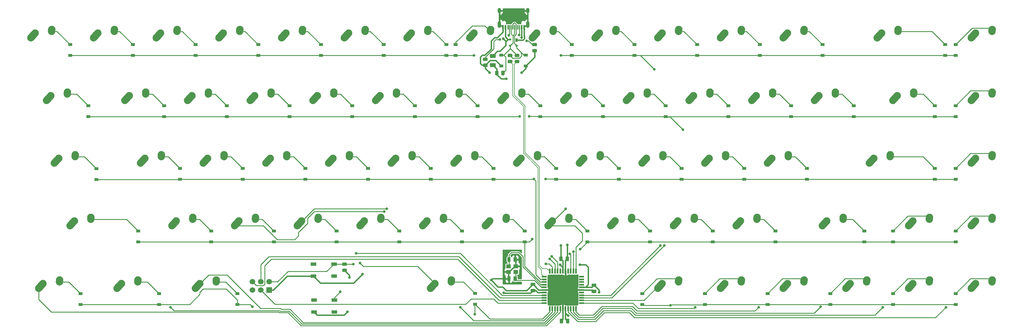
<source format=gbl>
G04 #@! TF.GenerationSoftware,KiCad,Pcbnew,(5.1.10)-1*
G04 #@! TF.CreationDate,2021-06-12T19:03:55-06:00*
G04 #@! TF.ProjectId,pcb,7063622e-6b69-4636-9164-5f7063625858,rev?*
G04 #@! TF.SameCoordinates,Original*
G04 #@! TF.FileFunction,Copper,L2,Bot*
G04 #@! TF.FilePolarity,Positive*
%FSLAX46Y46*%
G04 Gerber Fmt 4.6, Leading zero omitted, Abs format (unit mm)*
G04 Created by KiCad (PCBNEW (5.1.10)-1) date 2021-06-12 19:03:55*
%MOMM*%
%LPD*%
G01*
G04 APERTURE LIST*
G04 #@! TA.AperFunction,SMDPad,CuDef*
%ADD10R,0.600000X1.450000*%
G04 #@! TD*
G04 #@! TA.AperFunction,SMDPad,CuDef*
%ADD11R,0.300000X1.450000*%
G04 #@! TD*
G04 #@! TA.AperFunction,ComponentPad*
%ADD12O,1.000000X2.100000*%
G04 #@! TD*
G04 #@! TA.AperFunction,ComponentPad*
%ADD13O,1.000000X1.600000*%
G04 #@! TD*
G04 #@! TA.AperFunction,SMDPad,CuDef*
%ADD14R,0.700000X0.600000*%
G04 #@! TD*
G04 #@! TA.AperFunction,SMDPad,CuDef*
%ADD15R,0.700000X1.000000*%
G04 #@! TD*
G04 #@! TA.AperFunction,ComponentPad*
%ADD16C,2.250000*%
G04 #@! TD*
G04 #@! TA.AperFunction,SMDPad,CuDef*
%ADD17R,1.400000X1.200000*%
G04 #@! TD*
G04 #@! TA.AperFunction,SMDPad,CuDef*
%ADD18R,0.550000X1.500000*%
G04 #@! TD*
G04 #@! TA.AperFunction,SMDPad,CuDef*
%ADD19R,1.500000X0.550000*%
G04 #@! TD*
G04 #@! TA.AperFunction,SMDPad,CuDef*
%ADD20R,1.800000X1.100000*%
G04 #@! TD*
G04 #@! TA.AperFunction,ComponentPad*
%ADD21R,1.700000X1.700000*%
G04 #@! TD*
G04 #@! TA.AperFunction,ComponentPad*
%ADD22C,1.700000*%
G04 #@! TD*
G04 #@! TA.AperFunction,SMDPad,CuDef*
%ADD23R,1.200000X0.900000*%
G04 #@! TD*
G04 #@! TA.AperFunction,ViaPad*
%ADD24C,0.800000*%
G04 #@! TD*
G04 #@! TA.AperFunction,Conductor*
%ADD25C,0.381000*%
G04 #@! TD*
G04 #@! TA.AperFunction,Conductor*
%ADD26C,0.254000*%
G04 #@! TD*
G04 #@! TA.AperFunction,Conductor*
%ADD27C,0.200000*%
G04 #@! TD*
G04 #@! TA.AperFunction,Conductor*
%ADD28C,0.100000*%
G04 #@! TD*
G04 APERTURE END LIST*
D10*
X210188075Y-83260000D03*
X203738075Y-83260000D03*
X209413075Y-83260000D03*
X204513075Y-83260000D03*
D11*
X205213075Y-83260000D03*
X208713075Y-83260000D03*
X205713075Y-83260000D03*
X208213075Y-83260000D03*
X206213075Y-83260000D03*
X207713075Y-83260000D03*
X207213075Y-83260000D03*
X206713075Y-83260000D03*
D12*
X202643075Y-82345000D03*
X211283075Y-82345000D03*
D13*
X202643075Y-78165000D03*
X211283075Y-78165000D03*
D14*
X205899000Y-88822000D03*
X207899000Y-88822000D03*
X205899000Y-86922000D03*
D15*
X207899000Y-87122000D03*
D16*
X213988275Y-84980600D03*
G04 #@! TA.AperFunction,ComponentPad*
G36*
G01*
X211926963Y-87277950D02*
X211926958Y-87277945D01*
G75*
G02*
X211840930Y-85689283I751317J837345D01*
G01*
X213150932Y-84229283D01*
G75*
G02*
X214739594Y-84143255I837345J-751317D01*
G01*
X214739594Y-84143255D01*
G75*
G02*
X214825622Y-85731917I-751317J-837345D01*
G01*
X213515620Y-87191917D01*
G75*
G02*
X211926958Y-87277945I-837345J751317D01*
G01*
G37*
G04 #@! TD.AperFunction*
X219028275Y-83900600D03*
G04 #@! TA.AperFunction,ComponentPad*
G36*
G01*
X218911758Y-85602995D02*
X218910872Y-85602934D01*
G75*
G02*
X217865941Y-84403197I77403J1122334D01*
G01*
X217905941Y-83823197D01*
G75*
G02*
X219105678Y-82778266I1122334J-77403D01*
G01*
X219105678Y-82778266D01*
G75*
G02*
X220150609Y-83978003I-77403J-1122334D01*
G01*
X220110609Y-84558003D01*
G75*
G02*
X218910872Y-85602934I-1122334J77403D01*
G01*
G37*
G04 #@! TD.AperFunction*
G04 #@! TA.AperFunction,SMDPad,CuDef*
G36*
G01*
X230919000Y-163071000D02*
X231869000Y-163071000D01*
G75*
G02*
X232119000Y-163321000I0J-250000D01*
G01*
X232119000Y-163821000D01*
G75*
G02*
X231869000Y-164071000I-250000J0D01*
G01*
X230919000Y-164071000D01*
G75*
G02*
X230669000Y-163821000I0J250000D01*
G01*
X230669000Y-163321000D01*
G75*
G02*
X230919000Y-163071000I250000J0D01*
G01*
G37*
G04 #@! TD.AperFunction*
G04 #@! TA.AperFunction,SMDPad,CuDef*
G36*
G01*
X230919000Y-161171000D02*
X231869000Y-161171000D01*
G75*
G02*
X232119000Y-161421000I0J-250000D01*
G01*
X232119000Y-161921000D01*
G75*
G02*
X231869000Y-162171000I-250000J0D01*
G01*
X230919000Y-162171000D01*
G75*
G02*
X230669000Y-161921000I0J250000D01*
G01*
X230669000Y-161421000D01*
G75*
G02*
X230919000Y-161171000I250000J0D01*
G01*
G37*
G04 #@! TD.AperFunction*
X347338275Y-104030601D03*
G04 #@! TA.AperFunction,ComponentPad*
G36*
G01*
X345276963Y-106327951D02*
X345276958Y-106327946D01*
G75*
G02*
X345190930Y-104739284I751317J837345D01*
G01*
X346500932Y-103279284D01*
G75*
G02*
X348089594Y-103193256I837345J-751317D01*
G01*
X348089594Y-103193256D01*
G75*
G02*
X348175622Y-104781918I-751317J-837345D01*
G01*
X346865620Y-106241918D01*
G75*
G02*
X345276958Y-106327946I-837345J751317D01*
G01*
G37*
G04 #@! TD.AperFunction*
X352378275Y-102950601D03*
G04 #@! TA.AperFunction,ComponentPad*
G36*
G01*
X352261758Y-104652996D02*
X352260872Y-104652935D01*
G75*
G02*
X351215941Y-103453198I77403J1122334D01*
G01*
X351255941Y-102873198D01*
G75*
G02*
X352455678Y-101828267I1122334J-77403D01*
G01*
X352455678Y-101828267D01*
G75*
G02*
X353500609Y-103028004I-77403J-1122334D01*
G01*
X353460609Y-103608004D01*
G75*
G02*
X352260872Y-104652935I-1122334J77403D01*
G01*
G37*
G04 #@! TD.AperFunction*
X323525275Y-104030601D03*
G04 #@! TA.AperFunction,ComponentPad*
G36*
G01*
X321463963Y-106327951D02*
X321463958Y-106327946D01*
G75*
G02*
X321377930Y-104739284I751317J837345D01*
G01*
X322687932Y-103279284D01*
G75*
G02*
X324276594Y-103193256I837345J-751317D01*
G01*
X324276594Y-103193256D01*
G75*
G02*
X324362622Y-104781918I-751317J-837345D01*
G01*
X323052620Y-106241918D01*
G75*
G02*
X321463958Y-106327946I-837345J751317D01*
G01*
G37*
G04 #@! TD.AperFunction*
X328565275Y-102950601D03*
G04 #@! TA.AperFunction,ComponentPad*
G36*
G01*
X328448758Y-104652996D02*
X328447872Y-104652935D01*
G75*
G02*
X327402941Y-103453198I77403J1122334D01*
G01*
X327442941Y-102873198D01*
G75*
G02*
X328642678Y-101828267I1122334J-77403D01*
G01*
X328642678Y-101828267D01*
G75*
G02*
X329687609Y-103028004I-77403J-1122334D01*
G01*
X329647609Y-103608004D01*
G75*
G02*
X328447872Y-104652935I-1122334J77403D01*
G01*
G37*
G04 #@! TD.AperFunction*
D17*
X205402000Y-157631500D03*
X207602000Y-157631500D03*
X207602000Y-155931500D03*
X205402000Y-155931500D03*
D18*
X217932500Y-168831500D03*
X218732500Y-168831500D03*
X219532500Y-168831500D03*
X220332500Y-168831500D03*
X221132500Y-168831500D03*
X221932500Y-168831500D03*
X222732500Y-168831500D03*
X223532500Y-168831500D03*
X224332500Y-168831500D03*
X225132500Y-168831500D03*
X225932500Y-168831500D03*
D19*
X227632500Y-167131500D03*
X227632500Y-166331500D03*
X227632500Y-165531500D03*
X227632500Y-164731500D03*
X227632500Y-163931500D03*
X227632500Y-163131500D03*
X227632500Y-162331500D03*
X227632500Y-161531500D03*
X227632500Y-160731500D03*
X227632500Y-159931500D03*
X227632500Y-159131500D03*
D18*
X225932500Y-157431500D03*
X225132500Y-157431500D03*
X224332500Y-157431500D03*
X223532500Y-157431500D03*
X222732500Y-157431500D03*
X221932500Y-157431500D03*
X221132500Y-157431500D03*
X220332500Y-157431500D03*
X219532500Y-157431500D03*
X218732500Y-157431500D03*
X217932500Y-157431500D03*
D19*
X216232500Y-159131500D03*
X216232500Y-159931500D03*
X216232500Y-160731500D03*
X216232500Y-161531500D03*
X216232500Y-162331500D03*
X216232500Y-163131500D03*
X216232500Y-163931500D03*
X216232500Y-164731500D03*
X216232500Y-165531500D03*
X216232500Y-166331500D03*
X216232500Y-167131500D03*
D20*
X152515500Y-169871000D03*
X146315500Y-166171000D03*
X152515500Y-166171000D03*
X146315500Y-169871000D03*
X152388500Y-158949000D03*
X146188500Y-155249000D03*
X152388500Y-155249000D03*
X146188500Y-158949000D03*
G04 #@! TA.AperFunction,SMDPad,CuDef*
G36*
G01*
X155124998Y-156633500D02*
X156025002Y-156633500D01*
G75*
G02*
X156275000Y-156883498I0J-249998D01*
G01*
X156275000Y-157408502D01*
G75*
G02*
X156025002Y-157658500I-249998J0D01*
G01*
X155124998Y-157658500D01*
G75*
G02*
X154875000Y-157408502I0J249998D01*
G01*
X154875000Y-156883498D01*
G75*
G02*
X155124998Y-156633500I249998J0D01*
G01*
G37*
G04 #@! TD.AperFunction*
G04 #@! TA.AperFunction,SMDPad,CuDef*
G36*
G01*
X155124998Y-154808500D02*
X156025002Y-154808500D01*
G75*
G02*
X156275000Y-155058498I0J-249998D01*
G01*
X156275000Y-155583502D01*
G75*
G02*
X156025002Y-155833500I-249998J0D01*
G01*
X155124998Y-155833500D01*
G75*
G02*
X154875000Y-155583502I0J249998D01*
G01*
X154875000Y-155058498D01*
G75*
G02*
X155124998Y-154808500I249998J0D01*
G01*
G37*
G04 #@! TD.AperFunction*
G04 #@! TA.AperFunction,SMDPad,CuDef*
G36*
G01*
X206317002Y-92333500D02*
X205416998Y-92333500D01*
G75*
G02*
X205167000Y-92083502I0J249998D01*
G01*
X205167000Y-91558498D01*
G75*
G02*
X205416998Y-91308500I249998J0D01*
G01*
X206317002Y-91308500D01*
G75*
G02*
X206567000Y-91558498I0J-249998D01*
G01*
X206567000Y-92083502D01*
G75*
G02*
X206317002Y-92333500I-249998J0D01*
G01*
G37*
G04 #@! TD.AperFunction*
G04 #@! TA.AperFunction,SMDPad,CuDef*
G36*
G01*
X206317002Y-94158500D02*
X205416998Y-94158500D01*
G75*
G02*
X205167000Y-93908502I0J249998D01*
G01*
X205167000Y-93383498D01*
G75*
G02*
X205416998Y-93133500I249998J0D01*
G01*
X206317002Y-93133500D01*
G75*
G02*
X206567000Y-93383498I0J-249998D01*
G01*
X206567000Y-93908502D01*
G75*
G02*
X206317002Y-94158500I-249998J0D01*
G01*
G37*
G04 #@! TD.AperFunction*
G04 #@! TA.AperFunction,SMDPad,CuDef*
G36*
G01*
X201370500Y-97605002D02*
X201370500Y-96704998D01*
G75*
G02*
X201620498Y-96455000I249998J0D01*
G01*
X202145502Y-96455000D01*
G75*
G02*
X202395500Y-96704998I0J-249998D01*
G01*
X202395500Y-97605002D01*
G75*
G02*
X202145502Y-97855000I-249998J0D01*
G01*
X201620498Y-97855000D01*
G75*
G02*
X201370500Y-97605002I0J249998D01*
G01*
G37*
G04 #@! TD.AperFunction*
G04 #@! TA.AperFunction,SMDPad,CuDef*
G36*
G01*
X203195500Y-97605002D02*
X203195500Y-96704998D01*
G75*
G02*
X203445498Y-96455000I249998J0D01*
G01*
X203970502Y-96455000D01*
G75*
G02*
X204220500Y-96704998I0J-249998D01*
G01*
X204220500Y-97605002D01*
G75*
G02*
X203970502Y-97855000I-249998J0D01*
G01*
X203445498Y-97855000D01*
G75*
G02*
X203195500Y-97605002I0J249998D01*
G01*
G37*
G04 #@! TD.AperFunction*
G04 #@! TA.AperFunction,SMDPad,CuDef*
G36*
G01*
X208476002Y-92333500D02*
X207575998Y-92333500D01*
G75*
G02*
X207326000Y-92083502I0J249998D01*
G01*
X207326000Y-91558498D01*
G75*
G02*
X207575998Y-91308500I249998J0D01*
G01*
X208476002Y-91308500D01*
G75*
G02*
X208726000Y-91558498I0J-249998D01*
G01*
X208726000Y-92083502D01*
G75*
G02*
X208476002Y-92333500I-249998J0D01*
G01*
G37*
G04 #@! TD.AperFunction*
G04 #@! TA.AperFunction,SMDPad,CuDef*
G36*
G01*
X208476002Y-94158500D02*
X207575998Y-94158500D01*
G75*
G02*
X207326000Y-93908502I0J249998D01*
G01*
X207326000Y-93383498D01*
G75*
G02*
X207575998Y-93133500I249998J0D01*
G01*
X208476002Y-93133500D01*
G75*
G02*
X208726000Y-93383498I0J-249998D01*
G01*
X208726000Y-93908502D01*
G75*
G02*
X208476002Y-94158500I-249998J0D01*
G01*
G37*
G04 #@! TD.AperFunction*
G04 #@! TA.AperFunction,SMDPad,CuDef*
G36*
G01*
X213810002Y-89031500D02*
X212909998Y-89031500D01*
G75*
G02*
X212660000Y-88781502I0J249998D01*
G01*
X212660000Y-88256498D01*
G75*
G02*
X212909998Y-88006500I249998J0D01*
G01*
X213810002Y-88006500D01*
G75*
G02*
X214060000Y-88256498I0J-249998D01*
G01*
X214060000Y-88781502D01*
G75*
G02*
X213810002Y-89031500I-249998J0D01*
G01*
G37*
G04 #@! TD.AperFunction*
G04 #@! TA.AperFunction,SMDPad,CuDef*
G36*
G01*
X213810002Y-90856500D02*
X212909998Y-90856500D01*
G75*
G02*
X212660000Y-90606502I0J249998D01*
G01*
X212660000Y-90081498D01*
G75*
G02*
X212909998Y-89831500I249998J0D01*
G01*
X213810002Y-89831500D01*
G75*
G02*
X214060000Y-90081498I0J-249998D01*
G01*
X214060000Y-90606502D01*
G75*
G02*
X213810002Y-90856500I-249998J0D01*
G01*
G37*
G04 #@! TD.AperFunction*
G04 #@! TA.AperFunction,SMDPad,CuDef*
G36*
G01*
X198824002Y-95301500D02*
X197923998Y-95301500D01*
G75*
G02*
X197674000Y-95051502I0J249998D01*
G01*
X197674000Y-94526498D01*
G75*
G02*
X197923998Y-94276500I249998J0D01*
G01*
X198824002Y-94276500D01*
G75*
G02*
X199074000Y-94526498I0J-249998D01*
G01*
X199074000Y-95051502D01*
G75*
G02*
X198824002Y-95301500I-249998J0D01*
G01*
G37*
G04 #@! TD.AperFunction*
G04 #@! TA.AperFunction,SMDPad,CuDef*
G36*
G01*
X198824002Y-93476500D02*
X197923998Y-93476500D01*
G75*
G02*
X197674000Y-93226502I0J249998D01*
G01*
X197674000Y-92701498D01*
G75*
G02*
X197923998Y-92451500I249998J0D01*
G01*
X198824002Y-92451500D01*
G75*
G02*
X199074000Y-92701498I0J-249998D01*
G01*
X199074000Y-93226502D01*
G75*
G02*
X198824002Y-93476500I-249998J0D01*
G01*
G37*
G04 #@! TD.AperFunction*
D16*
X347338275Y-161180760D03*
G04 #@! TA.AperFunction,ComponentPad*
G36*
G01*
X345276963Y-163478110D02*
X345276958Y-163478105D01*
G75*
G02*
X345190930Y-161889443I751317J837345D01*
G01*
X346500932Y-160429443D01*
G75*
G02*
X348089594Y-160343415I837345J-751317D01*
G01*
X348089594Y-160343415D01*
G75*
G02*
X348175622Y-161932077I-751317J-837345D01*
G01*
X346865620Y-163392077D01*
G75*
G02*
X345276958Y-163478105I-837345J751317D01*
G01*
G37*
G04 #@! TD.AperFunction*
X352378275Y-160100760D03*
G04 #@! TA.AperFunction,ComponentPad*
G36*
G01*
X352261758Y-161803155D02*
X352260872Y-161803094D01*
G75*
G02*
X351215941Y-160603357I77403J1122334D01*
G01*
X351255941Y-160023357D01*
G75*
G02*
X352455678Y-158978426I1122334J-77403D01*
G01*
X352455678Y-158978426D01*
G75*
G02*
X353500609Y-160178163I-77403J-1122334D01*
G01*
X353460609Y-160758163D01*
G75*
G02*
X352260872Y-161803094I-1122334J77403D01*
G01*
G37*
G04 #@! TD.AperFunction*
X328288275Y-161180760D03*
G04 #@! TA.AperFunction,ComponentPad*
G36*
G01*
X326226963Y-163478110D02*
X326226958Y-163478105D01*
G75*
G02*
X326140930Y-161889443I751317J837345D01*
G01*
X327450932Y-160429443D01*
G75*
G02*
X329039594Y-160343415I837345J-751317D01*
G01*
X329039594Y-160343415D01*
G75*
G02*
X329125622Y-161932077I-751317J-837345D01*
G01*
X327815620Y-163392077D01*
G75*
G02*
X326226958Y-163478105I-837345J751317D01*
G01*
G37*
G04 #@! TD.AperFunction*
X333328275Y-160100760D03*
G04 #@! TA.AperFunction,ComponentPad*
G36*
G01*
X333211758Y-161803155D02*
X333210872Y-161803094D01*
G75*
G02*
X332165941Y-160603357I77403J1122334D01*
G01*
X332205941Y-160023357D01*
G75*
G02*
X333405678Y-158978426I1122334J-77403D01*
G01*
X333405678Y-158978426D01*
G75*
G02*
X334450609Y-160178163I-77403J-1122334D01*
G01*
X334410609Y-160758163D01*
G75*
G02*
X333210872Y-161803094I-1122334J77403D01*
G01*
G37*
G04 #@! TD.AperFunction*
X309238275Y-161180760D03*
G04 #@! TA.AperFunction,ComponentPad*
G36*
G01*
X307176963Y-163478110D02*
X307176958Y-163478105D01*
G75*
G02*
X307090930Y-161889443I751317J837345D01*
G01*
X308400932Y-160429443D01*
G75*
G02*
X309989594Y-160343415I837345J-751317D01*
G01*
X309989594Y-160343415D01*
G75*
G02*
X310075622Y-161932077I-751317J-837345D01*
G01*
X308765620Y-163392077D01*
G75*
G02*
X307176958Y-163478105I-837345J751317D01*
G01*
G37*
G04 #@! TD.AperFunction*
X314278275Y-160100760D03*
G04 #@! TA.AperFunction,ComponentPad*
G36*
G01*
X314161758Y-161803155D02*
X314160872Y-161803094D01*
G75*
G02*
X313115941Y-160603357I77403J1122334D01*
G01*
X313155941Y-160023357D01*
G75*
G02*
X314355678Y-158978426I1122334J-77403D01*
G01*
X314355678Y-158978426D01*
G75*
G02*
X315400609Y-160178163I-77403J-1122334D01*
G01*
X315360609Y-160758163D01*
G75*
G02*
X314160872Y-161803094I-1122334J77403D01*
G01*
G37*
G04 #@! TD.AperFunction*
X290188275Y-161180760D03*
G04 #@! TA.AperFunction,ComponentPad*
G36*
G01*
X288126963Y-163478110D02*
X288126958Y-163478105D01*
G75*
G02*
X288040930Y-161889443I751317J837345D01*
G01*
X289350932Y-160429443D01*
G75*
G02*
X290939594Y-160343415I837345J-751317D01*
G01*
X290939594Y-160343415D01*
G75*
G02*
X291025622Y-161932077I-751317J-837345D01*
G01*
X289715620Y-163392077D01*
G75*
G02*
X288126958Y-163478105I-837345J751317D01*
G01*
G37*
G04 #@! TD.AperFunction*
X295228275Y-160100760D03*
G04 #@! TA.AperFunction,ComponentPad*
G36*
G01*
X295111758Y-161803155D02*
X295110872Y-161803094D01*
G75*
G02*
X294065941Y-160603357I77403J1122334D01*
G01*
X294105941Y-160023357D01*
G75*
G02*
X295305678Y-158978426I1122334J-77403D01*
G01*
X295305678Y-158978426D01*
G75*
G02*
X296350609Y-160178163I-77403J-1122334D01*
G01*
X296310609Y-160758163D01*
G75*
G02*
X295110872Y-161803094I-1122334J77403D01*
G01*
G37*
G04 #@! TD.AperFunction*
X271138275Y-161180760D03*
G04 #@! TA.AperFunction,ComponentPad*
G36*
G01*
X269076963Y-163478110D02*
X269076958Y-163478105D01*
G75*
G02*
X268990930Y-161889443I751317J837345D01*
G01*
X270300932Y-160429443D01*
G75*
G02*
X271889594Y-160343415I837345J-751317D01*
G01*
X271889594Y-160343415D01*
G75*
G02*
X271975622Y-161932077I-751317J-837345D01*
G01*
X270665620Y-163392077D01*
G75*
G02*
X269076958Y-163478105I-837345J751317D01*
G01*
G37*
G04 #@! TD.AperFunction*
X276178275Y-160100760D03*
G04 #@! TA.AperFunction,ComponentPad*
G36*
G01*
X276061758Y-161803155D02*
X276060872Y-161803094D01*
G75*
G02*
X275015941Y-160603357I77403J1122334D01*
G01*
X275055941Y-160023357D01*
G75*
G02*
X276255678Y-158978426I1122334J-77403D01*
G01*
X276255678Y-158978426D01*
G75*
G02*
X277300609Y-160178163I-77403J-1122334D01*
G01*
X277260609Y-160758163D01*
G75*
G02*
X276060872Y-161803094I-1122334J77403D01*
G01*
G37*
G04 #@! TD.AperFunction*
X252088275Y-161180760D03*
G04 #@! TA.AperFunction,ComponentPad*
G36*
G01*
X250026963Y-163478110D02*
X250026958Y-163478105D01*
G75*
G02*
X249940930Y-161889443I751317J837345D01*
G01*
X251250932Y-160429443D01*
G75*
G02*
X252839594Y-160343415I837345J-751317D01*
G01*
X252839594Y-160343415D01*
G75*
G02*
X252925622Y-161932077I-751317J-837345D01*
G01*
X251615620Y-163392077D01*
G75*
G02*
X250026958Y-163478105I-837345J751317D01*
G01*
G37*
G04 #@! TD.AperFunction*
X257128275Y-160100760D03*
G04 #@! TA.AperFunction,ComponentPad*
G36*
G01*
X257011758Y-161803155D02*
X257010872Y-161803094D01*
G75*
G02*
X255965941Y-160603357I77403J1122334D01*
G01*
X256005941Y-160023357D01*
G75*
G02*
X257205678Y-158978426I1122334J-77403D01*
G01*
X257205678Y-158978426D01*
G75*
G02*
X258250609Y-160178163I-77403J-1122334D01*
G01*
X258210609Y-160758163D01*
G75*
G02*
X257010872Y-161803094I-1122334J77403D01*
G01*
G37*
G04 #@! TD.AperFunction*
X183030275Y-161180760D03*
G04 #@! TA.AperFunction,ComponentPad*
G36*
G01*
X180968963Y-163478110D02*
X180968958Y-163478105D01*
G75*
G02*
X180882930Y-161889443I751317J837345D01*
G01*
X182192932Y-160429443D01*
G75*
G02*
X183781594Y-160343415I837345J-751317D01*
G01*
X183781594Y-160343415D01*
G75*
G02*
X183867622Y-161932077I-751317J-837345D01*
G01*
X182557620Y-163392077D01*
G75*
G02*
X180968958Y-163478105I-837345J751317D01*
G01*
G37*
G04 #@! TD.AperFunction*
X188070275Y-160100760D03*
G04 #@! TA.AperFunction,ComponentPad*
G36*
G01*
X187953758Y-161803155D02*
X187952872Y-161803094D01*
G75*
G02*
X186907941Y-160603357I77403J1122334D01*
G01*
X186947941Y-160023357D01*
G75*
G02*
X188147678Y-158978426I1122334J-77403D01*
G01*
X188147678Y-158978426D01*
G75*
G02*
X189192609Y-160178163I-77403J-1122334D01*
G01*
X189152609Y-160758163D01*
G75*
G02*
X187952872Y-161803094I-1122334J77403D01*
G01*
G37*
G04 #@! TD.AperFunction*
X111594275Y-161180760D03*
G04 #@! TA.AperFunction,ComponentPad*
G36*
G01*
X109532963Y-163478110D02*
X109532958Y-163478105D01*
G75*
G02*
X109446930Y-161889443I751317J837345D01*
G01*
X110756932Y-160429443D01*
G75*
G02*
X112345594Y-160343415I837345J-751317D01*
G01*
X112345594Y-160343415D01*
G75*
G02*
X112431622Y-161932077I-751317J-837345D01*
G01*
X111121620Y-163392077D01*
G75*
G02*
X109532958Y-163478105I-837345J751317D01*
G01*
G37*
G04 #@! TD.AperFunction*
X116634275Y-160100760D03*
G04 #@! TA.AperFunction,ComponentPad*
G36*
G01*
X116517758Y-161803155D02*
X116516872Y-161803094D01*
G75*
G02*
X115471941Y-160603357I77403J1122334D01*
G01*
X115511941Y-160023357D01*
G75*
G02*
X116711678Y-158978426I1122334J-77403D01*
G01*
X116711678Y-158978426D01*
G75*
G02*
X117756609Y-160178163I-77403J-1122334D01*
G01*
X117716609Y-160758163D01*
G75*
G02*
X116516872Y-161803094I-1122334J77403D01*
G01*
G37*
G04 #@! TD.AperFunction*
X87780275Y-161180760D03*
G04 #@! TA.AperFunction,ComponentPad*
G36*
G01*
X85718963Y-163478110D02*
X85718958Y-163478105D01*
G75*
G02*
X85632930Y-161889443I751317J837345D01*
G01*
X86942932Y-160429443D01*
G75*
G02*
X88531594Y-160343415I837345J-751317D01*
G01*
X88531594Y-160343415D01*
G75*
G02*
X88617622Y-161932077I-751317J-837345D01*
G01*
X87307620Y-163392077D01*
G75*
G02*
X85718958Y-163478105I-837345J751317D01*
G01*
G37*
G04 #@! TD.AperFunction*
X92820275Y-160100760D03*
G04 #@! TA.AperFunction,ComponentPad*
G36*
G01*
X92703758Y-161803155D02*
X92702872Y-161803094D01*
G75*
G02*
X91657941Y-160603357I77403J1122334D01*
G01*
X91697941Y-160023357D01*
G75*
G02*
X92897678Y-158978426I1122334J-77403D01*
G01*
X92897678Y-158978426D01*
G75*
G02*
X93942609Y-160178163I-77403J-1122334D01*
G01*
X93902609Y-160758163D01*
G75*
G02*
X92702872Y-161803094I-1122334J77403D01*
G01*
G37*
G04 #@! TD.AperFunction*
X63969185Y-161180760D03*
G04 #@! TA.AperFunction,ComponentPad*
G36*
G01*
X61907873Y-163478110D02*
X61907868Y-163478105D01*
G75*
G02*
X61821840Y-161889443I751317J837345D01*
G01*
X63131842Y-160429443D01*
G75*
G02*
X64720504Y-160343415I837345J-751317D01*
G01*
X64720504Y-160343415D01*
G75*
G02*
X64806532Y-161932077I-751317J-837345D01*
G01*
X63496530Y-163392077D01*
G75*
G02*
X61907868Y-163478105I-837345J751317D01*
G01*
G37*
G04 #@! TD.AperFunction*
X69009185Y-160100760D03*
G04 #@! TA.AperFunction,ComponentPad*
G36*
G01*
X68892668Y-161803155D02*
X68891782Y-161803094D01*
G75*
G02*
X67846851Y-160603357I77403J1122334D01*
G01*
X67886851Y-160023357D01*
G75*
G02*
X69086588Y-158978426I1122334J-77403D01*
G01*
X69086588Y-158978426D01*
G75*
G02*
X70131519Y-160178163I-77403J-1122334D01*
G01*
X70091519Y-160758163D01*
G75*
G02*
X68891782Y-161803094I-1122334J77403D01*
G01*
G37*
G04 #@! TD.AperFunction*
X347338275Y-142130800D03*
G04 #@! TA.AperFunction,ComponentPad*
G36*
G01*
X345276963Y-144428150D02*
X345276958Y-144428145D01*
G75*
G02*
X345190930Y-142839483I751317J837345D01*
G01*
X346500932Y-141379483D01*
G75*
G02*
X348089594Y-141293455I837345J-751317D01*
G01*
X348089594Y-141293455D01*
G75*
G02*
X348175622Y-142882117I-751317J-837345D01*
G01*
X346865620Y-144342117D01*
G75*
G02*
X345276958Y-144428145I-837345J751317D01*
G01*
G37*
G04 #@! TD.AperFunction*
X352378275Y-141050800D03*
G04 #@! TA.AperFunction,ComponentPad*
G36*
G01*
X352261758Y-142753195D02*
X352260872Y-142753134D01*
G75*
G02*
X351215941Y-141553397I77403J1122334D01*
G01*
X351255941Y-140973397D01*
G75*
G02*
X352455678Y-139928466I1122334J-77403D01*
G01*
X352455678Y-139928466D01*
G75*
G02*
X353500609Y-141128203I-77403J-1122334D01*
G01*
X353460609Y-141708203D01*
G75*
G02*
X352260872Y-142753134I-1122334J77403D01*
G01*
G37*
G04 #@! TD.AperFunction*
X328288275Y-142130800D03*
G04 #@! TA.AperFunction,ComponentPad*
G36*
G01*
X326226963Y-144428150D02*
X326226958Y-144428145D01*
G75*
G02*
X326140930Y-142839483I751317J837345D01*
G01*
X327450932Y-141379483D01*
G75*
G02*
X329039594Y-141293455I837345J-751317D01*
G01*
X329039594Y-141293455D01*
G75*
G02*
X329125622Y-142882117I-751317J-837345D01*
G01*
X327815620Y-144342117D01*
G75*
G02*
X326226958Y-144428145I-837345J751317D01*
G01*
G37*
G04 #@! TD.AperFunction*
X333328275Y-141050800D03*
G04 #@! TA.AperFunction,ComponentPad*
G36*
G01*
X333211758Y-142753195D02*
X333210872Y-142753134D01*
G75*
G02*
X332165941Y-141553397I77403J1122334D01*
G01*
X332205941Y-140973397D01*
G75*
G02*
X333405678Y-139928466I1122334J-77403D01*
G01*
X333405678Y-139928466D01*
G75*
G02*
X334450609Y-141128203I-77403J-1122334D01*
G01*
X334410609Y-141708203D01*
G75*
G02*
X333210872Y-142753134I-1122334J77403D01*
G01*
G37*
G04 #@! TD.AperFunction*
X302094274Y-142130800D03*
G04 #@! TA.AperFunction,ComponentPad*
G36*
G01*
X300032962Y-144428150D02*
X300032957Y-144428145D01*
G75*
G02*
X299946929Y-142839483I751317J837345D01*
G01*
X301256931Y-141379483D01*
G75*
G02*
X302845593Y-141293455I837345J-751317D01*
G01*
X302845593Y-141293455D01*
G75*
G02*
X302931621Y-142882117I-751317J-837345D01*
G01*
X301621619Y-144342117D01*
G75*
G02*
X300032957Y-144428145I-837345J751317D01*
G01*
G37*
G04 #@! TD.AperFunction*
X307134274Y-141050800D03*
G04 #@! TA.AperFunction,ComponentPad*
G36*
G01*
X307017757Y-142753195D02*
X307016871Y-142753134D01*
G75*
G02*
X305971940Y-141553397I77403J1122334D01*
G01*
X306011940Y-140973397D01*
G75*
G02*
X307211677Y-139928466I1122334J-77403D01*
G01*
X307211677Y-139928466D01*
G75*
G02*
X308256608Y-141128203I-77403J-1122334D01*
G01*
X308216608Y-141708203D01*
G75*
G02*
X307016871Y-142753134I-1122334J77403D01*
G01*
G37*
G04 #@! TD.AperFunction*
X275900275Y-142130800D03*
G04 #@! TA.AperFunction,ComponentPad*
G36*
G01*
X273838963Y-144428150D02*
X273838958Y-144428145D01*
G75*
G02*
X273752930Y-142839483I751317J837345D01*
G01*
X275062932Y-141379483D01*
G75*
G02*
X276651594Y-141293455I837345J-751317D01*
G01*
X276651594Y-141293455D01*
G75*
G02*
X276737622Y-142882117I-751317J-837345D01*
G01*
X275427620Y-144342117D01*
G75*
G02*
X273838958Y-144428145I-837345J751317D01*
G01*
G37*
G04 #@! TD.AperFunction*
X280940275Y-141050800D03*
G04 #@! TA.AperFunction,ComponentPad*
G36*
G01*
X280823758Y-142753195D02*
X280822872Y-142753134D01*
G75*
G02*
X279777941Y-141553397I77403J1122334D01*
G01*
X279817941Y-140973397D01*
G75*
G02*
X281017678Y-139928466I1122334J-77403D01*
G01*
X281017678Y-139928466D01*
G75*
G02*
X282062609Y-141128203I-77403J-1122334D01*
G01*
X282022609Y-141708203D01*
G75*
G02*
X280822872Y-142753134I-1122334J77403D01*
G01*
G37*
G04 #@! TD.AperFunction*
X256850275Y-142130800D03*
G04 #@! TA.AperFunction,ComponentPad*
G36*
G01*
X254788963Y-144428150D02*
X254788958Y-144428145D01*
G75*
G02*
X254702930Y-142839483I751317J837345D01*
G01*
X256012932Y-141379483D01*
G75*
G02*
X257601594Y-141293455I837345J-751317D01*
G01*
X257601594Y-141293455D01*
G75*
G02*
X257687622Y-142882117I-751317J-837345D01*
G01*
X256377620Y-144342117D01*
G75*
G02*
X254788958Y-144428145I-837345J751317D01*
G01*
G37*
G04 #@! TD.AperFunction*
X261890275Y-141050800D03*
G04 #@! TA.AperFunction,ComponentPad*
G36*
G01*
X261773758Y-142753195D02*
X261772872Y-142753134D01*
G75*
G02*
X260727941Y-141553397I77403J1122334D01*
G01*
X260767941Y-140973397D01*
G75*
G02*
X261967678Y-139928466I1122334J-77403D01*
G01*
X261967678Y-139928466D01*
G75*
G02*
X263012609Y-141128203I-77403J-1122334D01*
G01*
X262972609Y-141708203D01*
G75*
G02*
X261772872Y-142753134I-1122334J77403D01*
G01*
G37*
G04 #@! TD.AperFunction*
X237800275Y-142130800D03*
G04 #@! TA.AperFunction,ComponentPad*
G36*
G01*
X235738963Y-144428150D02*
X235738958Y-144428145D01*
G75*
G02*
X235652930Y-142839483I751317J837345D01*
G01*
X236962932Y-141379483D01*
G75*
G02*
X238551594Y-141293455I837345J-751317D01*
G01*
X238551594Y-141293455D01*
G75*
G02*
X238637622Y-142882117I-751317J-837345D01*
G01*
X237327620Y-144342117D01*
G75*
G02*
X235738958Y-144428145I-837345J751317D01*
G01*
G37*
G04 #@! TD.AperFunction*
X242840275Y-141050800D03*
G04 #@! TA.AperFunction,ComponentPad*
G36*
G01*
X242723758Y-142753195D02*
X242722872Y-142753134D01*
G75*
G02*
X241677941Y-141553397I77403J1122334D01*
G01*
X241717941Y-140973397D01*
G75*
G02*
X242917678Y-139928466I1122334J-77403D01*
G01*
X242917678Y-139928466D01*
G75*
G02*
X243962609Y-141128203I-77403J-1122334D01*
G01*
X243922609Y-141708203D01*
G75*
G02*
X242722872Y-142753134I-1122334J77403D01*
G01*
G37*
G04 #@! TD.AperFunction*
X218750275Y-142130800D03*
G04 #@! TA.AperFunction,ComponentPad*
G36*
G01*
X216688963Y-144428150D02*
X216688958Y-144428145D01*
G75*
G02*
X216602930Y-142839483I751317J837345D01*
G01*
X217912932Y-141379483D01*
G75*
G02*
X219501594Y-141293455I837345J-751317D01*
G01*
X219501594Y-141293455D01*
G75*
G02*
X219587622Y-142882117I-751317J-837345D01*
G01*
X218277620Y-144342117D01*
G75*
G02*
X216688958Y-144428145I-837345J751317D01*
G01*
G37*
G04 #@! TD.AperFunction*
X223790275Y-141050800D03*
G04 #@! TA.AperFunction,ComponentPad*
G36*
G01*
X223673758Y-142753195D02*
X223672872Y-142753134D01*
G75*
G02*
X222627941Y-141553397I77403J1122334D01*
G01*
X222667941Y-140973397D01*
G75*
G02*
X223867678Y-139928466I1122334J-77403D01*
G01*
X223867678Y-139928466D01*
G75*
G02*
X224912609Y-141128203I-77403J-1122334D01*
G01*
X224872609Y-141708203D01*
G75*
G02*
X223672872Y-142753134I-1122334J77403D01*
G01*
G37*
G04 #@! TD.AperFunction*
X199700275Y-142130800D03*
G04 #@! TA.AperFunction,ComponentPad*
G36*
G01*
X197638963Y-144428150D02*
X197638958Y-144428145D01*
G75*
G02*
X197552930Y-142839483I751317J837345D01*
G01*
X198862932Y-141379483D01*
G75*
G02*
X200451594Y-141293455I837345J-751317D01*
G01*
X200451594Y-141293455D01*
G75*
G02*
X200537622Y-142882117I-751317J-837345D01*
G01*
X199227620Y-144342117D01*
G75*
G02*
X197638958Y-144428145I-837345J751317D01*
G01*
G37*
G04 #@! TD.AperFunction*
X204740275Y-141050800D03*
G04 #@! TA.AperFunction,ComponentPad*
G36*
G01*
X204623758Y-142753195D02*
X204622872Y-142753134D01*
G75*
G02*
X203577941Y-141553397I77403J1122334D01*
G01*
X203617941Y-140973397D01*
G75*
G02*
X204817678Y-139928466I1122334J-77403D01*
G01*
X204817678Y-139928466D01*
G75*
G02*
X205862609Y-141128203I-77403J-1122334D01*
G01*
X205822609Y-141708203D01*
G75*
G02*
X204622872Y-142753134I-1122334J77403D01*
G01*
G37*
G04 #@! TD.AperFunction*
X180650275Y-142130800D03*
G04 #@! TA.AperFunction,ComponentPad*
G36*
G01*
X178588963Y-144428150D02*
X178588958Y-144428145D01*
G75*
G02*
X178502930Y-142839483I751317J837345D01*
G01*
X179812932Y-141379483D01*
G75*
G02*
X181401594Y-141293455I837345J-751317D01*
G01*
X181401594Y-141293455D01*
G75*
G02*
X181487622Y-142882117I-751317J-837345D01*
G01*
X180177620Y-144342117D01*
G75*
G02*
X178588958Y-144428145I-837345J751317D01*
G01*
G37*
G04 #@! TD.AperFunction*
X185690275Y-141050800D03*
G04 #@! TA.AperFunction,ComponentPad*
G36*
G01*
X185573758Y-142753195D02*
X185572872Y-142753134D01*
G75*
G02*
X184527941Y-141553397I77403J1122334D01*
G01*
X184567941Y-140973397D01*
G75*
G02*
X185767678Y-139928466I1122334J-77403D01*
G01*
X185767678Y-139928466D01*
G75*
G02*
X186812609Y-141128203I-77403J-1122334D01*
G01*
X186772609Y-141708203D01*
G75*
G02*
X185572872Y-142753134I-1122334J77403D01*
G01*
G37*
G04 #@! TD.AperFunction*
X161600275Y-142130800D03*
G04 #@! TA.AperFunction,ComponentPad*
G36*
G01*
X159538963Y-144428150D02*
X159538958Y-144428145D01*
G75*
G02*
X159452930Y-142839483I751317J837345D01*
G01*
X160762932Y-141379483D01*
G75*
G02*
X162351594Y-141293455I837345J-751317D01*
G01*
X162351594Y-141293455D01*
G75*
G02*
X162437622Y-142882117I-751317J-837345D01*
G01*
X161127620Y-144342117D01*
G75*
G02*
X159538958Y-144428145I-837345J751317D01*
G01*
G37*
G04 #@! TD.AperFunction*
X166640275Y-141050800D03*
G04 #@! TA.AperFunction,ComponentPad*
G36*
G01*
X166523758Y-142753195D02*
X166522872Y-142753134D01*
G75*
G02*
X165477941Y-141553397I77403J1122334D01*
G01*
X165517941Y-140973397D01*
G75*
G02*
X166717678Y-139928466I1122334J-77403D01*
G01*
X166717678Y-139928466D01*
G75*
G02*
X167762609Y-141128203I-77403J-1122334D01*
G01*
X167722609Y-141708203D01*
G75*
G02*
X166522872Y-142753134I-1122334J77403D01*
G01*
G37*
G04 #@! TD.AperFunction*
X142550475Y-142130800D03*
G04 #@! TA.AperFunction,ComponentPad*
G36*
G01*
X140489163Y-144428150D02*
X140489158Y-144428145D01*
G75*
G02*
X140403130Y-142839483I751317J837345D01*
G01*
X141713132Y-141379483D01*
G75*
G02*
X143301794Y-141293455I837345J-751317D01*
G01*
X143301794Y-141293455D01*
G75*
G02*
X143387822Y-142882117I-751317J-837345D01*
G01*
X142077820Y-144342117D01*
G75*
G02*
X140489158Y-144428145I-837345J751317D01*
G01*
G37*
G04 #@! TD.AperFunction*
X147590475Y-141050800D03*
G04 #@! TA.AperFunction,ComponentPad*
G36*
G01*
X147473958Y-142753195D02*
X147473072Y-142753134D01*
G75*
G02*
X146428141Y-141553397I77403J1122334D01*
G01*
X146468141Y-140973397D01*
G75*
G02*
X147667878Y-139928466I1122334J-77403D01*
G01*
X147667878Y-139928466D01*
G75*
G02*
X148712809Y-141128203I-77403J-1122334D01*
G01*
X148672809Y-141708203D01*
G75*
G02*
X147473072Y-142753134I-1122334J77403D01*
G01*
G37*
G04 #@! TD.AperFunction*
X123500475Y-142130800D03*
G04 #@! TA.AperFunction,ComponentPad*
G36*
G01*
X121439163Y-144428150D02*
X121439158Y-144428145D01*
G75*
G02*
X121353130Y-142839483I751317J837345D01*
G01*
X122663132Y-141379483D01*
G75*
G02*
X124251794Y-141293455I837345J-751317D01*
G01*
X124251794Y-141293455D01*
G75*
G02*
X124337822Y-142882117I-751317J-837345D01*
G01*
X123027820Y-144342117D01*
G75*
G02*
X121439158Y-144428145I-837345J751317D01*
G01*
G37*
G04 #@! TD.AperFunction*
X128540475Y-141050800D03*
G04 #@! TA.AperFunction,ComponentPad*
G36*
G01*
X128423958Y-142753195D02*
X128423072Y-142753134D01*
G75*
G02*
X127378141Y-141553397I77403J1122334D01*
G01*
X127418141Y-140973397D01*
G75*
G02*
X128617878Y-139928466I1122334J-77403D01*
G01*
X128617878Y-139928466D01*
G75*
G02*
X129662809Y-141128203I-77403J-1122334D01*
G01*
X129622809Y-141708203D01*
G75*
G02*
X128423072Y-142753134I-1122334J77403D01*
G01*
G37*
G04 #@! TD.AperFunction*
X104450475Y-142130800D03*
G04 #@! TA.AperFunction,ComponentPad*
G36*
G01*
X102389163Y-144428150D02*
X102389158Y-144428145D01*
G75*
G02*
X102303130Y-142839483I751317J837345D01*
G01*
X103613132Y-141379483D01*
G75*
G02*
X105201794Y-141293455I837345J-751317D01*
G01*
X105201794Y-141293455D01*
G75*
G02*
X105287822Y-142882117I-751317J-837345D01*
G01*
X103977820Y-144342117D01*
G75*
G02*
X102389158Y-144428145I-837345J751317D01*
G01*
G37*
G04 #@! TD.AperFunction*
X109490475Y-141050800D03*
G04 #@! TA.AperFunction,ComponentPad*
G36*
G01*
X109373958Y-142753195D02*
X109373072Y-142753134D01*
G75*
G02*
X108328141Y-141553397I77403J1122334D01*
G01*
X108368141Y-140973397D01*
G75*
G02*
X109567878Y-139928466I1122334J-77403D01*
G01*
X109567878Y-139928466D01*
G75*
G02*
X110612809Y-141128203I-77403J-1122334D01*
G01*
X110572809Y-141708203D01*
G75*
G02*
X109373072Y-142753134I-1122334J77403D01*
G01*
G37*
G04 #@! TD.AperFunction*
X73494175Y-142130800D03*
G04 #@! TA.AperFunction,ComponentPad*
G36*
G01*
X71432863Y-144428150D02*
X71432858Y-144428145D01*
G75*
G02*
X71346830Y-142839483I751317J837345D01*
G01*
X72656832Y-141379483D01*
G75*
G02*
X74245494Y-141293455I837345J-751317D01*
G01*
X74245494Y-141293455D01*
G75*
G02*
X74331522Y-142882117I-751317J-837345D01*
G01*
X73021520Y-144342117D01*
G75*
G02*
X71432858Y-144428145I-837345J751317D01*
G01*
G37*
G04 #@! TD.AperFunction*
X78534175Y-141050800D03*
G04 #@! TA.AperFunction,ComponentPad*
G36*
G01*
X78417658Y-142753195D02*
X78416772Y-142753134D01*
G75*
G02*
X77371841Y-141553397I77403J1122334D01*
G01*
X77411841Y-140973397D01*
G75*
G02*
X78611578Y-139928466I1122334J-77403D01*
G01*
X78611578Y-139928466D01*
G75*
G02*
X79656509Y-141128203I-77403J-1122334D01*
G01*
X79616509Y-141708203D01*
G75*
G02*
X78416772Y-142753134I-1122334J77403D01*
G01*
G37*
G04 #@! TD.AperFunction*
X347338275Y-123080601D03*
G04 #@! TA.AperFunction,ComponentPad*
G36*
G01*
X345276963Y-125377951D02*
X345276958Y-125377946D01*
G75*
G02*
X345190930Y-123789284I751317J837345D01*
G01*
X346500932Y-122329284D01*
G75*
G02*
X348089594Y-122243256I837345J-751317D01*
G01*
X348089594Y-122243256D01*
G75*
G02*
X348175622Y-123831918I-751317J-837345D01*
G01*
X346865620Y-125291918D01*
G75*
G02*
X345276958Y-125377946I-837345J751317D01*
G01*
G37*
G04 #@! TD.AperFunction*
X352378275Y-122000601D03*
G04 #@! TA.AperFunction,ComponentPad*
G36*
G01*
X352261758Y-123702996D02*
X352260872Y-123702935D01*
G75*
G02*
X351215941Y-122503198I77403J1122334D01*
G01*
X351255941Y-121923198D01*
G75*
G02*
X352455678Y-120878267I1122334J-77403D01*
G01*
X352455678Y-120878267D01*
G75*
G02*
X353500609Y-122078004I-77403J-1122334D01*
G01*
X353460609Y-122658004D01*
G75*
G02*
X352260872Y-123702935I-1122334J77403D01*
G01*
G37*
G04 #@! TD.AperFunction*
X316380275Y-123080601D03*
G04 #@! TA.AperFunction,ComponentPad*
G36*
G01*
X314318963Y-125377951D02*
X314318958Y-125377946D01*
G75*
G02*
X314232930Y-123789284I751317J837345D01*
G01*
X315542932Y-122329284D01*
G75*
G02*
X317131594Y-122243256I837345J-751317D01*
G01*
X317131594Y-122243256D01*
G75*
G02*
X317217622Y-123831918I-751317J-837345D01*
G01*
X315907620Y-125291918D01*
G75*
G02*
X314318958Y-125377946I-837345J751317D01*
G01*
G37*
G04 #@! TD.AperFunction*
X321420275Y-122000601D03*
G04 #@! TA.AperFunction,ComponentPad*
G36*
G01*
X321303758Y-123702996D02*
X321302872Y-123702935D01*
G75*
G02*
X320257941Y-122503198I77403J1122334D01*
G01*
X320297941Y-121923198D01*
G75*
G02*
X321497678Y-120878267I1122334J-77403D01*
G01*
X321497678Y-120878267D01*
G75*
G02*
X322542609Y-122078004I-77403J-1122334D01*
G01*
X322502609Y-122658004D01*
G75*
G02*
X321302872Y-123702935I-1122334J77403D01*
G01*
G37*
G04 #@! TD.AperFunction*
X285425275Y-123080601D03*
G04 #@! TA.AperFunction,ComponentPad*
G36*
G01*
X283363963Y-125377951D02*
X283363958Y-125377946D01*
G75*
G02*
X283277930Y-123789284I751317J837345D01*
G01*
X284587932Y-122329284D01*
G75*
G02*
X286176594Y-122243256I837345J-751317D01*
G01*
X286176594Y-122243256D01*
G75*
G02*
X286262622Y-123831918I-751317J-837345D01*
G01*
X284952620Y-125291918D01*
G75*
G02*
X283363958Y-125377946I-837345J751317D01*
G01*
G37*
G04 #@! TD.AperFunction*
X290465275Y-122000601D03*
G04 #@! TA.AperFunction,ComponentPad*
G36*
G01*
X290348758Y-123702996D02*
X290347872Y-123702935D01*
G75*
G02*
X289302941Y-122503198I77403J1122334D01*
G01*
X289342941Y-121923198D01*
G75*
G02*
X290542678Y-120878267I1122334J-77403D01*
G01*
X290542678Y-120878267D01*
G75*
G02*
X291587609Y-122078004I-77403J-1122334D01*
G01*
X291547609Y-122658004D01*
G75*
G02*
X290347872Y-123702935I-1122334J77403D01*
G01*
G37*
G04 #@! TD.AperFunction*
G04 #@! TA.AperFunction,ComponentPad*
G36*
G01*
X271298758Y-123702996D02*
X271297872Y-123702935D01*
G75*
G02*
X270252941Y-122503198I77403J1122334D01*
G01*
X270292941Y-121923198D01*
G75*
G02*
X271492678Y-120878267I1122334J-77403D01*
G01*
X271492678Y-120878267D01*
G75*
G02*
X272537609Y-122078004I-77403J-1122334D01*
G01*
X272497609Y-122658004D01*
G75*
G02*
X271297872Y-123702935I-1122334J77403D01*
G01*
G37*
G04 #@! TD.AperFunction*
X271415275Y-122000601D03*
G04 #@! TA.AperFunction,ComponentPad*
G36*
G01*
X264313963Y-125377951D02*
X264313958Y-125377946D01*
G75*
G02*
X264227930Y-123789284I751317J837345D01*
G01*
X265537932Y-122329284D01*
G75*
G02*
X267126594Y-122243256I837345J-751317D01*
G01*
X267126594Y-122243256D01*
G75*
G02*
X267212622Y-123831918I-751317J-837345D01*
G01*
X265902620Y-125291918D01*
G75*
G02*
X264313958Y-125377946I-837345J751317D01*
G01*
G37*
G04 #@! TD.AperFunction*
X266375275Y-123080601D03*
X247325275Y-123080601D03*
G04 #@! TA.AperFunction,ComponentPad*
G36*
G01*
X245263963Y-125377951D02*
X245263958Y-125377946D01*
G75*
G02*
X245177930Y-123789284I751317J837345D01*
G01*
X246487932Y-122329284D01*
G75*
G02*
X248076594Y-122243256I837345J-751317D01*
G01*
X248076594Y-122243256D01*
G75*
G02*
X248162622Y-123831918I-751317J-837345D01*
G01*
X246852620Y-125291918D01*
G75*
G02*
X245263958Y-125377946I-837345J751317D01*
G01*
G37*
G04 #@! TD.AperFunction*
X252365275Y-122000601D03*
G04 #@! TA.AperFunction,ComponentPad*
G36*
G01*
X252248758Y-123702996D02*
X252247872Y-123702935D01*
G75*
G02*
X251202941Y-122503198I77403J1122334D01*
G01*
X251242941Y-121923198D01*
G75*
G02*
X252442678Y-120878267I1122334J-77403D01*
G01*
X252442678Y-120878267D01*
G75*
G02*
X253487609Y-122078004I-77403J-1122334D01*
G01*
X253447609Y-122658004D01*
G75*
G02*
X252247872Y-123702935I-1122334J77403D01*
G01*
G37*
G04 #@! TD.AperFunction*
X228275275Y-123080601D03*
G04 #@! TA.AperFunction,ComponentPad*
G36*
G01*
X226213963Y-125377951D02*
X226213958Y-125377946D01*
G75*
G02*
X226127930Y-123789284I751317J837345D01*
G01*
X227437932Y-122329284D01*
G75*
G02*
X229026594Y-122243256I837345J-751317D01*
G01*
X229026594Y-122243256D01*
G75*
G02*
X229112622Y-123831918I-751317J-837345D01*
G01*
X227802620Y-125291918D01*
G75*
G02*
X226213958Y-125377946I-837345J751317D01*
G01*
G37*
G04 #@! TD.AperFunction*
X233315275Y-122000601D03*
G04 #@! TA.AperFunction,ComponentPad*
G36*
G01*
X233198758Y-123702996D02*
X233197872Y-123702935D01*
G75*
G02*
X232152941Y-122503198I77403J1122334D01*
G01*
X232192941Y-121923198D01*
G75*
G02*
X233392678Y-120878267I1122334J-77403D01*
G01*
X233392678Y-120878267D01*
G75*
G02*
X234437609Y-122078004I-77403J-1122334D01*
G01*
X234397609Y-122658004D01*
G75*
G02*
X233197872Y-123702935I-1122334J77403D01*
G01*
G37*
G04 #@! TD.AperFunction*
X209225275Y-123080601D03*
G04 #@! TA.AperFunction,ComponentPad*
G36*
G01*
X207163963Y-125377951D02*
X207163958Y-125377946D01*
G75*
G02*
X207077930Y-123789284I751317J837345D01*
G01*
X208387932Y-122329284D01*
G75*
G02*
X209976594Y-122243256I837345J-751317D01*
G01*
X209976594Y-122243256D01*
G75*
G02*
X210062622Y-123831918I-751317J-837345D01*
G01*
X208752620Y-125291918D01*
G75*
G02*
X207163958Y-125377946I-837345J751317D01*
G01*
G37*
G04 #@! TD.AperFunction*
X214265275Y-122000601D03*
G04 #@! TA.AperFunction,ComponentPad*
G36*
G01*
X214148758Y-123702996D02*
X214147872Y-123702935D01*
G75*
G02*
X213102941Y-122503198I77403J1122334D01*
G01*
X213142941Y-121923198D01*
G75*
G02*
X214342678Y-120878267I1122334J-77403D01*
G01*
X214342678Y-120878267D01*
G75*
G02*
X215387609Y-122078004I-77403J-1122334D01*
G01*
X215347609Y-122658004D01*
G75*
G02*
X214147872Y-123702935I-1122334J77403D01*
G01*
G37*
G04 #@! TD.AperFunction*
X190175275Y-123080601D03*
G04 #@! TA.AperFunction,ComponentPad*
G36*
G01*
X188113963Y-125377951D02*
X188113958Y-125377946D01*
G75*
G02*
X188027930Y-123789284I751317J837345D01*
G01*
X189337932Y-122329284D01*
G75*
G02*
X190926594Y-122243256I837345J-751317D01*
G01*
X190926594Y-122243256D01*
G75*
G02*
X191012622Y-123831918I-751317J-837345D01*
G01*
X189702620Y-125291918D01*
G75*
G02*
X188113958Y-125377946I-837345J751317D01*
G01*
G37*
G04 #@! TD.AperFunction*
X195215275Y-122000601D03*
G04 #@! TA.AperFunction,ComponentPad*
G36*
G01*
X195098758Y-123702996D02*
X195097872Y-123702935D01*
G75*
G02*
X194052941Y-122503198I77403J1122334D01*
G01*
X194092941Y-121923198D01*
G75*
G02*
X195292678Y-120878267I1122334J-77403D01*
G01*
X195292678Y-120878267D01*
G75*
G02*
X196337609Y-122078004I-77403J-1122334D01*
G01*
X196297609Y-122658004D01*
G75*
G02*
X195097872Y-123702935I-1122334J77403D01*
G01*
G37*
G04 #@! TD.AperFunction*
X171125274Y-123080601D03*
G04 #@! TA.AperFunction,ComponentPad*
G36*
G01*
X169063962Y-125377951D02*
X169063957Y-125377946D01*
G75*
G02*
X168977929Y-123789284I751317J837345D01*
G01*
X170287931Y-122329284D01*
G75*
G02*
X171876593Y-122243256I837345J-751317D01*
G01*
X171876593Y-122243256D01*
G75*
G02*
X171962621Y-123831918I-751317J-837345D01*
G01*
X170652619Y-125291918D01*
G75*
G02*
X169063957Y-125377946I-837345J751317D01*
G01*
G37*
G04 #@! TD.AperFunction*
X176165274Y-122000601D03*
G04 #@! TA.AperFunction,ComponentPad*
G36*
G01*
X176048757Y-123702996D02*
X176047871Y-123702935D01*
G75*
G02*
X175002940Y-122503198I77403J1122334D01*
G01*
X175042940Y-121923198D01*
G75*
G02*
X176242677Y-120878267I1122334J-77403D01*
G01*
X176242677Y-120878267D01*
G75*
G02*
X177287608Y-122078004I-77403J-1122334D01*
G01*
X177247608Y-122658004D01*
G75*
G02*
X176047871Y-123702935I-1122334J77403D01*
G01*
G37*
G04 #@! TD.AperFunction*
X152075475Y-123080601D03*
G04 #@! TA.AperFunction,ComponentPad*
G36*
G01*
X150014163Y-125377951D02*
X150014158Y-125377946D01*
G75*
G02*
X149928130Y-123789284I751317J837345D01*
G01*
X151238132Y-122329284D01*
G75*
G02*
X152826794Y-122243256I837345J-751317D01*
G01*
X152826794Y-122243256D01*
G75*
G02*
X152912822Y-123831918I-751317J-837345D01*
G01*
X151602820Y-125291918D01*
G75*
G02*
X150014158Y-125377946I-837345J751317D01*
G01*
G37*
G04 #@! TD.AperFunction*
X157115475Y-122000601D03*
G04 #@! TA.AperFunction,ComponentPad*
G36*
G01*
X156998958Y-123702996D02*
X156998072Y-123702935D01*
G75*
G02*
X155953141Y-122503198I77403J1122334D01*
G01*
X155993141Y-121923198D01*
G75*
G02*
X157192878Y-120878267I1122334J-77403D01*
G01*
X157192878Y-120878267D01*
G75*
G02*
X158237809Y-122078004I-77403J-1122334D01*
G01*
X158197809Y-122658004D01*
G75*
G02*
X156998072Y-123702935I-1122334J77403D01*
G01*
G37*
G04 #@! TD.AperFunction*
X133025474Y-123080601D03*
G04 #@! TA.AperFunction,ComponentPad*
G36*
G01*
X130964162Y-125377951D02*
X130964157Y-125377946D01*
G75*
G02*
X130878129Y-123789284I751317J837345D01*
G01*
X132188131Y-122329284D01*
G75*
G02*
X133776793Y-122243256I837345J-751317D01*
G01*
X133776793Y-122243256D01*
G75*
G02*
X133862821Y-123831918I-751317J-837345D01*
G01*
X132552819Y-125291918D01*
G75*
G02*
X130964157Y-125377946I-837345J751317D01*
G01*
G37*
G04 #@! TD.AperFunction*
X138065474Y-122000601D03*
G04 #@! TA.AperFunction,ComponentPad*
G36*
G01*
X137948957Y-123702996D02*
X137948071Y-123702935D01*
G75*
G02*
X136903140Y-122503198I77403J1122334D01*
G01*
X136943140Y-121923198D01*
G75*
G02*
X138142877Y-120878267I1122334J-77403D01*
G01*
X138142877Y-120878267D01*
G75*
G02*
X139187808Y-122078004I-77403J-1122334D01*
G01*
X139147808Y-122658004D01*
G75*
G02*
X137948071Y-123702935I-1122334J77403D01*
G01*
G37*
G04 #@! TD.AperFunction*
X113975474Y-123080601D03*
G04 #@! TA.AperFunction,ComponentPad*
G36*
G01*
X111914162Y-125377951D02*
X111914157Y-125377946D01*
G75*
G02*
X111828129Y-123789284I751317J837345D01*
G01*
X113138131Y-122329284D01*
G75*
G02*
X114726793Y-122243256I837345J-751317D01*
G01*
X114726793Y-122243256D01*
G75*
G02*
X114812821Y-123831918I-751317J-837345D01*
G01*
X113502819Y-125291918D01*
G75*
G02*
X111914157Y-125377946I-837345J751317D01*
G01*
G37*
G04 #@! TD.AperFunction*
X119015474Y-122000601D03*
G04 #@! TA.AperFunction,ComponentPad*
G36*
G01*
X118898957Y-123702996D02*
X118898071Y-123702935D01*
G75*
G02*
X117853140Y-122503198I77403J1122334D01*
G01*
X117893140Y-121923198D01*
G75*
G02*
X119092877Y-120878267I1122334J-77403D01*
G01*
X119092877Y-120878267D01*
G75*
G02*
X120137808Y-122078004I-77403J-1122334D01*
G01*
X120097808Y-122658004D01*
G75*
G02*
X118898071Y-123702935I-1122334J77403D01*
G01*
G37*
G04 #@! TD.AperFunction*
X94925475Y-123080601D03*
G04 #@! TA.AperFunction,ComponentPad*
G36*
G01*
X92864163Y-125377951D02*
X92864158Y-125377946D01*
G75*
G02*
X92778130Y-123789284I751317J837345D01*
G01*
X94088132Y-122329284D01*
G75*
G02*
X95676794Y-122243256I837345J-751317D01*
G01*
X95676794Y-122243256D01*
G75*
G02*
X95762822Y-123831918I-751317J-837345D01*
G01*
X94452820Y-125291918D01*
G75*
G02*
X92864158Y-125377946I-837345J751317D01*
G01*
G37*
G04 #@! TD.AperFunction*
X99965475Y-122000601D03*
G04 #@! TA.AperFunction,ComponentPad*
G36*
G01*
X99848958Y-123702996D02*
X99848072Y-123702935D01*
G75*
G02*
X98803141Y-122503198I77403J1122334D01*
G01*
X98843141Y-121923198D01*
G75*
G02*
X100042878Y-120878267I1122334J-77403D01*
G01*
X100042878Y-120878267D01*
G75*
G02*
X101087809Y-122078004I-77403J-1122334D01*
G01*
X101047809Y-122658004D01*
G75*
G02*
X99848072Y-123702935I-1122334J77403D01*
G01*
G37*
G04 #@! TD.AperFunction*
X68730305Y-123080601D03*
G04 #@! TA.AperFunction,ComponentPad*
G36*
G01*
X66668993Y-125377951D02*
X66668988Y-125377946D01*
G75*
G02*
X66582960Y-123789284I751317J837345D01*
G01*
X67892962Y-122329284D01*
G75*
G02*
X69481624Y-122243256I837345J-751317D01*
G01*
X69481624Y-122243256D01*
G75*
G02*
X69567652Y-123831918I-751317J-837345D01*
G01*
X68257650Y-125291918D01*
G75*
G02*
X66668988Y-125377946I-837345J751317D01*
G01*
G37*
G04 #@! TD.AperFunction*
X73770305Y-122000601D03*
G04 #@! TA.AperFunction,ComponentPad*
G36*
G01*
X73653788Y-123702996D02*
X73652902Y-123702935D01*
G75*
G02*
X72607971Y-122503198I77403J1122334D01*
G01*
X72647971Y-121923198D01*
G75*
G02*
X73847708Y-120878267I1122334J-77403D01*
G01*
X73847708Y-120878267D01*
G75*
G02*
X74892639Y-122078004I-77403J-1122334D01*
G01*
X74852639Y-122658004D01*
G75*
G02*
X73652902Y-123702935I-1122334J77403D01*
G01*
G37*
G04 #@! TD.AperFunction*
X299713274Y-104030601D03*
G04 #@! TA.AperFunction,ComponentPad*
G36*
G01*
X297651962Y-106327951D02*
X297651957Y-106327946D01*
G75*
G02*
X297565929Y-104739284I751317J837345D01*
G01*
X298875931Y-103279284D01*
G75*
G02*
X300464593Y-103193256I837345J-751317D01*
G01*
X300464593Y-103193256D01*
G75*
G02*
X300550621Y-104781918I-751317J-837345D01*
G01*
X299240619Y-106241918D01*
G75*
G02*
X297651957Y-106327946I-837345J751317D01*
G01*
G37*
G04 #@! TD.AperFunction*
X304753274Y-102950601D03*
G04 #@! TA.AperFunction,ComponentPad*
G36*
G01*
X304636757Y-104652996D02*
X304635871Y-104652935D01*
G75*
G02*
X303590940Y-103453198I77403J1122334D01*
G01*
X303630940Y-102873198D01*
G75*
G02*
X304830677Y-101828267I1122334J-77403D01*
G01*
X304830677Y-101828267D01*
G75*
G02*
X305875608Y-103028004I-77403J-1122334D01*
G01*
X305835608Y-103608004D01*
G75*
G02*
X304635871Y-104652935I-1122334J77403D01*
G01*
G37*
G04 #@! TD.AperFunction*
X280663275Y-104030601D03*
G04 #@! TA.AperFunction,ComponentPad*
G36*
G01*
X278601963Y-106327951D02*
X278601958Y-106327946D01*
G75*
G02*
X278515930Y-104739284I751317J837345D01*
G01*
X279825932Y-103279284D01*
G75*
G02*
X281414594Y-103193256I837345J-751317D01*
G01*
X281414594Y-103193256D01*
G75*
G02*
X281500622Y-104781918I-751317J-837345D01*
G01*
X280190620Y-106241918D01*
G75*
G02*
X278601958Y-106327946I-837345J751317D01*
G01*
G37*
G04 #@! TD.AperFunction*
X285703275Y-102950601D03*
G04 #@! TA.AperFunction,ComponentPad*
G36*
G01*
X285586758Y-104652996D02*
X285585872Y-104652935D01*
G75*
G02*
X284540941Y-103453198I77403J1122334D01*
G01*
X284580941Y-102873198D01*
G75*
G02*
X285780678Y-101828267I1122334J-77403D01*
G01*
X285780678Y-101828267D01*
G75*
G02*
X286825609Y-103028004I-77403J-1122334D01*
G01*
X286785609Y-103608004D01*
G75*
G02*
X285585872Y-104652935I-1122334J77403D01*
G01*
G37*
G04 #@! TD.AperFunction*
X261613275Y-104030601D03*
G04 #@! TA.AperFunction,ComponentPad*
G36*
G01*
X259551963Y-106327951D02*
X259551958Y-106327946D01*
G75*
G02*
X259465930Y-104739284I751317J837345D01*
G01*
X260775932Y-103279284D01*
G75*
G02*
X262364594Y-103193256I837345J-751317D01*
G01*
X262364594Y-103193256D01*
G75*
G02*
X262450622Y-104781918I-751317J-837345D01*
G01*
X261140620Y-106241918D01*
G75*
G02*
X259551958Y-106327946I-837345J751317D01*
G01*
G37*
G04 #@! TD.AperFunction*
X266653275Y-102950601D03*
G04 #@! TA.AperFunction,ComponentPad*
G36*
G01*
X266536758Y-104652996D02*
X266535872Y-104652935D01*
G75*
G02*
X265490941Y-103453198I77403J1122334D01*
G01*
X265530941Y-102873198D01*
G75*
G02*
X266730678Y-101828267I1122334J-77403D01*
G01*
X266730678Y-101828267D01*
G75*
G02*
X267775609Y-103028004I-77403J-1122334D01*
G01*
X267735609Y-103608004D01*
G75*
G02*
X266535872Y-104652935I-1122334J77403D01*
G01*
G37*
G04 #@! TD.AperFunction*
X242563275Y-104030601D03*
G04 #@! TA.AperFunction,ComponentPad*
G36*
G01*
X240501963Y-106327951D02*
X240501958Y-106327946D01*
G75*
G02*
X240415930Y-104739284I751317J837345D01*
G01*
X241725932Y-103279284D01*
G75*
G02*
X243314594Y-103193256I837345J-751317D01*
G01*
X243314594Y-103193256D01*
G75*
G02*
X243400622Y-104781918I-751317J-837345D01*
G01*
X242090620Y-106241918D01*
G75*
G02*
X240501958Y-106327946I-837345J751317D01*
G01*
G37*
G04 #@! TD.AperFunction*
X247603275Y-102950601D03*
G04 #@! TA.AperFunction,ComponentPad*
G36*
G01*
X247486758Y-104652996D02*
X247485872Y-104652935D01*
G75*
G02*
X246440941Y-103453198I77403J1122334D01*
G01*
X246480941Y-102873198D01*
G75*
G02*
X247680678Y-101828267I1122334J-77403D01*
G01*
X247680678Y-101828267D01*
G75*
G02*
X248725609Y-103028004I-77403J-1122334D01*
G01*
X248685609Y-103608004D01*
G75*
G02*
X247485872Y-104652935I-1122334J77403D01*
G01*
G37*
G04 #@! TD.AperFunction*
X223513275Y-104030601D03*
G04 #@! TA.AperFunction,ComponentPad*
G36*
G01*
X221451963Y-106327951D02*
X221451958Y-106327946D01*
G75*
G02*
X221365930Y-104739284I751317J837345D01*
G01*
X222675932Y-103279284D01*
G75*
G02*
X224264594Y-103193256I837345J-751317D01*
G01*
X224264594Y-103193256D01*
G75*
G02*
X224350622Y-104781918I-751317J-837345D01*
G01*
X223040620Y-106241918D01*
G75*
G02*
X221451958Y-106327946I-837345J751317D01*
G01*
G37*
G04 #@! TD.AperFunction*
X228553275Y-102950601D03*
G04 #@! TA.AperFunction,ComponentPad*
G36*
G01*
X228436758Y-104652996D02*
X228435872Y-104652935D01*
G75*
G02*
X227390941Y-103453198I77403J1122334D01*
G01*
X227430941Y-102873198D01*
G75*
G02*
X228630678Y-101828267I1122334J-77403D01*
G01*
X228630678Y-101828267D01*
G75*
G02*
X229675609Y-103028004I-77403J-1122334D01*
G01*
X229635609Y-103608004D01*
G75*
G02*
X228435872Y-104652935I-1122334J77403D01*
G01*
G37*
G04 #@! TD.AperFunction*
X204463275Y-104030601D03*
G04 #@! TA.AperFunction,ComponentPad*
G36*
G01*
X202401963Y-106327951D02*
X202401958Y-106327946D01*
G75*
G02*
X202315930Y-104739284I751317J837345D01*
G01*
X203625932Y-103279284D01*
G75*
G02*
X205214594Y-103193256I837345J-751317D01*
G01*
X205214594Y-103193256D01*
G75*
G02*
X205300622Y-104781918I-751317J-837345D01*
G01*
X203990620Y-106241918D01*
G75*
G02*
X202401958Y-106327946I-837345J751317D01*
G01*
G37*
G04 #@! TD.AperFunction*
X209503275Y-102950601D03*
G04 #@! TA.AperFunction,ComponentPad*
G36*
G01*
X209386758Y-104652996D02*
X209385872Y-104652935D01*
G75*
G02*
X208340941Y-103453198I77403J1122334D01*
G01*
X208380941Y-102873198D01*
G75*
G02*
X209580678Y-101828267I1122334J-77403D01*
G01*
X209580678Y-101828267D01*
G75*
G02*
X210625609Y-103028004I-77403J-1122334D01*
G01*
X210585609Y-103608004D01*
G75*
G02*
X209385872Y-104652935I-1122334J77403D01*
G01*
G37*
G04 #@! TD.AperFunction*
X185413275Y-104030601D03*
G04 #@! TA.AperFunction,ComponentPad*
G36*
G01*
X183351963Y-106327951D02*
X183351958Y-106327946D01*
G75*
G02*
X183265930Y-104739284I751317J837345D01*
G01*
X184575932Y-103279284D01*
G75*
G02*
X186164594Y-103193256I837345J-751317D01*
G01*
X186164594Y-103193256D01*
G75*
G02*
X186250622Y-104781918I-751317J-837345D01*
G01*
X184940620Y-106241918D01*
G75*
G02*
X183351958Y-106327946I-837345J751317D01*
G01*
G37*
G04 #@! TD.AperFunction*
X190453275Y-102950601D03*
G04 #@! TA.AperFunction,ComponentPad*
G36*
G01*
X190336758Y-104652996D02*
X190335872Y-104652935D01*
G75*
G02*
X189290941Y-103453198I77403J1122334D01*
G01*
X189330941Y-102873198D01*
G75*
G02*
X190530678Y-101828267I1122334J-77403D01*
G01*
X190530678Y-101828267D01*
G75*
G02*
X191575609Y-103028004I-77403J-1122334D01*
G01*
X191535609Y-103608004D01*
G75*
G02*
X190335872Y-104652935I-1122334J77403D01*
G01*
G37*
G04 #@! TD.AperFunction*
X166363275Y-104030601D03*
G04 #@! TA.AperFunction,ComponentPad*
G36*
G01*
X164301963Y-106327951D02*
X164301958Y-106327946D01*
G75*
G02*
X164215930Y-104739284I751317J837345D01*
G01*
X165525932Y-103279284D01*
G75*
G02*
X167114594Y-103193256I837345J-751317D01*
G01*
X167114594Y-103193256D01*
G75*
G02*
X167200622Y-104781918I-751317J-837345D01*
G01*
X165890620Y-106241918D01*
G75*
G02*
X164301958Y-106327946I-837345J751317D01*
G01*
G37*
G04 #@! TD.AperFunction*
X171403275Y-102950601D03*
G04 #@! TA.AperFunction,ComponentPad*
G36*
G01*
X171286758Y-104652996D02*
X171285872Y-104652935D01*
G75*
G02*
X170240941Y-103453198I77403J1122334D01*
G01*
X170280941Y-102873198D01*
G75*
G02*
X171480678Y-101828267I1122334J-77403D01*
G01*
X171480678Y-101828267D01*
G75*
G02*
X172525609Y-103028004I-77403J-1122334D01*
G01*
X172485609Y-103608004D01*
G75*
G02*
X171285872Y-104652935I-1122334J77403D01*
G01*
G37*
G04 #@! TD.AperFunction*
X147312975Y-104030601D03*
G04 #@! TA.AperFunction,ComponentPad*
G36*
G01*
X145251663Y-106327951D02*
X145251658Y-106327946D01*
G75*
G02*
X145165630Y-104739284I751317J837345D01*
G01*
X146475632Y-103279284D01*
G75*
G02*
X148064294Y-103193256I837345J-751317D01*
G01*
X148064294Y-103193256D01*
G75*
G02*
X148150322Y-104781918I-751317J-837345D01*
G01*
X146840320Y-106241918D01*
G75*
G02*
X145251658Y-106327946I-837345J751317D01*
G01*
G37*
G04 #@! TD.AperFunction*
X152352975Y-102950601D03*
G04 #@! TA.AperFunction,ComponentPad*
G36*
G01*
X152236458Y-104652996D02*
X152235572Y-104652935D01*
G75*
G02*
X151190641Y-103453198I77403J1122334D01*
G01*
X151230641Y-102873198D01*
G75*
G02*
X152430378Y-101828267I1122334J-77403D01*
G01*
X152430378Y-101828267D01*
G75*
G02*
X153475309Y-103028004I-77403J-1122334D01*
G01*
X153435309Y-103608004D01*
G75*
G02*
X152235572Y-104652935I-1122334J77403D01*
G01*
G37*
G04 #@! TD.AperFunction*
X128262975Y-104030601D03*
G04 #@! TA.AperFunction,ComponentPad*
G36*
G01*
X126201663Y-106327951D02*
X126201658Y-106327946D01*
G75*
G02*
X126115630Y-104739284I751317J837345D01*
G01*
X127425632Y-103279284D01*
G75*
G02*
X129014294Y-103193256I837345J-751317D01*
G01*
X129014294Y-103193256D01*
G75*
G02*
X129100322Y-104781918I-751317J-837345D01*
G01*
X127790320Y-106241918D01*
G75*
G02*
X126201658Y-106327946I-837345J751317D01*
G01*
G37*
G04 #@! TD.AperFunction*
X133302975Y-102950601D03*
G04 #@! TA.AperFunction,ComponentPad*
G36*
G01*
X133186458Y-104652996D02*
X133185572Y-104652935D01*
G75*
G02*
X132140641Y-103453198I77403J1122334D01*
G01*
X132180641Y-102873198D01*
G75*
G02*
X133380378Y-101828267I1122334J-77403D01*
G01*
X133380378Y-101828267D01*
G75*
G02*
X134425309Y-103028004I-77403J-1122334D01*
G01*
X134385309Y-103608004D01*
G75*
G02*
X133185572Y-104652935I-1122334J77403D01*
G01*
G37*
G04 #@! TD.AperFunction*
X109212975Y-104030601D03*
G04 #@! TA.AperFunction,ComponentPad*
G36*
G01*
X107151663Y-106327951D02*
X107151658Y-106327946D01*
G75*
G02*
X107065630Y-104739284I751317J837345D01*
G01*
X108375632Y-103279284D01*
G75*
G02*
X109964294Y-103193256I837345J-751317D01*
G01*
X109964294Y-103193256D01*
G75*
G02*
X110050322Y-104781918I-751317J-837345D01*
G01*
X108740320Y-106241918D01*
G75*
G02*
X107151658Y-106327946I-837345J751317D01*
G01*
G37*
G04 #@! TD.AperFunction*
X114252975Y-102950601D03*
G04 #@! TA.AperFunction,ComponentPad*
G36*
G01*
X114136458Y-104652996D02*
X114135572Y-104652935D01*
G75*
G02*
X113090641Y-103453198I77403J1122334D01*
G01*
X113130641Y-102873198D01*
G75*
G02*
X114330378Y-101828267I1122334J-77403D01*
G01*
X114330378Y-101828267D01*
G75*
G02*
X115375309Y-103028004I-77403J-1122334D01*
G01*
X115335309Y-103608004D01*
G75*
G02*
X114135572Y-104652935I-1122334J77403D01*
G01*
G37*
G04 #@! TD.AperFunction*
X90162974Y-104030601D03*
G04 #@! TA.AperFunction,ComponentPad*
G36*
G01*
X88101662Y-106327951D02*
X88101657Y-106327946D01*
G75*
G02*
X88015629Y-104739284I751317J837345D01*
G01*
X89325631Y-103279284D01*
G75*
G02*
X90914293Y-103193256I837345J-751317D01*
G01*
X90914293Y-103193256D01*
G75*
G02*
X91000321Y-104781918I-751317J-837345D01*
G01*
X89690319Y-106241918D01*
G75*
G02*
X88101657Y-106327946I-837345J751317D01*
G01*
G37*
G04 #@! TD.AperFunction*
X95202974Y-102950601D03*
G04 #@! TA.AperFunction,ComponentPad*
G36*
G01*
X95086457Y-104652996D02*
X95085571Y-104652935D01*
G75*
G02*
X94040640Y-103453198I77403J1122334D01*
G01*
X94080640Y-102873198D01*
G75*
G02*
X95280377Y-101828267I1122334J-77403D01*
G01*
X95280377Y-101828267D01*
G75*
G02*
X96325308Y-103028004I-77403J-1122334D01*
G01*
X96285308Y-103608004D01*
G75*
G02*
X95085571Y-104652935I-1122334J77403D01*
G01*
G37*
G04 #@! TD.AperFunction*
X66350435Y-104030601D03*
G04 #@! TA.AperFunction,ComponentPad*
G36*
G01*
X64289123Y-106327951D02*
X64289118Y-106327946D01*
G75*
G02*
X64203090Y-104739284I751317J837345D01*
G01*
X65513092Y-103279284D01*
G75*
G02*
X67101754Y-103193256I837345J-751317D01*
G01*
X67101754Y-103193256D01*
G75*
G02*
X67187782Y-104781918I-751317J-837345D01*
G01*
X65877780Y-106241918D01*
G75*
G02*
X64289118Y-106327946I-837345J751317D01*
G01*
G37*
G04 #@! TD.AperFunction*
X71390435Y-102950601D03*
G04 #@! TA.AperFunction,ComponentPad*
G36*
G01*
X71273918Y-104652996D02*
X71273032Y-104652935D01*
G75*
G02*
X70228101Y-103453198I77403J1122334D01*
G01*
X70268101Y-102873198D01*
G75*
G02*
X71467838Y-101828267I1122334J-77403D01*
G01*
X71467838Y-101828267D01*
G75*
G02*
X72512769Y-103028004I-77403J-1122334D01*
G01*
X72472769Y-103608004D01*
G75*
G02*
X71273032Y-104652935I-1122334J77403D01*
G01*
G37*
G04 #@! TD.AperFunction*
X347338275Y-84980600D03*
G04 #@! TA.AperFunction,ComponentPad*
G36*
G01*
X345276963Y-87277950D02*
X345276958Y-87277945D01*
G75*
G02*
X345190930Y-85689283I751317J837345D01*
G01*
X346500932Y-84229283D01*
G75*
G02*
X348089594Y-84143255I837345J-751317D01*
G01*
X348089594Y-84143255D01*
G75*
G02*
X348175622Y-85731917I-751317J-837345D01*
G01*
X346865620Y-87191917D01*
G75*
G02*
X345276958Y-87277945I-837345J751317D01*
G01*
G37*
G04 #@! TD.AperFunction*
X352378275Y-83900600D03*
G04 #@! TA.AperFunction,ComponentPad*
G36*
G01*
X352261758Y-85602995D02*
X352260872Y-85602934D01*
G75*
G02*
X351215941Y-84403197I77403J1122334D01*
G01*
X351255941Y-83823197D01*
G75*
G02*
X352455678Y-82778266I1122334J-77403D01*
G01*
X352455678Y-82778266D01*
G75*
G02*
X353500609Y-83978003I-77403J-1122334D01*
G01*
X353460609Y-84558003D01*
G75*
G02*
X352260872Y-85602934I-1122334J77403D01*
G01*
G37*
G04 #@! TD.AperFunction*
X318763275Y-84980600D03*
G04 #@! TA.AperFunction,ComponentPad*
G36*
G01*
X316701963Y-87277950D02*
X316701958Y-87277945D01*
G75*
G02*
X316615930Y-85689283I751317J837345D01*
G01*
X317925932Y-84229283D01*
G75*
G02*
X319514594Y-84143255I837345J-751317D01*
G01*
X319514594Y-84143255D01*
G75*
G02*
X319600622Y-85731917I-751317J-837345D01*
G01*
X318290620Y-87191917D01*
G75*
G02*
X316701958Y-87277945I-837345J751317D01*
G01*
G37*
G04 #@! TD.AperFunction*
X323803275Y-83900600D03*
G04 #@! TA.AperFunction,ComponentPad*
G36*
G01*
X323686758Y-85602995D02*
X323685872Y-85602934D01*
G75*
G02*
X322640941Y-84403197I77403J1122334D01*
G01*
X322680941Y-83823197D01*
G75*
G02*
X323880678Y-82778266I1122334J-77403D01*
G01*
X323880678Y-82778266D01*
G75*
G02*
X324925609Y-83978003I-77403J-1122334D01*
G01*
X324885609Y-84558003D01*
G75*
G02*
X323685872Y-85602934I-1122334J77403D01*
G01*
G37*
G04 #@! TD.AperFunction*
X290188275Y-84980600D03*
G04 #@! TA.AperFunction,ComponentPad*
G36*
G01*
X288126963Y-87277950D02*
X288126958Y-87277945D01*
G75*
G02*
X288040930Y-85689283I751317J837345D01*
G01*
X289350932Y-84229283D01*
G75*
G02*
X290939594Y-84143255I837345J-751317D01*
G01*
X290939594Y-84143255D01*
G75*
G02*
X291025622Y-85731917I-751317J-837345D01*
G01*
X289715620Y-87191917D01*
G75*
G02*
X288126958Y-87277945I-837345J751317D01*
G01*
G37*
G04 #@! TD.AperFunction*
X295228275Y-83900600D03*
G04 #@! TA.AperFunction,ComponentPad*
G36*
G01*
X295111758Y-85602995D02*
X295110872Y-85602934D01*
G75*
G02*
X294065941Y-84403197I77403J1122334D01*
G01*
X294105941Y-83823197D01*
G75*
G02*
X295305678Y-82778266I1122334J-77403D01*
G01*
X295305678Y-82778266D01*
G75*
G02*
X296350609Y-83978003I-77403J-1122334D01*
G01*
X296310609Y-84558003D01*
G75*
G02*
X295110872Y-85602934I-1122334J77403D01*
G01*
G37*
G04 #@! TD.AperFunction*
X271138275Y-84980600D03*
G04 #@! TA.AperFunction,ComponentPad*
G36*
G01*
X269076963Y-87277950D02*
X269076958Y-87277945D01*
G75*
G02*
X268990930Y-85689283I751317J837345D01*
G01*
X270300932Y-84229283D01*
G75*
G02*
X271889594Y-84143255I837345J-751317D01*
G01*
X271889594Y-84143255D01*
G75*
G02*
X271975622Y-85731917I-751317J-837345D01*
G01*
X270665620Y-87191917D01*
G75*
G02*
X269076958Y-87277945I-837345J751317D01*
G01*
G37*
G04 #@! TD.AperFunction*
X276178275Y-83900600D03*
G04 #@! TA.AperFunction,ComponentPad*
G36*
G01*
X276061758Y-85602995D02*
X276060872Y-85602934D01*
G75*
G02*
X275015941Y-84403197I77403J1122334D01*
G01*
X275055941Y-83823197D01*
G75*
G02*
X276255678Y-82778266I1122334J-77403D01*
G01*
X276255678Y-82778266D01*
G75*
G02*
X277300609Y-83978003I-77403J-1122334D01*
G01*
X277260609Y-84558003D01*
G75*
G02*
X276060872Y-85602934I-1122334J77403D01*
G01*
G37*
G04 #@! TD.AperFunction*
X252088275Y-84980600D03*
G04 #@! TA.AperFunction,ComponentPad*
G36*
G01*
X250026963Y-87277950D02*
X250026958Y-87277945D01*
G75*
G02*
X249940930Y-85689283I751317J837345D01*
G01*
X251250932Y-84229283D01*
G75*
G02*
X252839594Y-84143255I837345J-751317D01*
G01*
X252839594Y-84143255D01*
G75*
G02*
X252925622Y-85731917I-751317J-837345D01*
G01*
X251615620Y-87191917D01*
G75*
G02*
X250026958Y-87277945I-837345J751317D01*
G01*
G37*
G04 #@! TD.AperFunction*
X257128275Y-83900600D03*
G04 #@! TA.AperFunction,ComponentPad*
G36*
G01*
X257011758Y-85602995D02*
X257010872Y-85602934D01*
G75*
G02*
X255965941Y-84403197I77403J1122334D01*
G01*
X256005941Y-83823197D01*
G75*
G02*
X257205678Y-82778266I1122334J-77403D01*
G01*
X257205678Y-82778266D01*
G75*
G02*
X258250609Y-83978003I-77403J-1122334D01*
G01*
X258210609Y-84558003D01*
G75*
G02*
X257010872Y-85602934I-1122334J77403D01*
G01*
G37*
G04 #@! TD.AperFunction*
X233038275Y-84980600D03*
G04 #@! TA.AperFunction,ComponentPad*
G36*
G01*
X230976963Y-87277950D02*
X230976958Y-87277945D01*
G75*
G02*
X230890930Y-85689283I751317J837345D01*
G01*
X232200932Y-84229283D01*
G75*
G02*
X233789594Y-84143255I837345J-751317D01*
G01*
X233789594Y-84143255D01*
G75*
G02*
X233875622Y-85731917I-751317J-837345D01*
G01*
X232565620Y-87191917D01*
G75*
G02*
X230976958Y-87277945I-837345J751317D01*
G01*
G37*
G04 #@! TD.AperFunction*
X238078275Y-83900600D03*
G04 #@! TA.AperFunction,ComponentPad*
G36*
G01*
X237961758Y-85602995D02*
X237960872Y-85602934D01*
G75*
G02*
X236915941Y-84403197I77403J1122334D01*
G01*
X236955941Y-83823197D01*
G75*
G02*
X238155678Y-82778266I1122334J-77403D01*
G01*
X238155678Y-82778266D01*
G75*
G02*
X239200609Y-83978003I-77403J-1122334D01*
G01*
X239160609Y-84558003D01*
G75*
G02*
X237960872Y-85602934I-1122334J77403D01*
G01*
G37*
G04 #@! TD.AperFunction*
X194938275Y-84980600D03*
G04 #@! TA.AperFunction,ComponentPad*
G36*
G01*
X192876963Y-87277950D02*
X192876958Y-87277945D01*
G75*
G02*
X192790930Y-85689283I751317J837345D01*
G01*
X194100932Y-84229283D01*
G75*
G02*
X195689594Y-84143255I837345J-751317D01*
G01*
X195689594Y-84143255D01*
G75*
G02*
X195775622Y-85731917I-751317J-837345D01*
G01*
X194465620Y-87191917D01*
G75*
G02*
X192876958Y-87277945I-837345J751317D01*
G01*
G37*
G04 #@! TD.AperFunction*
X199978275Y-83900600D03*
G04 #@! TA.AperFunction,ComponentPad*
G36*
G01*
X199861758Y-85602995D02*
X199860872Y-85602934D01*
G75*
G02*
X198815941Y-84403197I77403J1122334D01*
G01*
X198855941Y-83823197D01*
G75*
G02*
X200055678Y-82778266I1122334J-77403D01*
G01*
X200055678Y-82778266D01*
G75*
G02*
X201100609Y-83978003I-77403J-1122334D01*
G01*
X201060609Y-84558003D01*
G75*
G02*
X199860872Y-85602934I-1122334J77403D01*
G01*
G37*
G04 #@! TD.AperFunction*
X175886275Y-84980600D03*
G04 #@! TA.AperFunction,ComponentPad*
G36*
G01*
X173824963Y-87277950D02*
X173824958Y-87277945D01*
G75*
G02*
X173738930Y-85689283I751317J837345D01*
G01*
X175048932Y-84229283D01*
G75*
G02*
X176637594Y-84143255I837345J-751317D01*
G01*
X176637594Y-84143255D01*
G75*
G02*
X176723622Y-85731917I-751317J-837345D01*
G01*
X175413620Y-87191917D01*
G75*
G02*
X173824958Y-87277945I-837345J751317D01*
G01*
G37*
G04 #@! TD.AperFunction*
X180926275Y-83900600D03*
G04 #@! TA.AperFunction,ComponentPad*
G36*
G01*
X180809758Y-85602995D02*
X180808872Y-85602934D01*
G75*
G02*
X179763941Y-84403197I77403J1122334D01*
G01*
X179803941Y-83823197D01*
G75*
G02*
X181003678Y-82778266I1122334J-77403D01*
G01*
X181003678Y-82778266D01*
G75*
G02*
X182048609Y-83978003I-77403J-1122334D01*
G01*
X182008609Y-84558003D01*
G75*
G02*
X180808872Y-85602934I-1122334J77403D01*
G01*
G37*
G04 #@! TD.AperFunction*
X156836575Y-84980600D03*
G04 #@! TA.AperFunction,ComponentPad*
G36*
G01*
X154775263Y-87277950D02*
X154775258Y-87277945D01*
G75*
G02*
X154689230Y-85689283I751317J837345D01*
G01*
X155999232Y-84229283D01*
G75*
G02*
X157587894Y-84143255I837345J-751317D01*
G01*
X157587894Y-84143255D01*
G75*
G02*
X157673922Y-85731917I-751317J-837345D01*
G01*
X156363920Y-87191917D01*
G75*
G02*
X154775258Y-87277945I-837345J751317D01*
G01*
G37*
G04 #@! TD.AperFunction*
X161876575Y-83900600D03*
G04 #@! TA.AperFunction,ComponentPad*
G36*
G01*
X161760058Y-85602995D02*
X161759172Y-85602934D01*
G75*
G02*
X160714241Y-84403197I77403J1122334D01*
G01*
X160754241Y-83823197D01*
G75*
G02*
X161953978Y-82778266I1122334J-77403D01*
G01*
X161953978Y-82778266D01*
G75*
G02*
X162998909Y-83978003I-77403J-1122334D01*
G01*
X162958909Y-84558003D01*
G75*
G02*
X161759172Y-85602934I-1122334J77403D01*
G01*
G37*
G04 #@! TD.AperFunction*
X137787974Y-84980600D03*
G04 #@! TA.AperFunction,ComponentPad*
G36*
G01*
X135726662Y-87277950D02*
X135726657Y-87277945D01*
G75*
G02*
X135640629Y-85689283I751317J837345D01*
G01*
X136950631Y-84229283D01*
G75*
G02*
X138539293Y-84143255I837345J-751317D01*
G01*
X138539293Y-84143255D01*
G75*
G02*
X138625321Y-85731917I-751317J-837345D01*
G01*
X137315319Y-87191917D01*
G75*
G02*
X135726657Y-87277945I-837345J751317D01*
G01*
G37*
G04 #@! TD.AperFunction*
X142827974Y-83900600D03*
G04 #@! TA.AperFunction,ComponentPad*
G36*
G01*
X142711457Y-85602995D02*
X142710571Y-85602934D01*
G75*
G02*
X141665640Y-84403197I77403J1122334D01*
G01*
X141705640Y-83823197D01*
G75*
G02*
X142905377Y-82778266I1122334J-77403D01*
G01*
X142905377Y-82778266D01*
G75*
G02*
X143950308Y-83978003I-77403J-1122334D01*
G01*
X143910308Y-84558003D01*
G75*
G02*
X142710571Y-85602934I-1122334J77403D01*
G01*
G37*
G04 #@! TD.AperFunction*
X118737975Y-84980600D03*
G04 #@! TA.AperFunction,ComponentPad*
G36*
G01*
X116676663Y-87277950D02*
X116676658Y-87277945D01*
G75*
G02*
X116590630Y-85689283I751317J837345D01*
G01*
X117900632Y-84229283D01*
G75*
G02*
X119489294Y-84143255I837345J-751317D01*
G01*
X119489294Y-84143255D01*
G75*
G02*
X119575322Y-85731917I-751317J-837345D01*
G01*
X118265320Y-87191917D01*
G75*
G02*
X116676658Y-87277945I-837345J751317D01*
G01*
G37*
G04 #@! TD.AperFunction*
X123777975Y-83900600D03*
G04 #@! TA.AperFunction,ComponentPad*
G36*
G01*
X123661458Y-85602995D02*
X123660572Y-85602934D01*
G75*
G02*
X122615641Y-84403197I77403J1122334D01*
G01*
X122655641Y-83823197D01*
G75*
G02*
X123855378Y-82778266I1122334J-77403D01*
G01*
X123855378Y-82778266D01*
G75*
G02*
X124900309Y-83978003I-77403J-1122334D01*
G01*
X124860309Y-84558003D01*
G75*
G02*
X123660572Y-85602934I-1122334J77403D01*
G01*
G37*
G04 #@! TD.AperFunction*
X99687975Y-84980600D03*
G04 #@! TA.AperFunction,ComponentPad*
G36*
G01*
X97626663Y-87277950D02*
X97626658Y-87277945D01*
G75*
G02*
X97540630Y-85689283I751317J837345D01*
G01*
X98850632Y-84229283D01*
G75*
G02*
X100439294Y-84143255I837345J-751317D01*
G01*
X100439294Y-84143255D01*
G75*
G02*
X100525322Y-85731917I-751317J-837345D01*
G01*
X99215320Y-87191917D01*
G75*
G02*
X97626658Y-87277945I-837345J751317D01*
G01*
G37*
G04 #@! TD.AperFunction*
X104727975Y-83900600D03*
G04 #@! TA.AperFunction,ComponentPad*
G36*
G01*
X104611458Y-85602995D02*
X104610572Y-85602934D01*
G75*
G02*
X103565641Y-84403197I77403J1122334D01*
G01*
X103605641Y-83823197D01*
G75*
G02*
X104805378Y-82778266I1122334J-77403D01*
G01*
X104805378Y-82778266D01*
G75*
G02*
X105850309Y-83978003I-77403J-1122334D01*
G01*
X105810309Y-84558003D01*
G75*
G02*
X104610572Y-85602934I-1122334J77403D01*
G01*
G37*
G04 #@! TD.AperFunction*
X80637975Y-84980600D03*
G04 #@! TA.AperFunction,ComponentPad*
G36*
G01*
X78576663Y-87277950D02*
X78576658Y-87277945D01*
G75*
G02*
X78490630Y-85689283I751317J837345D01*
G01*
X79800632Y-84229283D01*
G75*
G02*
X81389294Y-84143255I837345J-751317D01*
G01*
X81389294Y-84143255D01*
G75*
G02*
X81475322Y-85731917I-751317J-837345D01*
G01*
X80165320Y-87191917D01*
G75*
G02*
X78576658Y-87277945I-837345J751317D01*
G01*
G37*
G04 #@! TD.AperFunction*
X85677975Y-83900600D03*
G04 #@! TA.AperFunction,ComponentPad*
G36*
G01*
X85561458Y-85602995D02*
X85560572Y-85602934D01*
G75*
G02*
X84515641Y-84403197I77403J1122334D01*
G01*
X84555641Y-83823197D01*
G75*
G02*
X85755378Y-82778266I1122334J-77403D01*
G01*
X85755378Y-82778266D01*
G75*
G02*
X86800309Y-83978003I-77403J-1122334D01*
G01*
X86760309Y-84558003D01*
G75*
G02*
X85560572Y-85602934I-1122334J77403D01*
G01*
G37*
G04 #@! TD.AperFunction*
X61587925Y-84980600D03*
G04 #@! TA.AperFunction,ComponentPad*
G36*
G01*
X59526613Y-87277950D02*
X59526608Y-87277945D01*
G75*
G02*
X59440580Y-85689283I751317J837345D01*
G01*
X60750582Y-84229283D01*
G75*
G02*
X62339244Y-84143255I837345J-751317D01*
G01*
X62339244Y-84143255D01*
G75*
G02*
X62425272Y-85731917I-751317J-837345D01*
G01*
X61115270Y-87191917D01*
G75*
G02*
X59526608Y-87277945I-837345J751317D01*
G01*
G37*
G04 #@! TD.AperFunction*
X66627925Y-83900600D03*
G04 #@! TA.AperFunction,ComponentPad*
G36*
G01*
X66511408Y-85602995D02*
X66510522Y-85602934D01*
G75*
G02*
X65465591Y-84403197I77403J1122334D01*
G01*
X65505591Y-83823197D01*
G75*
G02*
X66705328Y-82778266I1122334J-77403D01*
G01*
X66705328Y-82778266D01*
G75*
G02*
X67750259Y-83978003I-77403J-1122334D01*
G01*
X67710259Y-84558003D01*
G75*
G02*
X66510522Y-85602934I-1122334J77403D01*
G01*
G37*
G04 #@! TD.AperFunction*
D21*
X132715000Y-163195000D03*
D22*
X132715000Y-160655000D03*
X130175000Y-163195000D03*
X130175000Y-160655000D03*
X127635000Y-163195000D03*
X127635000Y-160655000D03*
G04 #@! TA.AperFunction,SMDPad,CuDef*
G36*
G01*
X201285000Y-92573000D02*
X200035000Y-92573000D01*
G75*
G02*
X199785000Y-92323000I0J250000D01*
G01*
X199785000Y-91573000D01*
G75*
G02*
X200035000Y-91323000I250000J0D01*
G01*
X201285000Y-91323000D01*
G75*
G02*
X201535000Y-91573000I0J-250000D01*
G01*
X201535000Y-92323000D01*
G75*
G02*
X201285000Y-92573000I-250000J0D01*
G01*
G37*
G04 #@! TD.AperFunction*
G04 #@! TA.AperFunction,SMDPad,CuDef*
G36*
G01*
X201285000Y-95373000D02*
X200035000Y-95373000D01*
G75*
G02*
X199785000Y-95123000I0J250000D01*
G01*
X199785000Y-94373000D01*
G75*
G02*
X200035000Y-94123000I250000J0D01*
G01*
X201285000Y-94123000D01*
G75*
G02*
X201535000Y-94373000I0J-250000D01*
G01*
X201535000Y-95123000D01*
G75*
G02*
X201285000Y-95373000I-250000J0D01*
G01*
G37*
G04 #@! TD.AperFunction*
D23*
X341312500Y-164243750D03*
X341312500Y-167543750D03*
X341312500Y-145193750D03*
X341312500Y-148493750D03*
X341312500Y-126143750D03*
X341312500Y-129443750D03*
X341312500Y-107093750D03*
X341312500Y-110393750D03*
X341312500Y-88521000D03*
X341312500Y-91821000D03*
X322262500Y-164243750D03*
X322262500Y-167543750D03*
X322262500Y-145193750D03*
X322262500Y-148493750D03*
X334962500Y-126143750D03*
X334962500Y-129443750D03*
X334962500Y-107093750D03*
X334962500Y-110393750D03*
X338137500Y-88521000D03*
X338137500Y-91821000D03*
X303212500Y-164243750D03*
X303212500Y-167543750D03*
X313531250Y-145193750D03*
X313531250Y-148493750D03*
X310356250Y-107093750D03*
X310356250Y-110393750D03*
X300831250Y-88521000D03*
X300831250Y-91821000D03*
X284162500Y-164243750D03*
X284162500Y-167543750D03*
X286543750Y-145193750D03*
X286543750Y-148493750D03*
X296068750Y-126143750D03*
X296068750Y-129443750D03*
X291306250Y-107093750D03*
X291306250Y-110393750D03*
X281781250Y-88521000D03*
X281781250Y-91821000D03*
X265112500Y-164243750D03*
X265112500Y-167543750D03*
X267493750Y-145193750D03*
X267493750Y-148493750D03*
X277018750Y-126143750D03*
X277018750Y-129443750D03*
X272256250Y-107093750D03*
X272256250Y-110393750D03*
X262731250Y-88521000D03*
X262731250Y-91821000D03*
X246062500Y-164243750D03*
X246062500Y-167543750D03*
X248443750Y-145193750D03*
X248443750Y-148493750D03*
X257968750Y-126143750D03*
X257968750Y-129443750D03*
X253206250Y-107093750D03*
X253206250Y-110393750D03*
X243681250Y-88521000D03*
X243681250Y-91821000D03*
X229393750Y-145193750D03*
X229393750Y-148493750D03*
X238918750Y-126143750D03*
X238918750Y-129443750D03*
X234156250Y-107093750D03*
X234156250Y-110393750D03*
X224631250Y-88521000D03*
X224631250Y-91821000D03*
X210343750Y-145193750D03*
X210343750Y-148493750D03*
X219868750Y-126143750D03*
X219868750Y-129443750D03*
X215106250Y-107093750D03*
X215106250Y-110393750D03*
X189357000Y-88520000D03*
X189357000Y-91820000D03*
X191293750Y-145193750D03*
X191293750Y-148493750D03*
X200818750Y-126143750D03*
X200818750Y-129443750D03*
X196056250Y-107093750D03*
X196056250Y-110393750D03*
X186531250Y-88521000D03*
X186531250Y-91821000D03*
X195262500Y-164211000D03*
X195262500Y-167511000D03*
X172243750Y-145193750D03*
X172243750Y-148493750D03*
X181768750Y-126143750D03*
X181768750Y-129443750D03*
X177006250Y-107093750D03*
X177006250Y-110393750D03*
X167481250Y-88521000D03*
X167481250Y-91821000D03*
X153193750Y-145193750D03*
X153193750Y-148493750D03*
X162718750Y-126143750D03*
X162718750Y-129443750D03*
X157956250Y-107093750D03*
X157956250Y-110393750D03*
X148431250Y-88519000D03*
X148431250Y-91819000D03*
X134143750Y-145193750D03*
X134143750Y-148493750D03*
X143668750Y-126143750D03*
X143668750Y-129443750D03*
X138906250Y-107093750D03*
X138906250Y-110393750D03*
X129381250Y-88519000D03*
X129381250Y-91819000D03*
X123031250Y-164243750D03*
X123031250Y-167543750D03*
X115093750Y-145193750D03*
X115093750Y-148493750D03*
X124618750Y-126143750D03*
X124618750Y-129443750D03*
X119856250Y-107093750D03*
X119856250Y-110393750D03*
X110331250Y-88519000D03*
X110331250Y-91819000D03*
X99218750Y-164243750D03*
X99218750Y-167543750D03*
X105568750Y-126143750D03*
X105568750Y-129443750D03*
X100806250Y-107093750D03*
X100806250Y-110393750D03*
X91281250Y-88519000D03*
X91281250Y-91819000D03*
X75406250Y-164243750D03*
X75406250Y-167543750D03*
X92868750Y-145193750D03*
X92868750Y-148493750D03*
X80168750Y-126206250D03*
X80168750Y-129506250D03*
X77787500Y-107093750D03*
X77787500Y-110393750D03*
X72231250Y-88519000D03*
X72231250Y-91819000D03*
X203200000Y-94994000D03*
X203200000Y-91694000D03*
X210693000Y-94994000D03*
X210693000Y-91694000D03*
G04 #@! TA.AperFunction,SMDPad,CuDef*
G36*
G01*
X221993000Y-172118000D02*
X221993000Y-173068000D01*
G75*
G02*
X221743000Y-173318000I-250000J0D01*
G01*
X221243000Y-173318000D01*
G75*
G02*
X220993000Y-173068000I0J250000D01*
G01*
X220993000Y-172118000D01*
G75*
G02*
X221243000Y-171868000I250000J0D01*
G01*
X221743000Y-171868000D01*
G75*
G02*
X221993000Y-172118000I0J-250000D01*
G01*
G37*
G04 #@! TD.AperFunction*
G04 #@! TA.AperFunction,SMDPad,CuDef*
G36*
G01*
X223893000Y-172118000D02*
X223893000Y-173068000D01*
G75*
G02*
X223643000Y-173318000I-250000J0D01*
G01*
X223143000Y-173318000D01*
G75*
G02*
X222893000Y-173068000I0J250000D01*
G01*
X222893000Y-172118000D01*
G75*
G02*
X223143000Y-171868000I250000J0D01*
G01*
X223643000Y-171868000D01*
G75*
G02*
X223893000Y-172118000I0J-250000D01*
G01*
G37*
G04 #@! TD.AperFunction*
G04 #@! TA.AperFunction,SMDPad,CuDef*
G36*
G01*
X213327000Y-161917000D02*
X212377000Y-161917000D01*
G75*
G02*
X212127000Y-161667000I0J250000D01*
G01*
X212127000Y-161167000D01*
G75*
G02*
X212377000Y-160917000I250000J0D01*
G01*
X213327000Y-160917000D01*
G75*
G02*
X213577000Y-161167000I0J-250000D01*
G01*
X213577000Y-161667000D01*
G75*
G02*
X213327000Y-161917000I-250000J0D01*
G01*
G37*
G04 #@! TD.AperFunction*
G04 #@! TA.AperFunction,SMDPad,CuDef*
G36*
G01*
X213327000Y-163817000D02*
X212377000Y-163817000D01*
G75*
G02*
X212127000Y-163567000I0J250000D01*
G01*
X212127000Y-163067000D01*
G75*
G02*
X212377000Y-162817000I250000J0D01*
G01*
X213327000Y-162817000D01*
G75*
G02*
X213577000Y-163067000I0J-250000D01*
G01*
X213577000Y-163567000D01*
G75*
G02*
X213327000Y-163817000I-250000J0D01*
G01*
G37*
G04 #@! TD.AperFunction*
G04 #@! TA.AperFunction,SMDPad,CuDef*
G36*
G01*
X206049500Y-159227500D02*
X206049500Y-160177500D01*
G75*
G02*
X205799500Y-160427500I-250000J0D01*
G01*
X205299500Y-160427500D01*
G75*
G02*
X205049500Y-160177500I0J250000D01*
G01*
X205049500Y-159227500D01*
G75*
G02*
X205299500Y-158977500I250000J0D01*
G01*
X205799500Y-158977500D01*
G75*
G02*
X206049500Y-159227500I0J-250000D01*
G01*
G37*
G04 #@! TD.AperFunction*
G04 #@! TA.AperFunction,SMDPad,CuDef*
G36*
G01*
X207949500Y-159227500D02*
X207949500Y-160177500D01*
G75*
G02*
X207699500Y-160427500I-250000J0D01*
G01*
X207199500Y-160427500D01*
G75*
G02*
X206949500Y-160177500I0J250000D01*
G01*
X206949500Y-159227500D01*
G75*
G02*
X207199500Y-158977500I250000J0D01*
G01*
X207699500Y-158977500D01*
G75*
G02*
X207949500Y-159227500I0J-250000D01*
G01*
G37*
G04 #@! TD.AperFunction*
G04 #@! TA.AperFunction,SMDPad,CuDef*
G36*
G01*
X206952000Y-154335500D02*
X206952000Y-153385500D01*
G75*
G02*
X207202000Y-153135500I250000J0D01*
G01*
X207702000Y-153135500D01*
G75*
G02*
X207952000Y-153385500I0J-250000D01*
G01*
X207952000Y-154335500D01*
G75*
G02*
X207702000Y-154585500I-250000J0D01*
G01*
X207202000Y-154585500D01*
G75*
G02*
X206952000Y-154335500I0J250000D01*
G01*
G37*
G04 #@! TD.AperFunction*
G04 #@! TA.AperFunction,SMDPad,CuDef*
G36*
G01*
X205052000Y-154335500D02*
X205052000Y-153385500D01*
G75*
G02*
X205302000Y-153135500I250000J0D01*
G01*
X205802000Y-153135500D01*
G75*
G02*
X206052000Y-153385500I0J-250000D01*
G01*
X206052000Y-154335500D01*
G75*
G02*
X205802000Y-154585500I-250000J0D01*
G01*
X205302000Y-154585500D01*
G75*
G02*
X205052000Y-154335500I0J250000D01*
G01*
G37*
G04 #@! TD.AperFunction*
G04 #@! TA.AperFunction,SMDPad,CuDef*
G36*
G01*
X222766000Y-154145000D02*
X222766000Y-153195000D01*
G75*
G02*
X223016000Y-152945000I250000J0D01*
G01*
X223516000Y-152945000D01*
G75*
G02*
X223766000Y-153195000I0J-250000D01*
G01*
X223766000Y-154145000D01*
G75*
G02*
X223516000Y-154395000I-250000J0D01*
G01*
X223016000Y-154395000D01*
G75*
G02*
X222766000Y-154145000I0J250000D01*
G01*
G37*
G04 #@! TD.AperFunction*
G04 #@! TA.AperFunction,SMDPad,CuDef*
G36*
G01*
X220866000Y-154145000D02*
X220866000Y-153195000D01*
G75*
G02*
X221116000Y-152945000I250000J0D01*
G01*
X221616000Y-152945000D01*
G75*
G02*
X221866000Y-153195000I0J-250000D01*
G01*
X221866000Y-154145000D01*
G75*
G02*
X221616000Y-154395000I-250000J0D01*
G01*
X221116000Y-154395000D01*
G75*
G02*
X220866000Y-154145000I0J250000D01*
G01*
G37*
G04 #@! TD.AperFunction*
D24*
X200152000Y-160147000D03*
X161036000Y-158369000D03*
X156464000Y-169799000D03*
X199644000Y-97028000D03*
X209423000Y-97028000D03*
X223266000Y-149479000D03*
X157099000Y-159385000D03*
X203962000Y-164004500D03*
X227076000Y-155448000D03*
X221107000Y-155448000D03*
X232918000Y-163830000D03*
X223520000Y-170942000D03*
X204724000Y-98933000D03*
X221361000Y-149606000D03*
X252730000Y-149606000D03*
X249682000Y-96012000D03*
X194945000Y-91821000D03*
X221361000Y-91821000D03*
X251587000Y-149606000D03*
X258445000Y-114427000D03*
X208788000Y-110363000D03*
X211709000Y-110363000D03*
X213106000Y-129413000D03*
X216662000Y-129413000D03*
X227203000Y-150749000D03*
X212598000Y-147701000D03*
X127635000Y-168275000D03*
X195199000Y-170561000D03*
X254635130Y-167774238D03*
X159131000Y-152019000D03*
X158242000Y-155321000D03*
X102743000Y-168402000D03*
X217926814Y-153676223D03*
X167640000Y-139319000D03*
X218567000Y-152908000D03*
X168402000Y-138430000D03*
X160274000Y-154940000D03*
X190754000Y-168402000D03*
X224056500Y-152146000D03*
X225171000Y-151476000D03*
X222758000Y-138430000D03*
X262128000Y-168402000D03*
X281432000Y-168402000D03*
X300228000Y-168275000D03*
X319151000Y-168402000D03*
X338328000Y-168402000D03*
X205486000Y-85725000D03*
X202819000Y-86995000D03*
X208622575Y-85598000D03*
X210947000Y-87376000D03*
X154305000Y-163703000D03*
X216789000Y-155194000D03*
X209423000Y-86360000D03*
X203835000Y-86741000D03*
D25*
X207602000Y-154010500D02*
X207452000Y-153860500D01*
X207602000Y-155931500D02*
X207602000Y-154010500D01*
X205402000Y-159555000D02*
X205549500Y-159702500D01*
X205402000Y-157631500D02*
X205402000Y-159555000D01*
X221932500Y-172153500D02*
X221932500Y-168831500D01*
X221493000Y-172593000D02*
X221932500Y-172153500D01*
X230954500Y-163131500D02*
X227632500Y-163131500D01*
X231394000Y-163571000D02*
X230954500Y-163131500D01*
X222732500Y-154203500D02*
X222732500Y-157431500D01*
X223266000Y-153670000D02*
X222732500Y-154203500D01*
X202643075Y-78165000D02*
X211283075Y-78165000D01*
X207927501Y-87150501D02*
X207899000Y-87122000D01*
X209802441Y-87150501D02*
X207927501Y-87150501D01*
X210213501Y-86739441D02*
X209802441Y-87150501D01*
X210188075Y-83760000D02*
X210213501Y-83785426D01*
X202643075Y-82345000D02*
X202643075Y-82665000D01*
X210188075Y-83760000D02*
X210188075Y-83440000D01*
X214566500Y-163131500D02*
X216232500Y-163131500D01*
X212852000Y-161417000D02*
X214566500Y-163131500D01*
X207299098Y-155931500D02*
X207602000Y-155931500D01*
X205599098Y-157631500D02*
X207299098Y-155931500D01*
X205402000Y-157631500D02*
X205599098Y-157631500D01*
X161036000Y-158369000D02*
X158369000Y-161036000D01*
X148275500Y-161036000D02*
X146188500Y-158949000D01*
X158369000Y-161036000D02*
X148275500Y-161036000D01*
X133985000Y-163195000D02*
X132715000Y-163195000D01*
X138231000Y-158949000D02*
X133985000Y-163195000D01*
X146188500Y-158949000D02*
X138231000Y-158949000D01*
X147256001Y-170811501D02*
X146315500Y-169871000D01*
X155451499Y-170811501D02*
X147256001Y-170811501D01*
X156464000Y-169799000D02*
X155451499Y-170811501D01*
X210910990Y-163358010D02*
X212852000Y-161417000D01*
X204760010Y-163358010D02*
X210910990Y-163358010D01*
X203644500Y-162242500D02*
X204760010Y-163358010D01*
X202247500Y-162242500D02*
X203644500Y-162242500D01*
X200152000Y-160147000D02*
X202247500Y-162242500D01*
X200596500Y-159702500D02*
X200152000Y-160147000D01*
X205549500Y-159702500D02*
X200596500Y-159702500D01*
X203738075Y-84678925D02*
X202057000Y-86360000D01*
X202057000Y-86360000D02*
X201168000Y-86360000D01*
X201168000Y-86360000D02*
X200152000Y-87376000D01*
X200152000Y-89795789D02*
X198253789Y-91694000D01*
X200152000Y-87376000D02*
X200152000Y-89795789D01*
X198253789Y-91694000D02*
X197485000Y-91694000D01*
X197485000Y-91694000D02*
X196850000Y-92329000D01*
X196850000Y-92329000D02*
X196850000Y-94234000D01*
X197405000Y-94789000D02*
X198374000Y-94789000D01*
X196850000Y-94234000D02*
X197405000Y-94789000D01*
X198374000Y-94789000D02*
X199818000Y-93345000D01*
X201551000Y-93345000D02*
X203200000Y-94994000D01*
X199818000Y-93345000D02*
X201551000Y-93345000D01*
X213360000Y-92327000D02*
X210693000Y-94994000D01*
X213360000Y-90344000D02*
X213360000Y-92327000D01*
X198374000Y-95758000D02*
X199644000Y-97028000D01*
X198374000Y-94789000D02*
X198374000Y-95758000D01*
X209423000Y-97028000D02*
X210693000Y-95758000D01*
X210693000Y-95758000D02*
X210693000Y-94994000D01*
X223266000Y-149479000D02*
X223266000Y-153670000D01*
X202643075Y-78165000D02*
X202643075Y-82345000D01*
X211283075Y-78165000D02*
X211283075Y-82345000D01*
X203738075Y-83260000D02*
X203738075Y-84678925D01*
X210213501Y-85980559D02*
X210213501Y-86739441D01*
X210188075Y-85955133D02*
X210213501Y-85980559D01*
X210188075Y-83260000D02*
X210188075Y-85955133D01*
X202823075Y-82345000D02*
X203738075Y-83260000D01*
X202643075Y-82345000D02*
X202823075Y-82345000D01*
X211103075Y-82345000D02*
X210188075Y-83260000D01*
X211283075Y-82345000D02*
X211103075Y-82345000D01*
X222732500Y-171932500D02*
X222732500Y-168831500D01*
X223393000Y-172593000D02*
X222732500Y-171932500D01*
X230733500Y-162331500D02*
X227632500Y-162331500D01*
X231394000Y-161671000D02*
X230733500Y-162331500D01*
X221932500Y-154236500D02*
X221932500Y-157431500D01*
X221366000Y-153670000D02*
X221932500Y-154236500D01*
X157099000Y-158670000D02*
X155575000Y-157146000D01*
X157099000Y-159385000D02*
X157099000Y-158670000D01*
X213736000Y-163317000D02*
X212852000Y-163317000D01*
X214350500Y-163931500D02*
X213736000Y-163317000D01*
X216232500Y-163931500D02*
X214350500Y-163931500D01*
X212852000Y-163317000D02*
X212085000Y-164084000D01*
X212085000Y-164084000D02*
X204343000Y-164084000D01*
X204343000Y-164084000D02*
X203962000Y-164084000D01*
X203962000Y-164084000D02*
X203962000Y-164004500D01*
X228763500Y-162331500D02*
X229616000Y-161479000D01*
X227632500Y-162331500D02*
X228763500Y-162331500D01*
X229616000Y-161479000D02*
X229616000Y-156210000D01*
X228854000Y-155448000D02*
X227076000Y-155448000D01*
X229616000Y-156210000D02*
X228854000Y-155448000D01*
X221932500Y-156273500D02*
X221932500Y-157431500D01*
X221107000Y-155448000D02*
X221932500Y-156273500D01*
X232918000Y-163195000D02*
X232918000Y-163830000D01*
X231394000Y-161671000D02*
X232918000Y-163195000D01*
X222732500Y-170154500D02*
X222732500Y-168831500D01*
X223520000Y-170942000D02*
X222732500Y-170154500D01*
X201883000Y-95971000D02*
X200660000Y-94748000D01*
X201883000Y-97155000D02*
X201883000Y-95971000D01*
X201883000Y-97155000D02*
X201883000Y-97616000D01*
X203200000Y-98933000D02*
X204724000Y-98933000D01*
X201883000Y-97616000D02*
X203200000Y-98933000D01*
X221361000Y-153665000D02*
X221366000Y-153670000D01*
X221361000Y-149606000D02*
X221361000Y-153665000D01*
D26*
X205552000Y-155781500D02*
X205402000Y-155931500D01*
X205552000Y-153860500D02*
X205552000Y-155781500D01*
X206248000Y-151765000D02*
X205552000Y-152461000D01*
X208534000Y-151765000D02*
X206248000Y-151765000D01*
X209804000Y-153035000D02*
X208534000Y-151765000D01*
X209804000Y-156090066D02*
X209804000Y-153035000D01*
X213352934Y-159639000D02*
X209804000Y-156090066D01*
X205552000Y-152461000D02*
X205552000Y-153860500D01*
X213368465Y-159639000D02*
X213352934Y-159639000D01*
X215260965Y-161531500D02*
X213368465Y-159639000D01*
X216232500Y-161531500D02*
X215260965Y-161531500D01*
X207602000Y-159550000D02*
X207449500Y-159702500D01*
X207602000Y-157631500D02*
X207602000Y-159550000D01*
X215418898Y-162331500D02*
X213258898Y-160171500D01*
X216232500Y-162331500D02*
X215418898Y-162331500D01*
X207918500Y-160171500D02*
X207449500Y-159702500D01*
X213258898Y-160171500D02*
X207918500Y-160171500D01*
D27*
X206721500Y-94500500D02*
X206721500Y-104042700D01*
X205867000Y-93646000D02*
X206721500Y-94500500D01*
X209960000Y-107281200D02*
X209960000Y-121505200D01*
X206721500Y-104042700D02*
X209960000Y-107281200D01*
X209960000Y-121505200D02*
X214405000Y-125950200D01*
X214405000Y-155922198D02*
X215437004Y-156954202D01*
X214405000Y-125950200D02*
X214405000Y-155922198D01*
X215437004Y-158336004D02*
X216232500Y-159131500D01*
X215437004Y-156954202D02*
X215437004Y-158336004D01*
X214855000Y-155735802D02*
X215755202Y-156636004D01*
X214855000Y-125763800D02*
X214855000Y-155735802D01*
X210410000Y-121318800D02*
X214855000Y-125763800D01*
X208026000Y-93646000D02*
X207171500Y-94500500D01*
X207171500Y-103856300D02*
X210410000Y-107094800D01*
X207171500Y-94500500D02*
X207171500Y-103856300D01*
X210410000Y-107094800D02*
X210410000Y-121318800D01*
X217137004Y-156636004D02*
X217932500Y-157431500D01*
X215755202Y-156636004D02*
X217137004Y-156636004D01*
D26*
X68192850Y-84480600D02*
X72231250Y-88519000D01*
X66587925Y-84480600D02*
X68192850Y-84480600D01*
X224631250Y-91821000D02*
X341312500Y-91821000D01*
X189356000Y-91819000D02*
X189357000Y-91820000D01*
X72231250Y-91819000D02*
X189356000Y-91819000D01*
X236804500Y-165531500D02*
X252730000Y-149606000D01*
X227632500Y-165531500D02*
X236804500Y-165531500D01*
X245491000Y-91821000D02*
X243681250Y-91821000D01*
X249682000Y-96012000D02*
X245491000Y-91821000D01*
X194944000Y-91820000D02*
X194945000Y-91821000D01*
X189357000Y-91820000D02*
X194944000Y-91820000D01*
X221361000Y-91821000D02*
X224631250Y-91821000D01*
X74224351Y-103530601D02*
X77787500Y-107093750D01*
X71350435Y-103530601D02*
X74224351Y-103530601D01*
X227632500Y-164731500D02*
X236461500Y-164731500D01*
X236461500Y-164731500D02*
X248539000Y-152654000D01*
X248539000Y-152654000D02*
X251587000Y-149606000D01*
X258445000Y-114427000D02*
X254508000Y-110490000D01*
X253302500Y-110490000D02*
X253206250Y-110393750D01*
X254508000Y-110490000D02*
X253302500Y-110490000D01*
X208757250Y-110393750D02*
X208788000Y-110363000D01*
X196056250Y-110393750D02*
X208757250Y-110393750D01*
X215075500Y-110363000D02*
X215106250Y-110393750D01*
X211709000Y-110363000D02*
X215075500Y-110363000D01*
X77787500Y-110393750D02*
X100806250Y-110393750D01*
X100806250Y-110393750D02*
X119856250Y-110393750D01*
X119856250Y-110393750D02*
X138906250Y-110393750D01*
X138906250Y-110393750D02*
X157956250Y-110393750D01*
X157956250Y-110393750D02*
X177006250Y-110393750D01*
X177006250Y-110393750D02*
X196056250Y-110393750D01*
X215106250Y-110393750D02*
X234156250Y-110393750D01*
X234156250Y-110393750D02*
X253206250Y-110393750D01*
X253206250Y-110393750D02*
X272256250Y-110393750D01*
X272256250Y-110393750D02*
X291306250Y-110393750D01*
X291306250Y-110393750D02*
X310356250Y-110393750D01*
X310356250Y-110393750D02*
X334962500Y-110393750D01*
X334962500Y-110393750D02*
X341312500Y-110393750D01*
X76543101Y-122580601D02*
X80168750Y-126206250D01*
X73730305Y-122580601D02*
X76543101Y-122580601D01*
X341250000Y-129506250D02*
X341312500Y-129443750D01*
X216232500Y-159931500D02*
X215176500Y-159931500D01*
X213075250Y-129443750D02*
X213106000Y-129413000D01*
X200818750Y-129443750D02*
X213075250Y-129443750D01*
X219838000Y-129413000D02*
X219868750Y-129443750D01*
X216662000Y-129413000D02*
X219838000Y-129413000D01*
X105506250Y-129506250D02*
X105568750Y-129443750D01*
X80168750Y-129506250D02*
X105506250Y-129506250D01*
X105568750Y-129443750D02*
X124618750Y-129443750D01*
X124618750Y-129443750D02*
X143668750Y-129443750D01*
X143668750Y-129443750D02*
X162718750Y-129443750D01*
X162718750Y-129443750D02*
X181768750Y-129443750D01*
X181768750Y-129443750D02*
X200818750Y-129443750D01*
X219868750Y-129443750D02*
X238918750Y-129443750D01*
X238918750Y-129443750D02*
X257968750Y-129443750D01*
X257968750Y-129443750D02*
X277018750Y-129443750D01*
X277018750Y-129443750D02*
X296068750Y-129443750D01*
X296068750Y-129443750D02*
X334962500Y-129443750D01*
X334962500Y-129443750D02*
X341312500Y-129443750D01*
X215176500Y-159931500D02*
X213741000Y-158496000D01*
X213741000Y-130048000D02*
X213106000Y-129413000D01*
X213741000Y-158496000D02*
X213741000Y-130048000D01*
X89305800Y-141630800D02*
X92868750Y-145193750D01*
X78494175Y-141630800D02*
X89305800Y-141630800D01*
X215103031Y-160731500D02*
X211978531Y-157607000D01*
X216232500Y-160731500D02*
X215103031Y-160731500D01*
X211978531Y-157607000D02*
X211963000Y-157607000D01*
X210343750Y-155987750D02*
X210343750Y-148493750D01*
X211963000Y-157607000D02*
X210343750Y-155987750D01*
X191293750Y-148493750D02*
X210343750Y-148493750D01*
X229393750Y-148558250D02*
X229393750Y-148493750D01*
X227203000Y-150749000D02*
X229393750Y-148558250D01*
X229393750Y-148493750D02*
X248443750Y-148493750D01*
X248443750Y-148493750D02*
X267493750Y-148493750D01*
X267493750Y-148493750D02*
X286543750Y-148493750D01*
X286543750Y-148493750D02*
X313531250Y-148493750D01*
X313531250Y-148493750D02*
X322262500Y-148493750D01*
X322262500Y-148493750D02*
X341312500Y-148493750D01*
X92868750Y-148493750D02*
X115093750Y-148493750D01*
X115093750Y-148493750D02*
X134143750Y-148493750D01*
X134143750Y-148493750D02*
X153193750Y-148493750D01*
X153193750Y-148493750D02*
X172243750Y-148493750D01*
X172243750Y-148493750D02*
X191293750Y-148493750D01*
X211805250Y-148493750D02*
X210343750Y-148493750D01*
X212598000Y-147701000D02*
X211805250Y-148493750D01*
X71843260Y-160680760D02*
X75406250Y-164243750D01*
X68969185Y-160680760D02*
X71843260Y-160680760D01*
X217932500Y-168831500D02*
X217932500Y-169798500D01*
X217932500Y-169798500D02*
X215773000Y-171958000D01*
X199709500Y-171958000D02*
X195262500Y-167511000D01*
X215773000Y-171958000D02*
X199709500Y-171958000D01*
X195260500Y-167513000D02*
X195262500Y-167511000D01*
X123031250Y-167543750D02*
X123982750Y-167543750D01*
X75406250Y-167543750D02*
X99218750Y-167543750D01*
X99218750Y-167543750D02*
X108554250Y-167543750D01*
X108554250Y-167543750D02*
X111633000Y-164465000D01*
X111633000Y-164465000D02*
X111633000Y-163830000D01*
X112603141Y-162859859D02*
X119679859Y-162859859D01*
X111633000Y-163830000D02*
X112603141Y-162859859D01*
X123031250Y-166211250D02*
X123031250Y-167543750D01*
X119679859Y-162859859D02*
X123031250Y-166211250D01*
X126903750Y-167543750D02*
X127635000Y-168275000D01*
X123031250Y-167543750D02*
X126903750Y-167543750D01*
X195199000Y-167574500D02*
X195262500Y-167511000D01*
X195199000Y-170561000D02*
X195199000Y-167574500D01*
X338545712Y-167543750D02*
X341312500Y-167543750D01*
X265112500Y-167543750D02*
X338545712Y-167543750D01*
X246292988Y-167774238D02*
X246062500Y-167543750D01*
X254635130Y-167774238D02*
X246292988Y-167774238D01*
X254734369Y-167674999D02*
X264981251Y-167674999D01*
X264981251Y-167674999D02*
X265112500Y-167543750D01*
X254635130Y-167774238D02*
X254734369Y-167674999D01*
X87242850Y-84480600D02*
X91281250Y-88519000D01*
X85637975Y-84480600D02*
X87242850Y-84480600D01*
X97243101Y-103530601D02*
X100806250Y-107093750D01*
X95162974Y-103530601D02*
X97243101Y-103530601D01*
X102005601Y-122580601D02*
X105568750Y-126143750D01*
X99925475Y-122580601D02*
X102005601Y-122580601D01*
X95655760Y-160680760D02*
X99218750Y-164243750D01*
X92780275Y-160680760D02*
X95655760Y-160680760D01*
X106292850Y-84480600D02*
X110331250Y-88519000D01*
X104687975Y-84480600D02*
X106292850Y-84480600D01*
X116293101Y-103530601D02*
X119856250Y-107093750D01*
X114212975Y-103530601D02*
X116293101Y-103530601D01*
X121055601Y-122580601D02*
X124618750Y-126143750D01*
X118975474Y-122580601D02*
X121055601Y-122580601D01*
X111530800Y-141630800D02*
X115093750Y-145193750D01*
X109450475Y-141630800D02*
X111530800Y-141630800D01*
X119468260Y-160680760D02*
X123031250Y-164243750D01*
X116594275Y-160680760D02*
X119468260Y-160680760D01*
X125342850Y-84480600D02*
X129381250Y-88519000D01*
X123737975Y-84480600D02*
X125342850Y-84480600D01*
X135343101Y-103530601D02*
X138906250Y-107093750D01*
X133262975Y-103530601D02*
X135343101Y-103530601D01*
X140105601Y-122580601D02*
X143668750Y-126143750D01*
X138025474Y-122580601D02*
X140105601Y-122580601D01*
X130580800Y-141630800D02*
X134143750Y-145193750D01*
X128500475Y-141630800D02*
X130580800Y-141630800D01*
X144392850Y-84480600D02*
X148431250Y-88519000D01*
X142787974Y-84480600D02*
X144392850Y-84480600D01*
X154393101Y-103530601D02*
X157956250Y-107093750D01*
X152312975Y-103530601D02*
X154393101Y-103530601D01*
X159155601Y-122580601D02*
X162718750Y-126143750D01*
X157075475Y-122580601D02*
X159155601Y-122580601D01*
X149630800Y-141630800D02*
X153193750Y-145193750D01*
X147550475Y-141630800D02*
X149630800Y-141630800D01*
X163440850Y-84480600D02*
X167481250Y-88521000D01*
X161836575Y-84480600D02*
X163440850Y-84480600D01*
X173443101Y-103530601D02*
X177006250Y-107093750D01*
X171363275Y-103530601D02*
X173443101Y-103530601D01*
X178205601Y-122580601D02*
X181768750Y-126143750D01*
X176125274Y-122580601D02*
X178205601Y-122580601D01*
X168680800Y-141630800D02*
X172243750Y-145193750D01*
X166600275Y-141630800D02*
X168680800Y-141630800D01*
X191732260Y-160680760D02*
X195262500Y-164211000D01*
X188030275Y-160680760D02*
X191732260Y-160680760D01*
X182490850Y-84480600D02*
X186531250Y-88521000D01*
X180886275Y-84480600D02*
X182490850Y-84480600D01*
X192493101Y-103530601D02*
X196056250Y-107093750D01*
X190413275Y-103530601D02*
X192493101Y-103530601D01*
X197255601Y-122580601D02*
X200818750Y-126143750D01*
X195175275Y-122580601D02*
X197255601Y-122580601D01*
X187730800Y-141630800D02*
X191293750Y-145193750D01*
X185650275Y-141630800D02*
X187730800Y-141630800D01*
X198233276Y-82775601D02*
X199938275Y-84480600D01*
X194397399Y-82775601D02*
X198233276Y-82775601D01*
X189357000Y-87816000D02*
X194397399Y-82775601D01*
X189357000Y-88520000D02*
X189357000Y-87816000D01*
X211543101Y-103530601D02*
X215106250Y-107093750D01*
X209463275Y-103530601D02*
X211543101Y-103530601D01*
X216305601Y-122580601D02*
X219868750Y-126143750D01*
X214225275Y-122580601D02*
X216305601Y-122580601D01*
X206780800Y-141630800D02*
X210343750Y-145193750D01*
X204700275Y-141630800D02*
X206780800Y-141630800D01*
X220590850Y-84480600D02*
X224631250Y-88521000D01*
X218988275Y-84480600D02*
X220590850Y-84480600D01*
X230593101Y-103530601D02*
X234156250Y-107093750D01*
X228513275Y-103530601D02*
X230593101Y-103530601D01*
X235355601Y-122580601D02*
X238918750Y-126143750D01*
X233275275Y-122580601D02*
X235355601Y-122580601D01*
X225830800Y-141630800D02*
X229393750Y-145193750D01*
X223750275Y-141630800D02*
X225830800Y-141630800D01*
X239640850Y-84480600D02*
X243681250Y-88521000D01*
X238038275Y-84480600D02*
X239640850Y-84480600D01*
X249643101Y-103530601D02*
X253206250Y-107093750D01*
X247563275Y-103530601D02*
X249643101Y-103530601D01*
X254405601Y-122580601D02*
X257968750Y-126143750D01*
X252325275Y-122580601D02*
X254405601Y-122580601D01*
X244880800Y-141630800D02*
X248443750Y-145193750D01*
X242800275Y-141630800D02*
X244880800Y-141630800D01*
X256136274Y-159728759D02*
X250577491Y-159728759D01*
X250577491Y-159728759D02*
X246062500Y-164243750D01*
X257088275Y-160680760D02*
X256136274Y-159728759D01*
X258690850Y-84480600D02*
X262731250Y-88521000D01*
X257088275Y-84480600D02*
X258690850Y-84480600D01*
X268693101Y-103530601D02*
X272256250Y-107093750D01*
X266613275Y-103530601D02*
X268693101Y-103530601D01*
X273455601Y-122580601D02*
X277018750Y-126143750D01*
X271375275Y-122580601D02*
X273455601Y-122580601D01*
X263930800Y-141630800D02*
X267493750Y-145193750D01*
X261850275Y-141630800D02*
X263930800Y-141630800D01*
X269627491Y-159728759D02*
X265112500Y-164243750D01*
X275186274Y-159728759D02*
X269627491Y-159728759D01*
X276138275Y-160680760D02*
X275186274Y-159728759D01*
X277740850Y-84480600D02*
X281781250Y-88521000D01*
X276138275Y-84480600D02*
X277740850Y-84480600D01*
X287743101Y-103530601D02*
X291306250Y-107093750D01*
X285663275Y-103530601D02*
X287743101Y-103530601D01*
X292505601Y-122580601D02*
X296068750Y-126143750D01*
X290425275Y-122580601D02*
X292505601Y-122580601D01*
X282980800Y-141630800D02*
X286543750Y-145193750D01*
X280900275Y-141630800D02*
X282980800Y-141630800D01*
X288677491Y-159728759D02*
X284162500Y-164243750D01*
X294236274Y-159728759D02*
X288677491Y-159728759D01*
X295188275Y-160680760D02*
X294236274Y-159728759D01*
X296790850Y-84480600D02*
X300831250Y-88521000D01*
X295188275Y-84480600D02*
X296790850Y-84480600D01*
X306793101Y-103530601D02*
X310356250Y-107093750D01*
X304713274Y-103530601D02*
X306793101Y-103530601D01*
X309968300Y-141630800D02*
X313531250Y-145193750D01*
X307094274Y-141630800D02*
X309968300Y-141630800D01*
X307727491Y-159728759D02*
X303212500Y-164243750D01*
X313286274Y-159728759D02*
X307727491Y-159728759D01*
X314238275Y-160680760D02*
X313286274Y-159728759D01*
X334097100Y-84480600D02*
X338137500Y-88521000D01*
X323763275Y-84480600D02*
X334097100Y-84480600D01*
X331399351Y-103530601D02*
X334962500Y-107093750D01*
X328525275Y-103530601D02*
X331399351Y-103530601D01*
X331399351Y-122580601D02*
X334962500Y-126143750D01*
X321380275Y-122580601D02*
X331399351Y-122580601D01*
X326777451Y-140678799D02*
X322262500Y-145193750D01*
X332336274Y-140678799D02*
X326777451Y-140678799D01*
X333288275Y-141630800D02*
X332336274Y-140678799D01*
X326777491Y-159728759D02*
X322262500Y-164243750D01*
X332336274Y-159728759D02*
X326777491Y-159728759D01*
X333288275Y-160680760D02*
X332336274Y-159728759D01*
X351355870Y-83498195D02*
X352338275Y-84480600D01*
X346335305Y-83498195D02*
X351355870Y-83498195D01*
X341312500Y-88521000D02*
X346335305Y-83498195D01*
X351386274Y-102578600D02*
X352338275Y-103530601D01*
X345827650Y-102578600D02*
X351386274Y-102578600D01*
X341312500Y-107093750D02*
X345827650Y-102578600D01*
X345827650Y-121628600D02*
X341312500Y-126143750D01*
X351386274Y-121628600D02*
X345827650Y-121628600D01*
X352338275Y-122580601D02*
X351386274Y-121628600D01*
X345827451Y-140678799D02*
X341312500Y-145193750D01*
X351386274Y-140678799D02*
X345827451Y-140678799D01*
X352338275Y-141630800D02*
X351386274Y-140678799D01*
X345827491Y-159728759D02*
X341312500Y-164243750D01*
X351386274Y-159728759D02*
X345827491Y-159728759D01*
X352338275Y-160680760D02*
X351386274Y-159728759D01*
X150157500Y-157480000D02*
X152388500Y-155249000D01*
X138430000Y-157480000D02*
X150157500Y-157480000D01*
X155503000Y-155249000D02*
X155575000Y-155321000D01*
X152388500Y-155249000D02*
X155503000Y-155249000D01*
X216232500Y-164731500D02*
X203466500Y-164731500D01*
X203466500Y-164731500D02*
X190754000Y-152019000D01*
X190754000Y-152019000D02*
X159131000Y-152019000D01*
X158242000Y-155321000D02*
X155575000Y-155321000D01*
X135255000Y-160655000D02*
X132715000Y-160655000D01*
X138430000Y-157480000D02*
X135255000Y-160655000D01*
X202183500Y-167131500D02*
X216232500Y-167131500D01*
X200914000Y-165862000D02*
X202183500Y-167131500D01*
X192416339Y-167501661D02*
X194056000Y-165862000D01*
X134481661Y-167501661D02*
X192416339Y-167501661D01*
X194056000Y-165862000D02*
X200914000Y-165862000D01*
X130175000Y-163195000D02*
X134481661Y-167501661D01*
X132588000Y-153035000D02*
X130175000Y-155448000D01*
X130175000Y-155448000D02*
X130175000Y-160655000D01*
X190373000Y-153035000D02*
X132588000Y-153035000D01*
X202869500Y-165531500D02*
X190373000Y-153035000D01*
X216232500Y-165531500D02*
X202869500Y-165531500D01*
X128812001Y-161832001D02*
X127635000Y-160655000D01*
X130902999Y-161832001D02*
X128812001Y-161832001D01*
X131352001Y-161382999D02*
X130902999Y-161832001D01*
X131352001Y-155794999D02*
X131352001Y-161382999D01*
X133350000Y-153797000D02*
X131352001Y-155794999D01*
X189992000Y-153797000D02*
X133350000Y-153797000D01*
X202526500Y-166331500D02*
X189992000Y-153797000D01*
X216232500Y-166331500D02*
X202526500Y-166331500D01*
X62659185Y-166037185D02*
X62659185Y-162640760D01*
X66459040Y-169837040D02*
X62659185Y-166037185D01*
X135547040Y-169837040D02*
X66459040Y-169837040D01*
X135763000Y-170053000D02*
X135547040Y-169837040D01*
X138430000Y-170053000D02*
X135763000Y-170053000D01*
X216978000Y-173990000D02*
X142367000Y-173990000D01*
X142367000Y-173990000D02*
X138430000Y-170053000D01*
X221132500Y-169835500D02*
X216978000Y-173990000D01*
X221132500Y-168831500D02*
X221132500Y-169835500D01*
X220332500Y-169835500D02*
X216686000Y-173482000D01*
X220332500Y-168831500D02*
X220332500Y-169835500D01*
X216686000Y-173482000D02*
X215011000Y-173482000D01*
X215011000Y-173482000D02*
X212725000Y-173482000D01*
X212725000Y-173482000D02*
X173228000Y-173482000D01*
X173228000Y-173482000D02*
X163957000Y-173482000D01*
X163957000Y-173482000D02*
X142621000Y-173482000D01*
X142621000Y-173482000D02*
X139700000Y-170561000D01*
X139700000Y-170561000D02*
X138722011Y-169583011D01*
X136055011Y-169583011D02*
X135855030Y-169383030D01*
X138722011Y-169583011D02*
X136055011Y-169583011D01*
X135855030Y-169383030D02*
X133477000Y-169383030D01*
X103724030Y-169383030D02*
X102743000Y-168402000D01*
X133477000Y-169383030D02*
X103724030Y-169383030D01*
X219532500Y-169849500D02*
X219532500Y-168831500D01*
X143055990Y-173027990D02*
X216354010Y-173027990D01*
X216354010Y-173027990D02*
X219532500Y-169849500D01*
X136398000Y-169037000D02*
X139065000Y-169037000D01*
X136144000Y-168783000D02*
X136398000Y-169037000D01*
X130048000Y-168783000D02*
X136144000Y-168783000D01*
X119875811Y-158610811D02*
X130048000Y-168783000D01*
X114314224Y-158610811D02*
X119875811Y-158610811D01*
X139065000Y-169037000D02*
X143055990Y-173027990D01*
X110284275Y-162640760D02*
X114314224Y-158610811D01*
X219532500Y-155281909D02*
X217926814Y-153676223D01*
X219532500Y-157431500D02*
X219532500Y-155281909D01*
X130902198Y-143590800D02*
X122190475Y-143590800D01*
X135139398Y-147828000D02*
X130902198Y-143590800D01*
X140462000Y-147828000D02*
X135139398Y-147828000D01*
X141605000Y-146685000D02*
X140462000Y-147828000D01*
X144399000Y-142875000D02*
X141605000Y-145669000D01*
X141605000Y-145669000D02*
X141605000Y-146685000D01*
X146431000Y-139319000D02*
X144399000Y-141351000D01*
X144399000Y-141351000D02*
X144399000Y-142875000D01*
X167640000Y-139319000D02*
X146431000Y-139319000D01*
X220332500Y-154673500D02*
X218567000Y-152908000D01*
X220332500Y-157431500D02*
X220332500Y-154673500D01*
X146401275Y-138430000D02*
X141240475Y-143590800D01*
X168402000Y-138430000D02*
X146401275Y-138430000D01*
X160274000Y-154940000D02*
X161290000Y-155956000D01*
X177805515Y-155956000D02*
X183030275Y-161180760D01*
X161290000Y-155956000D02*
X177805515Y-155956000D01*
X218732500Y-169835500D02*
X216102000Y-172466000D01*
X218732500Y-168831500D02*
X218732500Y-169835500D01*
X216102000Y-172466000D02*
X213233000Y-172466000D01*
X194818000Y-172466000D02*
X190754000Y-168402000D01*
X213233000Y-172466000D02*
X194818000Y-172466000D01*
X224332500Y-152422000D02*
X224056500Y-152146000D01*
X224332500Y-157431500D02*
X224332500Y-152422000D01*
X225132500Y-151514500D02*
X225171000Y-151476000D01*
X225132500Y-157431500D02*
X225132500Y-151514500D01*
X217597200Y-143590800D02*
X217440275Y-143590800D01*
X222758000Y-138430000D02*
X217597200Y-143590800D01*
X225932500Y-150114500D02*
X225932500Y-157431500D01*
X227838000Y-145859563D02*
X227838000Y-148209000D01*
X225569237Y-143590800D02*
X227838000Y-145859563D01*
X227838000Y-148209000D02*
X225932500Y-150114500D01*
X217440275Y-143590800D02*
X225569237Y-143590800D01*
X250269313Y-162640760D02*
X250778275Y-162640760D01*
X246578573Y-166331500D02*
X250269313Y-162640760D01*
X227632500Y-166331500D02*
X246578573Y-166331500D01*
X227632500Y-167131500D02*
X243204500Y-167131500D01*
X243204500Y-167131500D02*
X244856000Y-168783000D01*
X261747000Y-168783000D02*
X262128000Y-168402000D01*
X244856000Y-168783000D02*
X261747000Y-168783000D01*
X225932500Y-168831500D02*
X225932500Y-169798500D01*
X225932500Y-169798500D02*
X226949000Y-170815000D01*
X226949000Y-170815000D02*
X230378000Y-170815000D01*
X230378000Y-170815000D02*
X231140000Y-170815000D01*
X231140000Y-170815000D02*
X233807000Y-168148000D01*
X233807000Y-168148000D02*
X238506000Y-168148000D01*
X238506000Y-168148000D02*
X242824000Y-168148000D01*
X242824000Y-168148000D02*
X243078000Y-168148000D01*
X243078000Y-168148000D02*
X244475000Y-169545000D01*
X280289000Y-169545000D02*
X281432000Y-168402000D01*
X244475000Y-169545000D02*
X280289000Y-169545000D01*
X225132500Y-169835500D02*
X226747000Y-171450000D01*
X225132500Y-168831500D02*
X225132500Y-169835500D01*
X226747000Y-171450000D02*
X230505000Y-171450000D01*
X230505000Y-171450000D02*
X231394000Y-171450000D01*
X231394000Y-171450000D02*
X234061000Y-168783000D01*
X234061000Y-168783000D02*
X238125000Y-168783000D01*
X238125000Y-168783000D02*
X242824000Y-168783000D01*
X242824000Y-168783000D02*
X244221000Y-170180000D01*
X244221000Y-170180000D02*
X279019000Y-170180000D01*
X298323000Y-170180000D02*
X300228000Y-168275000D01*
X279019000Y-170180000D02*
X298323000Y-170180000D01*
X224332500Y-169835500D02*
X226582000Y-172085000D01*
X224332500Y-168831500D02*
X224332500Y-169835500D01*
X226582000Y-172085000D02*
X230759000Y-172085000D01*
X230759000Y-172085000D02*
X231648000Y-172085000D01*
X231648000Y-172085000D02*
X234315000Y-169418000D01*
X234315000Y-169418000D02*
X237617000Y-169418000D01*
X237617000Y-169418000D02*
X242570000Y-169418000D01*
X242570000Y-169418000D02*
X243967000Y-170815000D01*
X243967000Y-170815000D02*
X257048000Y-170815000D01*
X316738000Y-170815000D02*
X319151000Y-168402000D01*
X257048000Y-170815000D02*
X316738000Y-170815000D01*
X223532500Y-169835500D02*
X226417000Y-172720000D01*
X223532500Y-168831500D02*
X223532500Y-169835500D01*
X226417000Y-172720000D02*
X230759000Y-172720000D01*
X230759000Y-172720000D02*
X231902000Y-172720000D01*
X231902000Y-172720000D02*
X234569000Y-170053000D01*
X234569000Y-170053000D02*
X237109000Y-170053000D01*
X237109000Y-170053000D02*
X242189000Y-170053000D01*
X242189000Y-170053000D02*
X243713000Y-171577000D01*
X243713000Y-171577000D02*
X282956000Y-171577000D01*
X335153000Y-171577000D02*
X338328000Y-168402000D01*
X282956000Y-171577000D02*
X335153000Y-171577000D01*
X200914000Y-89789000D02*
X198374000Y-92329000D01*
X198374000Y-92329000D02*
X198374000Y-92964000D01*
X200914000Y-87630000D02*
X200914000Y-89789000D01*
X201549000Y-86995000D02*
X200914000Y-87630000D01*
X202819000Y-86995000D02*
X201549000Y-86995000D01*
X205713075Y-85497925D02*
X205486000Y-85725000D01*
X205713075Y-83260000D02*
X205713075Y-85497925D01*
X210947000Y-87376000D02*
X211512685Y-87376000D01*
X212655685Y-88519000D02*
X213360000Y-88519000D01*
X211512685Y-87376000D02*
X212655685Y-88519000D01*
X208713075Y-85507500D02*
X208622575Y-85598000D01*
X208713075Y-83260000D02*
X208713075Y-85507500D01*
X152564000Y-166219500D02*
X152515500Y-166171000D01*
X152515500Y-165492500D02*
X152515500Y-166171000D01*
X154305000Y-163703000D02*
X152515500Y-165492500D01*
X218732500Y-157431500D02*
X218732500Y-156121500D01*
X217805000Y-155194000D02*
X218732500Y-156121500D01*
X216789000Y-155194000D02*
X217805000Y-155194000D01*
D25*
X205899000Y-86922000D02*
X205286000Y-86922000D01*
X205286000Y-86922000D02*
X204513075Y-86149075D01*
X205286000Y-86922000D02*
X205286000Y-86941000D01*
X205286000Y-86941000D02*
X204597000Y-87630000D01*
X204597000Y-87503000D02*
X204597000Y-87630000D01*
X203835000Y-86741000D02*
X204597000Y-87503000D01*
X204597000Y-88774817D02*
X202820817Y-90551000D01*
X204597000Y-87503000D02*
X204597000Y-88774817D01*
X202057000Y-90551000D02*
X200660000Y-91948000D01*
X202820817Y-90551000D02*
X202057000Y-90551000D01*
X204513075Y-83260000D02*
X204513075Y-86149075D01*
X209413075Y-86350075D02*
X209423000Y-86360000D01*
X209413075Y-83260000D02*
X209413075Y-86350075D01*
D26*
X207899000Y-88560602D02*
X207899000Y-88822000D01*
X206713075Y-82281000D02*
X207079075Y-81915000D01*
X207331677Y-81915000D02*
X207713075Y-82296398D01*
X207079075Y-81915000D02*
X207331677Y-81915000D01*
X207624676Y-82207999D02*
X207690076Y-82273399D01*
X207640074Y-82207999D02*
X207624676Y-82207999D01*
X207713075Y-82281000D02*
X207640074Y-82207999D01*
X207713075Y-83760000D02*
X207713075Y-82281000D01*
X207210010Y-88133010D02*
X207899000Y-88822000D01*
X207210010Y-85954583D02*
X207210010Y-88133010D01*
X207690076Y-85474517D02*
X207210010Y-85954583D01*
X207899000Y-88822000D02*
X207899000Y-89535000D01*
X207899000Y-89535000D02*
X209296000Y-90932000D01*
X206706510Y-92660510D02*
X205867000Y-91821000D01*
X208715008Y-92660510D02*
X206706510Y-92660510D01*
X209296000Y-92079518D02*
X208715008Y-92660510D01*
X209296000Y-90932000D02*
X209296000Y-92079518D01*
X209296000Y-90932000D02*
X210058000Y-91694000D01*
X210058000Y-91694000D02*
X210693000Y-91694000D01*
X207713075Y-84513925D02*
X207713075Y-83260000D01*
X207690076Y-84536924D02*
X207713075Y-84513925D01*
X207690076Y-85474517D02*
X207690076Y-84536924D01*
X206713075Y-82465925D02*
X206713075Y-83260000D01*
X206713075Y-82281000D02*
X206713075Y-82465925D01*
X206756000Y-85766527D02*
X207213075Y-85309452D01*
X206756000Y-87965000D02*
X205899000Y-88822000D01*
X206756000Y-85766527D02*
X206756000Y-87965000D01*
X205899000Y-89694000D02*
X208026000Y-91821000D01*
X205899000Y-88822000D02*
X205899000Y-89694000D01*
X205899000Y-89694000D02*
X205899000Y-89757000D01*
X203962000Y-91694000D02*
X203200000Y-91694000D01*
X205899000Y-89757000D02*
X203962000Y-91694000D01*
X204597000Y-96266000D02*
X203708000Y-97155000D01*
X204597000Y-92329000D02*
X204597000Y-96266000D01*
X203962000Y-91694000D02*
X204597000Y-92329000D01*
X207213075Y-84150075D02*
X207213075Y-83260000D01*
X207213075Y-85309452D02*
X207213075Y-84150075D01*
X206213075Y-85223602D02*
X206756000Y-85766527D01*
X206213075Y-83260000D02*
X206213075Y-85223602D01*
X209296000Y-151808580D02*
X208910855Y-151423435D01*
X208894948Y-151404052D01*
X208817595Y-151340571D01*
X208729343Y-151293399D01*
X208633585Y-151264351D01*
X208558947Y-151257000D01*
X208558944Y-151257000D01*
X208534000Y-151254543D01*
X208509056Y-151257000D01*
X206272944Y-151257000D01*
X206248000Y-151254543D01*
X206223056Y-151257000D01*
X206223053Y-151257000D01*
X206148415Y-151264351D01*
X206052657Y-151293399D01*
X205964405Y-151340571D01*
X205887052Y-151404052D01*
X205871145Y-151423435D01*
X205210435Y-152084145D01*
X205191052Y-152100052D01*
X205127571Y-152177405D01*
X205080399Y-152265658D01*
X205051351Y-152361416D01*
X205044000Y-152436053D01*
X205041543Y-152461000D01*
X205044000Y-152485945D01*
X205044000Y-152809285D01*
X204950411Y-152859310D01*
X204854512Y-152938012D01*
X204775810Y-153033911D01*
X204717329Y-153143321D01*
X204681317Y-153262038D01*
X204669157Y-153385500D01*
X204669157Y-154335500D01*
X204681317Y-154458962D01*
X204717329Y-154577679D01*
X204775810Y-154687089D01*
X204854512Y-154782988D01*
X204950411Y-154861690D01*
X205044001Y-154911715D01*
X205044001Y-154948657D01*
X204702000Y-154948657D01*
X204627311Y-154956013D01*
X204555492Y-154977799D01*
X204489304Y-155013178D01*
X204431289Y-155060789D01*
X204383678Y-155118804D01*
X204348299Y-155184992D01*
X204326513Y-155256811D01*
X204319157Y-155331500D01*
X204319157Y-156524228D01*
X204250815Y-156580315D01*
X204171463Y-156677006D01*
X204112498Y-156787320D01*
X204076188Y-156907018D01*
X204063928Y-157031500D01*
X204067000Y-157345750D01*
X204225750Y-157504500D01*
X205275000Y-157504500D01*
X205275000Y-157484500D01*
X205529000Y-157484500D01*
X205529000Y-157504500D01*
X205549000Y-157504500D01*
X205549000Y-157758500D01*
X205529000Y-157758500D01*
X205529000Y-157778500D01*
X205275000Y-157778500D01*
X205275000Y-157758500D01*
X204225750Y-157758500D01*
X204067000Y-157917250D01*
X204063928Y-158231500D01*
X204076188Y-158355982D01*
X204112498Y-158475680D01*
X204171463Y-158585994D01*
X204250815Y-158682685D01*
X204347506Y-158762037D01*
X204436807Y-158809770D01*
X204423688Y-158853018D01*
X204411428Y-158977500D01*
X204414500Y-159416750D01*
X204573250Y-159575500D01*
X205422500Y-159575500D01*
X205422500Y-159555500D01*
X205676500Y-159555500D01*
X205676500Y-159575500D01*
X205696500Y-159575500D01*
X205696500Y-159829500D01*
X205676500Y-159829500D01*
X205676500Y-160903750D01*
X205835250Y-161062500D01*
X206049500Y-161065572D01*
X206173982Y-161053312D01*
X206293680Y-161017002D01*
X206403994Y-160958037D01*
X206500685Y-160878685D01*
X206580037Y-160781994D01*
X206639002Y-160671680D01*
X206675312Y-160551982D01*
X206677111Y-160533720D01*
X206752012Y-160624988D01*
X206847911Y-160703690D01*
X206957321Y-160762171D01*
X207076038Y-160798183D01*
X207199500Y-160810343D01*
X207699500Y-160810343D01*
X207822962Y-160798183D01*
X207941679Y-160762171D01*
X208051089Y-160703690D01*
X208080565Y-160679500D01*
X209296000Y-160679500D01*
X209296000Y-161290000D01*
X203708000Y-161290000D01*
X203708000Y-160427500D01*
X204411428Y-160427500D01*
X204423688Y-160551982D01*
X204459998Y-160671680D01*
X204518963Y-160781994D01*
X204598315Y-160878685D01*
X204695006Y-160958037D01*
X204805320Y-161017002D01*
X204925018Y-161053312D01*
X205049500Y-161065572D01*
X205263750Y-161062500D01*
X205422500Y-160903750D01*
X205422500Y-159829500D01*
X204573250Y-159829500D01*
X204414500Y-159988250D01*
X204411428Y-160427500D01*
X203708000Y-160427500D01*
X203708000Y-151003000D01*
X209296000Y-151003000D01*
X209296000Y-151808580D01*
G04 #@! TA.AperFunction,Conductor*
D28*
G36*
X209296000Y-151808580D02*
G01*
X208910855Y-151423435D01*
X208894948Y-151404052D01*
X208817595Y-151340571D01*
X208729343Y-151293399D01*
X208633585Y-151264351D01*
X208558947Y-151257000D01*
X208558944Y-151257000D01*
X208534000Y-151254543D01*
X208509056Y-151257000D01*
X206272944Y-151257000D01*
X206248000Y-151254543D01*
X206223056Y-151257000D01*
X206223053Y-151257000D01*
X206148415Y-151264351D01*
X206052657Y-151293399D01*
X205964405Y-151340571D01*
X205887052Y-151404052D01*
X205871145Y-151423435D01*
X205210435Y-152084145D01*
X205191052Y-152100052D01*
X205127571Y-152177405D01*
X205080399Y-152265658D01*
X205051351Y-152361416D01*
X205044000Y-152436053D01*
X205041543Y-152461000D01*
X205044000Y-152485945D01*
X205044000Y-152809285D01*
X204950411Y-152859310D01*
X204854512Y-152938012D01*
X204775810Y-153033911D01*
X204717329Y-153143321D01*
X204681317Y-153262038D01*
X204669157Y-153385500D01*
X204669157Y-154335500D01*
X204681317Y-154458962D01*
X204717329Y-154577679D01*
X204775810Y-154687089D01*
X204854512Y-154782988D01*
X204950411Y-154861690D01*
X205044001Y-154911715D01*
X205044001Y-154948657D01*
X204702000Y-154948657D01*
X204627311Y-154956013D01*
X204555492Y-154977799D01*
X204489304Y-155013178D01*
X204431289Y-155060789D01*
X204383678Y-155118804D01*
X204348299Y-155184992D01*
X204326513Y-155256811D01*
X204319157Y-155331500D01*
X204319157Y-156524228D01*
X204250815Y-156580315D01*
X204171463Y-156677006D01*
X204112498Y-156787320D01*
X204076188Y-156907018D01*
X204063928Y-157031500D01*
X204067000Y-157345750D01*
X204225750Y-157504500D01*
X205275000Y-157504500D01*
X205275000Y-157484500D01*
X205529000Y-157484500D01*
X205529000Y-157504500D01*
X205549000Y-157504500D01*
X205549000Y-157758500D01*
X205529000Y-157758500D01*
X205529000Y-157778500D01*
X205275000Y-157778500D01*
X205275000Y-157758500D01*
X204225750Y-157758500D01*
X204067000Y-157917250D01*
X204063928Y-158231500D01*
X204076188Y-158355982D01*
X204112498Y-158475680D01*
X204171463Y-158585994D01*
X204250815Y-158682685D01*
X204347506Y-158762037D01*
X204436807Y-158809770D01*
X204423688Y-158853018D01*
X204411428Y-158977500D01*
X204414500Y-159416750D01*
X204573250Y-159575500D01*
X205422500Y-159575500D01*
X205422500Y-159555500D01*
X205676500Y-159555500D01*
X205676500Y-159575500D01*
X205696500Y-159575500D01*
X205696500Y-159829500D01*
X205676500Y-159829500D01*
X205676500Y-160903750D01*
X205835250Y-161062500D01*
X206049500Y-161065572D01*
X206173982Y-161053312D01*
X206293680Y-161017002D01*
X206403994Y-160958037D01*
X206500685Y-160878685D01*
X206580037Y-160781994D01*
X206639002Y-160671680D01*
X206675312Y-160551982D01*
X206677111Y-160533720D01*
X206752012Y-160624988D01*
X206847911Y-160703690D01*
X206957321Y-160762171D01*
X207076038Y-160798183D01*
X207199500Y-160810343D01*
X207699500Y-160810343D01*
X207822962Y-160798183D01*
X207941679Y-160762171D01*
X208051089Y-160703690D01*
X208080565Y-160679500D01*
X209296000Y-160679500D01*
X209296000Y-161290000D01*
X203708000Y-161290000D01*
X203708000Y-160427500D01*
X204411428Y-160427500D01*
X204423688Y-160551982D01*
X204459998Y-160671680D01*
X204518963Y-160781994D01*
X204598315Y-160878685D01*
X204695006Y-160958037D01*
X204805320Y-161017002D01*
X204925018Y-161053312D01*
X205049500Y-161065572D01*
X205263750Y-161062500D01*
X205422500Y-160903750D01*
X205422500Y-159829500D01*
X204573250Y-159829500D01*
X204414500Y-159988250D01*
X204411428Y-160427500D01*
X203708000Y-160427500D01*
X203708000Y-151003000D01*
X209296000Y-151003000D01*
X209296000Y-151808580D01*
G37*
G04 #@! TD.AperFunction*
D26*
X209296000Y-153245421D02*
X209296000Y-156065122D01*
X209293543Y-156090066D01*
X209296000Y-156115010D01*
X209296000Y-159663500D01*
X208332343Y-159663500D01*
X208332343Y-159227500D01*
X208320183Y-159104038D01*
X208284171Y-158985321D01*
X208225690Y-158875911D01*
X208146988Y-158780012D01*
X208110000Y-158749657D01*
X208110000Y-158614343D01*
X208302000Y-158614343D01*
X208376689Y-158606987D01*
X208448508Y-158585201D01*
X208514696Y-158549822D01*
X208572711Y-158502211D01*
X208620322Y-158444196D01*
X208655701Y-158378008D01*
X208677487Y-158306189D01*
X208684843Y-158231500D01*
X208684843Y-157038772D01*
X208753185Y-156982685D01*
X208832537Y-156885994D01*
X208891502Y-156775680D01*
X208927812Y-156655982D01*
X208940072Y-156531500D01*
X208937000Y-156217250D01*
X208778250Y-156058500D01*
X207729000Y-156058500D01*
X207729000Y-156078500D01*
X207475000Y-156078500D01*
X207475000Y-156058500D01*
X207455000Y-156058500D01*
X207455000Y-155804500D01*
X207475000Y-155804500D01*
X207475000Y-155784500D01*
X207729000Y-155784500D01*
X207729000Y-155804500D01*
X208778250Y-155804500D01*
X208937000Y-155645750D01*
X208940072Y-155331500D01*
X208927812Y-155207018D01*
X208891502Y-155087320D01*
X208832537Y-154977006D01*
X208753185Y-154880315D01*
X208656494Y-154800963D01*
X208565042Y-154752080D01*
X208577812Y-154709982D01*
X208590072Y-154585500D01*
X208587000Y-154146250D01*
X208428250Y-153987500D01*
X207579000Y-153987500D01*
X207579000Y-154007500D01*
X207325000Y-154007500D01*
X207325000Y-153987500D01*
X207305000Y-153987500D01*
X207305000Y-153733500D01*
X207325000Y-153733500D01*
X207325000Y-152659250D01*
X207579000Y-152659250D01*
X207579000Y-153733500D01*
X208428250Y-153733500D01*
X208587000Y-153574750D01*
X208590072Y-153135500D01*
X208577812Y-153011018D01*
X208541502Y-152891320D01*
X208482537Y-152781006D01*
X208403185Y-152684315D01*
X208306494Y-152604963D01*
X208196180Y-152545998D01*
X208076482Y-152509688D01*
X207952000Y-152497428D01*
X207737750Y-152500500D01*
X207579000Y-152659250D01*
X207325000Y-152659250D01*
X207166250Y-152500500D01*
X206952000Y-152497428D01*
X206827518Y-152509688D01*
X206707820Y-152545998D01*
X206597506Y-152604963D01*
X206500815Y-152684315D01*
X206421463Y-152781006D01*
X206362498Y-152891320D01*
X206326188Y-153011018D01*
X206324389Y-153029280D01*
X206249488Y-152938012D01*
X206153589Y-152859310D01*
X206060000Y-152809286D01*
X206060000Y-152671420D01*
X206458420Y-152273000D01*
X208323580Y-152273000D01*
X209296000Y-153245421D01*
G04 #@! TA.AperFunction,Conductor*
D28*
G36*
X209296000Y-153245421D02*
G01*
X209296000Y-156065122D01*
X209293543Y-156090066D01*
X209296000Y-156115010D01*
X209296000Y-159663500D01*
X208332343Y-159663500D01*
X208332343Y-159227500D01*
X208320183Y-159104038D01*
X208284171Y-158985321D01*
X208225690Y-158875911D01*
X208146988Y-158780012D01*
X208110000Y-158749657D01*
X208110000Y-158614343D01*
X208302000Y-158614343D01*
X208376689Y-158606987D01*
X208448508Y-158585201D01*
X208514696Y-158549822D01*
X208572711Y-158502211D01*
X208620322Y-158444196D01*
X208655701Y-158378008D01*
X208677487Y-158306189D01*
X208684843Y-158231500D01*
X208684843Y-157038772D01*
X208753185Y-156982685D01*
X208832537Y-156885994D01*
X208891502Y-156775680D01*
X208927812Y-156655982D01*
X208940072Y-156531500D01*
X208937000Y-156217250D01*
X208778250Y-156058500D01*
X207729000Y-156058500D01*
X207729000Y-156078500D01*
X207475000Y-156078500D01*
X207475000Y-156058500D01*
X207455000Y-156058500D01*
X207455000Y-155804500D01*
X207475000Y-155804500D01*
X207475000Y-155784500D01*
X207729000Y-155784500D01*
X207729000Y-155804500D01*
X208778250Y-155804500D01*
X208937000Y-155645750D01*
X208940072Y-155331500D01*
X208927812Y-155207018D01*
X208891502Y-155087320D01*
X208832537Y-154977006D01*
X208753185Y-154880315D01*
X208656494Y-154800963D01*
X208565042Y-154752080D01*
X208577812Y-154709982D01*
X208590072Y-154585500D01*
X208587000Y-154146250D01*
X208428250Y-153987500D01*
X207579000Y-153987500D01*
X207579000Y-154007500D01*
X207325000Y-154007500D01*
X207325000Y-153987500D01*
X207305000Y-153987500D01*
X207305000Y-153733500D01*
X207325000Y-153733500D01*
X207325000Y-152659250D01*
X207579000Y-152659250D01*
X207579000Y-153733500D01*
X208428250Y-153733500D01*
X208587000Y-153574750D01*
X208590072Y-153135500D01*
X208577812Y-153011018D01*
X208541502Y-152891320D01*
X208482537Y-152781006D01*
X208403185Y-152684315D01*
X208306494Y-152604963D01*
X208196180Y-152545998D01*
X208076482Y-152509688D01*
X207952000Y-152497428D01*
X207737750Y-152500500D01*
X207579000Y-152659250D01*
X207325000Y-152659250D01*
X207166250Y-152500500D01*
X206952000Y-152497428D01*
X206827518Y-152509688D01*
X206707820Y-152545998D01*
X206597506Y-152604963D01*
X206500815Y-152684315D01*
X206421463Y-152781006D01*
X206362498Y-152891320D01*
X206326188Y-153011018D01*
X206324389Y-153029280D01*
X206249488Y-152938012D01*
X206153589Y-152859310D01*
X206060000Y-152809286D01*
X206060000Y-152671420D01*
X206458420Y-152273000D01*
X208323580Y-152273000D01*
X209296000Y-153245421D01*
G37*
G04 #@! TD.AperFunction*
D26*
X210148075Y-77738000D02*
X210148075Y-78038000D01*
X210947000Y-78038000D01*
X210947000Y-78292000D01*
X210148075Y-78292000D01*
X210148075Y-78592000D01*
X210194660Y-78810987D01*
X210283072Y-79016678D01*
X210409914Y-79201169D01*
X210570311Y-79357369D01*
X210758099Y-79479276D01*
X210947000Y-79546879D01*
X210947000Y-80713121D01*
X210758099Y-80780724D01*
X210570311Y-80902631D01*
X210409914Y-81058831D01*
X210283072Y-81243322D01*
X210279768Y-81251008D01*
X210187491Y-81189351D01*
X210059008Y-81136131D01*
X209922610Y-81109000D01*
X209783540Y-81109000D01*
X209647142Y-81136131D01*
X209518659Y-81189351D01*
X209403026Y-81266614D01*
X209304689Y-81364951D01*
X209227426Y-81480584D01*
X209174206Y-81609067D01*
X209147075Y-81745465D01*
X209147075Y-81884535D01*
X209174206Y-82020933D01*
X209227426Y-82149416D01*
X209229257Y-82152157D01*
X209113075Y-82152157D01*
X209038386Y-82159513D01*
X208988075Y-82174775D01*
X208937764Y-82159513D01*
X208863075Y-82152157D01*
X208563075Y-82152157D01*
X208488386Y-82159513D01*
X208463075Y-82167191D01*
X208437764Y-82159513D01*
X208363075Y-82152157D01*
X208204849Y-82152157D01*
X208184676Y-82085657D01*
X208137504Y-81997405D01*
X208074023Y-81920052D01*
X208054640Y-81904145D01*
X208016929Y-81866434D01*
X208001022Y-81847051D01*
X207923669Y-81783570D01*
X207912924Y-81777827D01*
X207708531Y-81573434D01*
X207692625Y-81554052D01*
X207615272Y-81490571D01*
X207527020Y-81443399D01*
X207431262Y-81414351D01*
X207356624Y-81407000D01*
X207356621Y-81407000D01*
X207331677Y-81404543D01*
X207306733Y-81407000D01*
X207104018Y-81407000D01*
X207079074Y-81404543D01*
X207054130Y-81407000D01*
X207054128Y-81407000D01*
X206979490Y-81414351D01*
X206883732Y-81443399D01*
X206883730Y-81443400D01*
X206795479Y-81490571D01*
X206740885Y-81535376D01*
X206718127Y-81554052D01*
X206702224Y-81573430D01*
X206371509Y-81904146D01*
X206352127Y-81920052D01*
X206288646Y-81997405D01*
X206241474Y-82085658D01*
X206221302Y-82152157D01*
X206063075Y-82152157D01*
X205988386Y-82159513D01*
X205963075Y-82167191D01*
X205937764Y-82159513D01*
X205863075Y-82152157D01*
X205563075Y-82152157D01*
X205488386Y-82159513D01*
X205463075Y-82167191D01*
X205437764Y-82159513D01*
X205363075Y-82152157D01*
X205063075Y-82152157D01*
X204988386Y-82159513D01*
X204938075Y-82174775D01*
X204887764Y-82159513D01*
X204813075Y-82152157D01*
X204696893Y-82152157D01*
X204698724Y-82149416D01*
X204751944Y-82020933D01*
X204779075Y-81884535D01*
X204779075Y-81745465D01*
X204751944Y-81609067D01*
X204698724Y-81480584D01*
X204621461Y-81364951D01*
X204523124Y-81266614D01*
X204407491Y-81189351D01*
X204279008Y-81136131D01*
X204142610Y-81109000D01*
X204003540Y-81109000D01*
X203867142Y-81136131D01*
X203738659Y-81189351D01*
X203646382Y-81251008D01*
X203643078Y-81243322D01*
X203516236Y-81058831D01*
X203355839Y-80902631D01*
X203168051Y-80780724D01*
X202944949Y-80700881D01*
X202770075Y-80827046D01*
X202770075Y-82218000D01*
X202790075Y-82218000D01*
X202790075Y-82296000D01*
X202565000Y-82296000D01*
X202565000Y-78292000D01*
X202770075Y-78292000D01*
X202770075Y-79432954D01*
X202944949Y-79559119D01*
X203168051Y-79479276D01*
X203355839Y-79357369D01*
X203516236Y-79201169D01*
X203643078Y-79016678D01*
X203731490Y-78810987D01*
X203778075Y-78592000D01*
X203778075Y-78292000D01*
X202770075Y-78292000D01*
X202565000Y-78292000D01*
X202565000Y-78018000D01*
X202770075Y-78018000D01*
X202770075Y-78038000D01*
X203778075Y-78038000D01*
X203778075Y-77738000D01*
X203748080Y-77597000D01*
X210178070Y-77597000D01*
X210148075Y-77738000D01*
G04 #@! TA.AperFunction,Conductor*
D28*
G36*
X210148075Y-77738000D02*
G01*
X210148075Y-78038000D01*
X210947000Y-78038000D01*
X210947000Y-78292000D01*
X210148075Y-78292000D01*
X210148075Y-78592000D01*
X210194660Y-78810987D01*
X210283072Y-79016678D01*
X210409914Y-79201169D01*
X210570311Y-79357369D01*
X210758099Y-79479276D01*
X210947000Y-79546879D01*
X210947000Y-80713121D01*
X210758099Y-80780724D01*
X210570311Y-80902631D01*
X210409914Y-81058831D01*
X210283072Y-81243322D01*
X210279768Y-81251008D01*
X210187491Y-81189351D01*
X210059008Y-81136131D01*
X209922610Y-81109000D01*
X209783540Y-81109000D01*
X209647142Y-81136131D01*
X209518659Y-81189351D01*
X209403026Y-81266614D01*
X209304689Y-81364951D01*
X209227426Y-81480584D01*
X209174206Y-81609067D01*
X209147075Y-81745465D01*
X209147075Y-81884535D01*
X209174206Y-82020933D01*
X209227426Y-82149416D01*
X209229257Y-82152157D01*
X209113075Y-82152157D01*
X209038386Y-82159513D01*
X208988075Y-82174775D01*
X208937764Y-82159513D01*
X208863075Y-82152157D01*
X208563075Y-82152157D01*
X208488386Y-82159513D01*
X208463075Y-82167191D01*
X208437764Y-82159513D01*
X208363075Y-82152157D01*
X208204849Y-82152157D01*
X208184676Y-82085657D01*
X208137504Y-81997405D01*
X208074023Y-81920052D01*
X208054640Y-81904145D01*
X208016929Y-81866434D01*
X208001022Y-81847051D01*
X207923669Y-81783570D01*
X207912924Y-81777827D01*
X207708531Y-81573434D01*
X207692625Y-81554052D01*
X207615272Y-81490571D01*
X207527020Y-81443399D01*
X207431262Y-81414351D01*
X207356624Y-81407000D01*
X207356621Y-81407000D01*
X207331677Y-81404543D01*
X207306733Y-81407000D01*
X207104018Y-81407000D01*
X207079074Y-81404543D01*
X207054130Y-81407000D01*
X207054128Y-81407000D01*
X206979490Y-81414351D01*
X206883732Y-81443399D01*
X206883730Y-81443400D01*
X206795479Y-81490571D01*
X206740885Y-81535376D01*
X206718127Y-81554052D01*
X206702224Y-81573430D01*
X206371509Y-81904146D01*
X206352127Y-81920052D01*
X206288646Y-81997405D01*
X206241474Y-82085658D01*
X206221302Y-82152157D01*
X206063075Y-82152157D01*
X205988386Y-82159513D01*
X205963075Y-82167191D01*
X205937764Y-82159513D01*
X205863075Y-82152157D01*
X205563075Y-82152157D01*
X205488386Y-82159513D01*
X205463075Y-82167191D01*
X205437764Y-82159513D01*
X205363075Y-82152157D01*
X205063075Y-82152157D01*
X204988386Y-82159513D01*
X204938075Y-82174775D01*
X204887764Y-82159513D01*
X204813075Y-82152157D01*
X204696893Y-82152157D01*
X204698724Y-82149416D01*
X204751944Y-82020933D01*
X204779075Y-81884535D01*
X204779075Y-81745465D01*
X204751944Y-81609067D01*
X204698724Y-81480584D01*
X204621461Y-81364951D01*
X204523124Y-81266614D01*
X204407491Y-81189351D01*
X204279008Y-81136131D01*
X204142610Y-81109000D01*
X204003540Y-81109000D01*
X203867142Y-81136131D01*
X203738659Y-81189351D01*
X203646382Y-81251008D01*
X203643078Y-81243322D01*
X203516236Y-81058831D01*
X203355839Y-80902631D01*
X203168051Y-80780724D01*
X202944949Y-80700881D01*
X202770075Y-80827046D01*
X202770075Y-82218000D01*
X202790075Y-82218000D01*
X202790075Y-82296000D01*
X202565000Y-82296000D01*
X202565000Y-78292000D01*
X202770075Y-78292000D01*
X202770075Y-79432954D01*
X202944949Y-79559119D01*
X203168051Y-79479276D01*
X203355839Y-79357369D01*
X203516236Y-79201169D01*
X203643078Y-79016678D01*
X203731490Y-78810987D01*
X203778075Y-78592000D01*
X203778075Y-78292000D01*
X202770075Y-78292000D01*
X202565000Y-78292000D01*
X202565000Y-78018000D01*
X202770075Y-78018000D01*
X202770075Y-78038000D01*
X203778075Y-78038000D01*
X203778075Y-77738000D01*
X203748080Y-77597000D01*
X210178070Y-77597000D01*
X210148075Y-77738000D01*
G37*
G04 #@! TD.AperFunction*
D26*
X222859500Y-157304500D02*
X222874657Y-157304500D01*
X222874657Y-157558500D01*
X222859500Y-157558500D01*
X222859500Y-158657750D01*
X223018250Y-158816500D01*
X223135131Y-158806677D01*
X223254645Y-158769765D01*
X223364661Y-158710246D01*
X223460951Y-158630408D01*
X223514615Y-158564343D01*
X223807500Y-158564343D01*
X223882189Y-158556987D01*
X223932500Y-158541725D01*
X223982811Y-158556987D01*
X224057500Y-158564343D01*
X224607500Y-158564343D01*
X224682189Y-158556987D01*
X224732500Y-158541725D01*
X224782811Y-158556987D01*
X224857500Y-158564343D01*
X225407500Y-158564343D01*
X225482189Y-158556987D01*
X225532500Y-158541725D01*
X225582811Y-158556987D01*
X225657500Y-158564343D01*
X226207500Y-158564343D01*
X226282189Y-158556987D01*
X226354008Y-158535201D01*
X226401962Y-158509568D01*
X226554432Y-158662038D01*
X226528799Y-158709992D01*
X226507013Y-158781811D01*
X226499657Y-158856500D01*
X226499657Y-159406500D01*
X226507013Y-159481189D01*
X226522275Y-159531500D01*
X226507013Y-159581811D01*
X226499657Y-159656500D01*
X226499657Y-160206500D01*
X226507013Y-160281189D01*
X226522275Y-160331500D01*
X226507013Y-160381811D01*
X226499657Y-160456500D01*
X226499657Y-161006500D01*
X226507013Y-161081189D01*
X226522275Y-161131500D01*
X226507013Y-161181811D01*
X226499657Y-161256500D01*
X226499657Y-161806500D01*
X226507013Y-161881189D01*
X226522275Y-161931500D01*
X226507013Y-161981811D01*
X226499657Y-162056500D01*
X226499657Y-162349385D01*
X226433592Y-162403049D01*
X226353754Y-162499339D01*
X226294235Y-162609355D01*
X226257323Y-162728869D01*
X226247500Y-162845750D01*
X226406250Y-163004500D01*
X227505500Y-163004500D01*
X227505500Y-162989343D01*
X227759500Y-162989343D01*
X227759500Y-163004500D01*
X227779500Y-163004500D01*
X227779500Y-163258500D01*
X227759500Y-163258500D01*
X227759500Y-163273657D01*
X227505500Y-163273657D01*
X227505500Y-163258500D01*
X226406250Y-163258500D01*
X226247500Y-163417250D01*
X226257323Y-163534131D01*
X226294235Y-163653645D01*
X226353754Y-163763661D01*
X226433592Y-163859951D01*
X226499657Y-163913615D01*
X226499657Y-164206500D01*
X226507013Y-164281189D01*
X226522275Y-164331500D01*
X226507013Y-164381811D01*
X226499657Y-164456500D01*
X226499657Y-165006500D01*
X226507013Y-165081189D01*
X226522275Y-165131500D01*
X226507013Y-165181811D01*
X226499657Y-165256500D01*
X226499657Y-165806500D01*
X226507013Y-165881189D01*
X226522275Y-165931500D01*
X226507013Y-165981811D01*
X226499657Y-166056500D01*
X226499657Y-166606500D01*
X226507013Y-166681189D01*
X226522275Y-166731500D01*
X226507013Y-166781811D01*
X226499657Y-166856500D01*
X226499657Y-167406500D01*
X226507013Y-167481189D01*
X226514750Y-167506694D01*
X226430872Y-167513404D01*
X226406369Y-167517813D01*
X226383197Y-167526917D01*
X226362246Y-167540366D01*
X226344322Y-167557645D01*
X226330113Y-167578088D01*
X226320165Y-167600911D01*
X226314861Y-167625235D01*
X226314000Y-167640000D01*
X226314000Y-167715663D01*
X226282189Y-167706013D01*
X226207500Y-167698657D01*
X225657500Y-167698657D01*
X225582811Y-167706013D01*
X225532500Y-167721275D01*
X225482189Y-167706013D01*
X225407500Y-167698657D01*
X224857500Y-167698657D01*
X224782811Y-167706013D01*
X224732500Y-167721275D01*
X224682189Y-167706013D01*
X224607500Y-167698657D01*
X224057500Y-167698657D01*
X223982811Y-167706013D01*
X223932500Y-167721275D01*
X223882189Y-167706013D01*
X223807500Y-167698657D01*
X223257500Y-167698657D01*
X223182811Y-167706013D01*
X223132500Y-167721275D01*
X223082189Y-167706013D01*
X223007500Y-167698657D01*
X222714615Y-167698657D01*
X222660951Y-167632592D01*
X222564661Y-167552754D01*
X222454645Y-167493235D01*
X222335131Y-167456323D01*
X222218250Y-167446500D01*
X222059500Y-167605250D01*
X222059500Y-168704500D01*
X222074657Y-168704500D01*
X222074657Y-168958500D01*
X222059500Y-168958500D01*
X222059500Y-168978500D01*
X221805500Y-168978500D01*
X221805500Y-168958500D01*
X221790343Y-168958500D01*
X221790343Y-168704500D01*
X221805500Y-168704500D01*
X221805500Y-167605250D01*
X221646750Y-167446500D01*
X221529869Y-167456323D01*
X221410355Y-167493235D01*
X221300339Y-167552754D01*
X221204049Y-167632592D01*
X221150385Y-167698657D01*
X220857500Y-167698657D01*
X220782811Y-167706013D01*
X220732500Y-167721275D01*
X220682189Y-167706013D01*
X220607500Y-167698657D01*
X220057500Y-167698657D01*
X219982811Y-167706013D01*
X219932500Y-167721275D01*
X219882189Y-167706013D01*
X219807500Y-167698657D01*
X219257500Y-167698657D01*
X219182811Y-167706013D01*
X219132500Y-167721275D01*
X219082189Y-167706013D01*
X219007500Y-167698657D01*
X218457500Y-167698657D01*
X218382811Y-167706013D01*
X218332500Y-167721275D01*
X218282189Y-167706013D01*
X218207500Y-167698657D01*
X217657500Y-167698657D01*
X217582811Y-167706013D01*
X217551000Y-167715663D01*
X217551000Y-167640000D01*
X217548560Y-167615224D01*
X217541333Y-167591399D01*
X217529597Y-167569443D01*
X217513803Y-167550197D01*
X217494557Y-167534403D01*
X217472601Y-167522667D01*
X217448776Y-167515440D01*
X217424000Y-167513000D01*
X217348337Y-167513000D01*
X217357987Y-167481189D01*
X217365343Y-167406500D01*
X217365343Y-166856500D01*
X217357987Y-166781811D01*
X217342725Y-166731500D01*
X217357987Y-166681189D01*
X217365343Y-166606500D01*
X217365343Y-166056500D01*
X217357987Y-165981811D01*
X217342725Y-165931500D01*
X217357987Y-165881189D01*
X217365343Y-165806500D01*
X217365343Y-165256500D01*
X217357987Y-165181811D01*
X217342725Y-165131500D01*
X217357987Y-165081189D01*
X217365343Y-165006500D01*
X217365343Y-164456500D01*
X217357987Y-164381811D01*
X217342725Y-164331500D01*
X217357987Y-164281189D01*
X217365343Y-164206500D01*
X217365343Y-163913615D01*
X217431408Y-163859951D01*
X217511246Y-163763661D01*
X217570765Y-163653645D01*
X217607677Y-163534131D01*
X217617500Y-163417250D01*
X217458750Y-163258500D01*
X216359500Y-163258500D01*
X216359500Y-163273657D01*
X216105500Y-163273657D01*
X216105500Y-163258500D01*
X216085500Y-163258500D01*
X216085500Y-163004500D01*
X216105500Y-163004500D01*
X216105500Y-162989343D01*
X216359500Y-162989343D01*
X216359500Y-163004500D01*
X217458750Y-163004500D01*
X217617500Y-162845750D01*
X217607677Y-162728869D01*
X217570765Y-162609355D01*
X217511246Y-162499339D01*
X217431408Y-162403049D01*
X217365343Y-162349385D01*
X217365343Y-162056500D01*
X217357987Y-161981811D01*
X217342725Y-161931500D01*
X217357987Y-161881189D01*
X217365343Y-161806500D01*
X217365343Y-161256500D01*
X217357987Y-161181811D01*
X217342725Y-161131500D01*
X217357987Y-161081189D01*
X217365343Y-161006500D01*
X217365343Y-160456500D01*
X217357987Y-160381811D01*
X217342725Y-160331500D01*
X217357987Y-160281189D01*
X217365343Y-160206500D01*
X217365343Y-159656500D01*
X217357987Y-159581811D01*
X217342725Y-159531500D01*
X217357987Y-159481189D01*
X217365343Y-159406500D01*
X217365343Y-158856500D01*
X217357987Y-158781811D01*
X217348337Y-158750000D01*
X217424000Y-158750000D01*
X217448776Y-158747560D01*
X217472601Y-158740333D01*
X217494557Y-158728597D01*
X217513803Y-158712803D01*
X217529597Y-158693557D01*
X217541333Y-158671601D01*
X217548560Y-158647776D01*
X217551000Y-158623000D01*
X217551000Y-158547337D01*
X217582811Y-158556987D01*
X217657500Y-158564343D01*
X218207500Y-158564343D01*
X218282189Y-158556987D01*
X218332500Y-158541725D01*
X218382811Y-158556987D01*
X218457500Y-158564343D01*
X219007500Y-158564343D01*
X219082189Y-158556987D01*
X219132500Y-158541725D01*
X219182811Y-158556987D01*
X219257500Y-158564343D01*
X219807500Y-158564343D01*
X219882189Y-158556987D01*
X219932500Y-158541725D01*
X219982811Y-158556987D01*
X220057500Y-158564343D01*
X220607500Y-158564343D01*
X220682189Y-158556987D01*
X220732500Y-158541725D01*
X220782811Y-158556987D01*
X220857500Y-158564343D01*
X221407500Y-158564343D01*
X221482189Y-158556987D01*
X221532500Y-158541725D01*
X221582811Y-158556987D01*
X221657500Y-158564343D01*
X221950385Y-158564343D01*
X222004049Y-158630408D01*
X222100339Y-158710246D01*
X222210355Y-158769765D01*
X222329869Y-158806677D01*
X222446750Y-158816500D01*
X222605500Y-158657750D01*
X222605500Y-157558500D01*
X222590343Y-157558500D01*
X222590343Y-157304500D01*
X222605500Y-157304500D01*
X222605500Y-157284500D01*
X222859500Y-157284500D01*
X222859500Y-157304500D01*
G04 #@! TA.AperFunction,Conductor*
D28*
G36*
X222859500Y-157304500D02*
G01*
X222874657Y-157304500D01*
X222874657Y-157558500D01*
X222859500Y-157558500D01*
X222859500Y-158657750D01*
X223018250Y-158816500D01*
X223135131Y-158806677D01*
X223254645Y-158769765D01*
X223364661Y-158710246D01*
X223460951Y-158630408D01*
X223514615Y-158564343D01*
X223807500Y-158564343D01*
X223882189Y-158556987D01*
X223932500Y-158541725D01*
X223982811Y-158556987D01*
X224057500Y-158564343D01*
X224607500Y-158564343D01*
X224682189Y-158556987D01*
X224732500Y-158541725D01*
X224782811Y-158556987D01*
X224857500Y-158564343D01*
X225407500Y-158564343D01*
X225482189Y-158556987D01*
X225532500Y-158541725D01*
X225582811Y-158556987D01*
X225657500Y-158564343D01*
X226207500Y-158564343D01*
X226282189Y-158556987D01*
X226354008Y-158535201D01*
X226401962Y-158509568D01*
X226554432Y-158662038D01*
X226528799Y-158709992D01*
X226507013Y-158781811D01*
X226499657Y-158856500D01*
X226499657Y-159406500D01*
X226507013Y-159481189D01*
X226522275Y-159531500D01*
X226507013Y-159581811D01*
X226499657Y-159656500D01*
X226499657Y-160206500D01*
X226507013Y-160281189D01*
X226522275Y-160331500D01*
X226507013Y-160381811D01*
X226499657Y-160456500D01*
X226499657Y-161006500D01*
X226507013Y-161081189D01*
X226522275Y-161131500D01*
X226507013Y-161181811D01*
X226499657Y-161256500D01*
X226499657Y-161806500D01*
X226507013Y-161881189D01*
X226522275Y-161931500D01*
X226507013Y-161981811D01*
X226499657Y-162056500D01*
X226499657Y-162349385D01*
X226433592Y-162403049D01*
X226353754Y-162499339D01*
X226294235Y-162609355D01*
X226257323Y-162728869D01*
X226247500Y-162845750D01*
X226406250Y-163004500D01*
X227505500Y-163004500D01*
X227505500Y-162989343D01*
X227759500Y-162989343D01*
X227759500Y-163004500D01*
X227779500Y-163004500D01*
X227779500Y-163258500D01*
X227759500Y-163258500D01*
X227759500Y-163273657D01*
X227505500Y-163273657D01*
X227505500Y-163258500D01*
X226406250Y-163258500D01*
X226247500Y-163417250D01*
X226257323Y-163534131D01*
X226294235Y-163653645D01*
X226353754Y-163763661D01*
X226433592Y-163859951D01*
X226499657Y-163913615D01*
X226499657Y-164206500D01*
X226507013Y-164281189D01*
X226522275Y-164331500D01*
X226507013Y-164381811D01*
X226499657Y-164456500D01*
X226499657Y-165006500D01*
X226507013Y-165081189D01*
X226522275Y-165131500D01*
X226507013Y-165181811D01*
X226499657Y-165256500D01*
X226499657Y-165806500D01*
X226507013Y-165881189D01*
X226522275Y-165931500D01*
X226507013Y-165981811D01*
X226499657Y-166056500D01*
X226499657Y-166606500D01*
X226507013Y-166681189D01*
X226522275Y-166731500D01*
X226507013Y-166781811D01*
X226499657Y-166856500D01*
X226499657Y-167406500D01*
X226507013Y-167481189D01*
X226514750Y-167506694D01*
X226430872Y-167513404D01*
X226406369Y-167517813D01*
X226383197Y-167526917D01*
X226362246Y-167540366D01*
X226344322Y-167557645D01*
X226330113Y-167578088D01*
X226320165Y-167600911D01*
X226314861Y-167625235D01*
X226314000Y-167640000D01*
X226314000Y-167715663D01*
X226282189Y-167706013D01*
X226207500Y-167698657D01*
X225657500Y-167698657D01*
X225582811Y-167706013D01*
X225532500Y-167721275D01*
X225482189Y-167706013D01*
X225407500Y-167698657D01*
X224857500Y-167698657D01*
X224782811Y-167706013D01*
X224732500Y-167721275D01*
X224682189Y-167706013D01*
X224607500Y-167698657D01*
X224057500Y-167698657D01*
X223982811Y-167706013D01*
X223932500Y-167721275D01*
X223882189Y-167706013D01*
X223807500Y-167698657D01*
X223257500Y-167698657D01*
X223182811Y-167706013D01*
X223132500Y-167721275D01*
X223082189Y-167706013D01*
X223007500Y-167698657D01*
X222714615Y-167698657D01*
X222660951Y-167632592D01*
X222564661Y-167552754D01*
X222454645Y-167493235D01*
X222335131Y-167456323D01*
X222218250Y-167446500D01*
X222059500Y-167605250D01*
X222059500Y-168704500D01*
X222074657Y-168704500D01*
X222074657Y-168958500D01*
X222059500Y-168958500D01*
X222059500Y-168978500D01*
X221805500Y-168978500D01*
X221805500Y-168958500D01*
X221790343Y-168958500D01*
X221790343Y-168704500D01*
X221805500Y-168704500D01*
X221805500Y-167605250D01*
X221646750Y-167446500D01*
X221529869Y-167456323D01*
X221410355Y-167493235D01*
X221300339Y-167552754D01*
X221204049Y-167632592D01*
X221150385Y-167698657D01*
X220857500Y-167698657D01*
X220782811Y-167706013D01*
X220732500Y-167721275D01*
X220682189Y-167706013D01*
X220607500Y-167698657D01*
X220057500Y-167698657D01*
X219982811Y-167706013D01*
X219932500Y-167721275D01*
X219882189Y-167706013D01*
X219807500Y-167698657D01*
X219257500Y-167698657D01*
X219182811Y-167706013D01*
X219132500Y-167721275D01*
X219082189Y-167706013D01*
X219007500Y-167698657D01*
X218457500Y-167698657D01*
X218382811Y-167706013D01*
X218332500Y-167721275D01*
X218282189Y-167706013D01*
X218207500Y-167698657D01*
X217657500Y-167698657D01*
X217582811Y-167706013D01*
X217551000Y-167715663D01*
X217551000Y-167640000D01*
X217548560Y-167615224D01*
X217541333Y-167591399D01*
X217529597Y-167569443D01*
X217513803Y-167550197D01*
X217494557Y-167534403D01*
X217472601Y-167522667D01*
X217448776Y-167515440D01*
X217424000Y-167513000D01*
X217348337Y-167513000D01*
X217357987Y-167481189D01*
X217365343Y-167406500D01*
X217365343Y-166856500D01*
X217357987Y-166781811D01*
X217342725Y-166731500D01*
X217357987Y-166681189D01*
X217365343Y-166606500D01*
X217365343Y-166056500D01*
X217357987Y-165981811D01*
X217342725Y-165931500D01*
X217357987Y-165881189D01*
X217365343Y-165806500D01*
X217365343Y-165256500D01*
X217357987Y-165181811D01*
X217342725Y-165131500D01*
X217357987Y-165081189D01*
X217365343Y-165006500D01*
X217365343Y-164456500D01*
X217357987Y-164381811D01*
X217342725Y-164331500D01*
X217357987Y-164281189D01*
X217365343Y-164206500D01*
X217365343Y-163913615D01*
X217431408Y-163859951D01*
X217511246Y-163763661D01*
X217570765Y-163653645D01*
X217607677Y-163534131D01*
X217617500Y-163417250D01*
X217458750Y-163258500D01*
X216359500Y-163258500D01*
X216359500Y-163273657D01*
X216105500Y-163273657D01*
X216105500Y-163258500D01*
X216085500Y-163258500D01*
X216085500Y-163004500D01*
X216105500Y-163004500D01*
X216105500Y-162989343D01*
X216359500Y-162989343D01*
X216359500Y-163004500D01*
X217458750Y-163004500D01*
X217617500Y-162845750D01*
X217607677Y-162728869D01*
X217570765Y-162609355D01*
X217511246Y-162499339D01*
X217431408Y-162403049D01*
X217365343Y-162349385D01*
X217365343Y-162056500D01*
X217357987Y-161981811D01*
X217342725Y-161931500D01*
X217357987Y-161881189D01*
X217365343Y-161806500D01*
X217365343Y-161256500D01*
X217357987Y-161181811D01*
X217342725Y-161131500D01*
X217357987Y-161081189D01*
X217365343Y-161006500D01*
X217365343Y-160456500D01*
X217357987Y-160381811D01*
X217342725Y-160331500D01*
X217357987Y-160281189D01*
X217365343Y-160206500D01*
X217365343Y-159656500D01*
X217357987Y-159581811D01*
X217342725Y-159531500D01*
X217357987Y-159481189D01*
X217365343Y-159406500D01*
X217365343Y-158856500D01*
X217357987Y-158781811D01*
X217348337Y-158750000D01*
X217424000Y-158750000D01*
X217448776Y-158747560D01*
X217472601Y-158740333D01*
X217494557Y-158728597D01*
X217513803Y-158712803D01*
X217529597Y-158693557D01*
X217541333Y-158671601D01*
X217548560Y-158647776D01*
X217551000Y-158623000D01*
X217551000Y-158547337D01*
X217582811Y-158556987D01*
X217657500Y-158564343D01*
X218207500Y-158564343D01*
X218282189Y-158556987D01*
X218332500Y-158541725D01*
X218382811Y-158556987D01*
X218457500Y-158564343D01*
X219007500Y-158564343D01*
X219082189Y-158556987D01*
X219132500Y-158541725D01*
X219182811Y-158556987D01*
X219257500Y-158564343D01*
X219807500Y-158564343D01*
X219882189Y-158556987D01*
X219932500Y-158541725D01*
X219982811Y-158556987D01*
X220057500Y-158564343D01*
X220607500Y-158564343D01*
X220682189Y-158556987D01*
X220732500Y-158541725D01*
X220782811Y-158556987D01*
X220857500Y-158564343D01*
X221407500Y-158564343D01*
X221482189Y-158556987D01*
X221532500Y-158541725D01*
X221582811Y-158556987D01*
X221657500Y-158564343D01*
X221950385Y-158564343D01*
X222004049Y-158630408D01*
X222100339Y-158710246D01*
X222210355Y-158769765D01*
X222329869Y-158806677D01*
X222446750Y-158816500D01*
X222605500Y-158657750D01*
X222605500Y-157558500D01*
X222590343Y-157558500D01*
X222590343Y-157304500D01*
X222605500Y-157304500D01*
X222605500Y-157284500D01*
X222859500Y-157284500D01*
X222859500Y-157304500D01*
G37*
G04 #@! TD.AperFunction*
M02*

</source>
